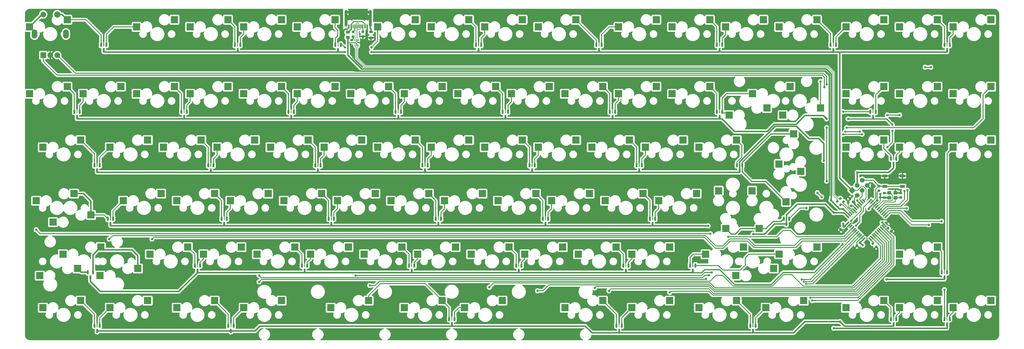
<source format=gbr>
%TF.GenerationSoftware,KiCad,Pcbnew,(6.0.4-0)*%
%TF.CreationDate,2022-05-31T11:41:51+03:00*%
%TF.ProjectId,Supernova_Hotswap,53757065-726e-46f7-9661-5f486f747377,rev?*%
%TF.SameCoordinates,Original*%
%TF.FileFunction,Copper,L2,Bot*%
%TF.FilePolarity,Positive*%
%FSLAX46Y46*%
G04 Gerber Fmt 4.6, Leading zero omitted, Abs format (unit mm)*
G04 Created by KiCad (PCBNEW (6.0.4-0)) date 2022-05-31 11:41:51*
%MOMM*%
%LPD*%
G01*
G04 APERTURE LIST*
G04 Aperture macros list*
%AMRoundRect*
0 Rectangle with rounded corners*
0 $1 Rounding radius*
0 $2 $3 $4 $5 $6 $7 $8 $9 X,Y pos of 4 corners*
0 Add a 4 corners polygon primitive as box body*
4,1,4,$2,$3,$4,$5,$6,$7,$8,$9,$2,$3,0*
0 Add four circle primitives for the rounded corners*
1,1,$1+$1,$2,$3*
1,1,$1+$1,$4,$5*
1,1,$1+$1,$6,$7*
1,1,$1+$1,$8,$9*
0 Add four rect primitives between the rounded corners*
20,1,$1+$1,$2,$3,$4,$5,0*
20,1,$1+$1,$4,$5,$6,$7,0*
20,1,$1+$1,$6,$7,$8,$9,0*
20,1,$1+$1,$8,$9,$2,$3,0*%
%AMHorizOval*
0 Thick line with rounded ends*
0 $1 width*
0 $2 $3 position (X,Y) of the first rounded end (center of the circle)*
0 $4 $5 position (X,Y) of the second rounded end (center of the circle)*
0 Add line between two ends*
20,1,$1,$2,$3,$4,$5,0*
0 Add two circle primitives to create the rounded ends*
1,1,$1,$2,$3*
1,1,$1,$4,$5*%
%AMRotRect*
0 Rectangle, with rotation*
0 The origin of the aperture is its center*
0 $1 length*
0 $2 width*
0 $3 Rotation angle, in degrees counterclockwise*
0 Add horizontal line*
21,1,$1,$2,0,0,$3*%
G04 Aperture macros list end*
%TA.AperFunction,ComponentPad*%
%ADD10R,2.000000X2.000000*%
%TD*%
%TA.AperFunction,ComponentPad*%
%ADD11C,2.000000*%
%TD*%
%TA.AperFunction,ComponentPad*%
%ADD12O,2.000000X3.200000*%
%TD*%
%TA.AperFunction,ComponentPad*%
%ADD13C,2.200000*%
%TD*%
%TA.AperFunction,SMDPad,CuDef*%
%ADD14RoundRect,0.150000X-0.150000X0.587500X-0.150000X-0.587500X0.150000X-0.587500X0.150000X0.587500X0*%
%TD*%
%TA.AperFunction,ComponentPad*%
%ADD15C,1.200000*%
%TD*%
%TA.AperFunction,SMDPad,CuDef*%
%ADD16R,2.550000X2.500000*%
%TD*%
%TA.AperFunction,SMDPad,CuDef*%
%ADD17R,2.500000X2.550000*%
%TD*%
%TA.AperFunction,SMDPad,CuDef*%
%ADD18R,0.375000X0.500000*%
%TD*%
%TA.AperFunction,SMDPad,CuDef*%
%ADD19R,0.300000X0.650000*%
%TD*%
%TA.AperFunction,SMDPad,CuDef*%
%ADD20RoundRect,0.200000X0.275000X-0.200000X0.275000X0.200000X-0.275000X0.200000X-0.275000X-0.200000X0*%
%TD*%
%TA.AperFunction,SMDPad,CuDef*%
%ADD21RoundRect,0.200000X-0.335876X-0.053033X-0.053033X-0.335876X0.335876X0.053033X0.053033X0.335876X0*%
%TD*%
%TA.AperFunction,SMDPad,CuDef*%
%ADD22R,0.600000X1.450000*%
%TD*%
%TA.AperFunction,SMDPad,CuDef*%
%ADD23R,0.300000X1.450000*%
%TD*%
%TA.AperFunction,ComponentPad*%
%ADD24O,1.000000X1.600000*%
%TD*%
%TA.AperFunction,ComponentPad*%
%ADD25O,1.000000X2.100000*%
%TD*%
%TA.AperFunction,SMDPad,CuDef*%
%ADD26RoundRect,0.200000X0.335876X0.053033X0.053033X0.335876X-0.335876X-0.053033X-0.053033X-0.335876X0*%
%TD*%
%TA.AperFunction,SMDPad,CuDef*%
%ADD27RoundRect,0.225000X-0.335876X-0.017678X-0.017678X-0.335876X0.335876X0.017678X0.017678X0.335876X0*%
%TD*%
%TA.AperFunction,ComponentPad*%
%ADD28RotRect,1.700000X1.700000X315.000000*%
%TD*%
%TA.AperFunction,ComponentPad*%
%ADD29HorizOval,1.700000X0.000000X0.000000X0.000000X0.000000X0*%
%TD*%
%TA.AperFunction,SMDPad,CuDef*%
%ADD30RoundRect,0.218750X-0.381250X0.218750X-0.381250X-0.218750X0.381250X-0.218750X0.381250X0.218750X0*%
%TD*%
%TA.AperFunction,SMDPad,CuDef*%
%ADD31RoundRect,0.200000X-0.275000X0.200000X-0.275000X-0.200000X0.275000X-0.200000X0.275000X0.200000X0*%
%TD*%
%TA.AperFunction,SMDPad,CuDef*%
%ADD32RoundRect,0.225000X0.335876X0.017678X0.017678X0.335876X-0.335876X-0.017678X-0.017678X-0.335876X0*%
%TD*%
%TA.AperFunction,SMDPad,CuDef*%
%ADD33RoundRect,0.225000X-0.017678X0.335876X-0.335876X0.017678X0.017678X-0.335876X0.335876X-0.017678X0*%
%TD*%
%TA.AperFunction,SMDPad,CuDef*%
%ADD34RotRect,1.500000X0.550000X315.000000*%
%TD*%
%TA.AperFunction,SMDPad,CuDef*%
%ADD35RotRect,1.500000X0.550000X225.000000*%
%TD*%
%TA.AperFunction,SMDPad,CuDef*%
%ADD36RoundRect,0.225000X0.017678X-0.335876X0.335876X-0.017678X-0.017678X0.335876X-0.335876X0.017678X0*%
%TD*%
%TA.AperFunction,SMDPad,CuDef*%
%ADD37RoundRect,0.225000X-0.250000X0.225000X-0.250000X-0.225000X0.250000X-0.225000X0.250000X0.225000X0*%
%TD*%
%TA.AperFunction,SMDPad,CuDef*%
%ADD38RoundRect,0.225000X0.250000X-0.225000X0.250000X0.225000X-0.250000X0.225000X-0.250000X-0.225000X0*%
%TD*%
%TA.AperFunction,SMDPad,CuDef*%
%ADD39RoundRect,0.243750X0.456250X-0.243750X0.456250X0.243750X-0.456250X0.243750X-0.456250X-0.243750X0*%
%TD*%
%TA.AperFunction,SMDPad,CuDef*%
%ADD40R,1.400000X1.200000*%
%TD*%
%TA.AperFunction,SMDPad,CuDef*%
%ADD41R,1.700000X1.000000*%
%TD*%
%TA.AperFunction,ViaPad*%
%ADD42C,0.800000*%
%TD*%
%TA.AperFunction,ViaPad*%
%ADD43C,0.600000*%
%TD*%
%TA.AperFunction,Conductor*%
%ADD44C,0.500000*%
%TD*%
%TA.AperFunction,Conductor*%
%ADD45C,0.350000*%
%TD*%
%TA.AperFunction,Conductor*%
%ADD46C,0.300000*%
%TD*%
%TA.AperFunction,Conductor*%
%ADD47C,0.400000*%
%TD*%
%TA.AperFunction,Conductor*%
%ADD48C,0.250000*%
%TD*%
%TA.AperFunction,Conductor*%
%ADD49C,0.200000*%
%TD*%
%TA.AperFunction,Conductor*%
%ADD50C,1.000000*%
%TD*%
G04 APERTURE END LIST*
D10*
%TO.P,RE1,A,A*%
%TO.N,/RE_A*%
X37981250Y-45604000D03*
D11*
%TO.P,RE1,B,B*%
%TO.N,/RE_B*%
X42981250Y-45604000D03*
%TO.P,RE1,C,C*%
%TO.N,Earth*%
X40481250Y-45604000D03*
D12*
%TO.P,RE1,MP*%
%TO.N,N/C*%
X34881250Y-38104000D03*
X46081250Y-38104000D03*
D13*
%TO.P,RE1,S1,S1*%
%TO.N,/RE_SW1*%
X42981250Y-31104000D03*
D11*
%TO.P,RE1,S2,S2*%
%TO.N,/RE_SW2*%
X37981250Y-31104000D03*
%TD*%
D14*
%TO.P,KD18,1,A*%
%TO.N,Net-(K36-Pad2)*%
X96681250Y-84787500D03*
%TO.P,KD18,2,A*%
%TO.N,Net-(K37-Pad1)*%
X98581250Y-84787500D03*
%TO.P,KD18,3,K*%
%TO.N,/SCL*%
X97631250Y-86662500D03*
%TD*%
D15*
%TO.P,K10,1,1*%
%TO.N,Net-(K10-Pad1)*%
X242671250Y-35560000D03*
D16*
X242671250Y-35560000D03*
D15*
%TO.P,K10,2,2*%
%TO.N,/col9*%
X256121250Y-33020000D03*
D16*
X256121250Y-33020000D03*
%TD*%
D15*
%TO.P,K63,1,1*%
%TO.N,Net-(K63-Pad1)*%
X280828750Y-107372500D03*
D17*
X280828750Y-107372500D03*
%TO.P,K63,2,2*%
%TO.N,/col12*%
X278288750Y-93922500D03*
D15*
X278288750Y-93922500D03*
%TD*%
%TO.P,K49,1,1*%
%TO.N,Net-(K49-Pad1)*%
X342683750Y-78422500D03*
D16*
X342683750Y-78422500D03*
%TO.P,K49,2,2*%
%TO.N,/col15*%
X356133750Y-75882500D03*
D15*
X356133750Y-75882500D03*
%TD*%
D18*
%TO.P,U2,1,I/O1*%
%TO.N,/USBD-*%
X148960150Y-40323400D03*
D19*
%TO.P,U2,2,GND*%
%TO.N,Earth*%
X149497650Y-40248400D03*
D18*
%TO.P,U2,3,I/O2*%
%TO.N,/USBD+*%
X150035150Y-40323400D03*
%TO.P,U2,4,I/O2*%
%TO.N,/MCUD+*%
X150035150Y-42023400D03*
D19*
%TO.P,U2,5,VBUS*%
%TO.N,+5V*%
X149497650Y-42098400D03*
D18*
%TO.P,U2,6,I/O1*%
%TO.N,/MCUD-*%
X148960150Y-42023400D03*
%TD*%
D16*
%TO.P,K61,1,1*%
%TO.N,/col10*%
X237908750Y-97472500D03*
D15*
X237908750Y-97472500D03*
%TO.P,K61,2,2*%
%TO.N,Net-(K61-Pad2)*%
X251358750Y-94932500D03*
D16*
X251358750Y-94932500D03*
%TD*%
D14*
%TO.P,KD15,1,A*%
%TO.N,Net-(K29-Pad2)*%
X277656250Y-65737500D03*
%TO.P,KD15,2,A*%
%TO.N,Net-(K30-Pad2)*%
X279556250Y-65737500D03*
%TO.P,KD15,3,K*%
%TO.N,/MOSI*%
X278606250Y-67612500D03*
%TD*%
D15*
%TO.P,K24,1,1*%
%TO.N,Net-(K24-Pad1)*%
X166471250Y-59372500D03*
D16*
X166471250Y-59372500D03*
D15*
%TO.P,K24,2,2*%
%TO.N,/col7*%
X179921250Y-56832500D03*
D16*
X179921250Y-56832500D03*
%TD*%
D17*
%TO.P,K63a1,1,1*%
%TO.N,Net-(K63-Pad1)*%
X292735000Y-107372500D03*
D15*
X292735000Y-107372500D03*
%TO.P,K63a1,2,2*%
%TO.N,/col12*%
X290195000Y-93922500D03*
D17*
X290195000Y-93922500D03*
%TD*%
D14*
%TO.P,KD29,1,A*%
%TO.N,Net-(K59-Pad2)*%
X215743750Y-103837500D03*
%TO.P,KD29,2,A*%
%TO.N,Net-(K60-Pad1)*%
X217643750Y-103837500D03*
%TO.P,KD29,3,K*%
%TO.N,/row3*%
X216693750Y-105712500D03*
%TD*%
D15*
%TO.P,K80,1,1*%
%TO.N,/RE_SW2*%
X37883750Y-135572500D03*
D16*
X37883750Y-135572500D03*
D15*
%TO.P,K80,2,2*%
%TO.N,Net-(K80-Pad2)*%
X51333750Y-133032500D03*
D16*
X51333750Y-133032500D03*
%TD*%
D17*
%TO.P,K47,1,1*%
%TO.N,Net-(K47-Pad1)*%
X304958750Y-73602500D03*
D15*
X304958750Y-73602500D03*
%TO.P,K47,2,2*%
%TO.N,/col13*%
X307498750Y-87052500D03*
D17*
X307498750Y-87052500D03*
%TD*%
D14*
%TO.P,KD45,1,A*%
%TO.N,Net-(K88-Pad2)*%
X289562500Y-141937500D03*
%TO.P,KD45,2,A*%
%TO.N,Net-(K89-Pad1)*%
X291462500Y-141937500D03*
%TO.P,KD45,3,K*%
%TO.N,/row5*%
X290512500Y-143812500D03*
%TD*%
D20*
%TO.P,R1,1*%
%TO.N,Earth*%
X148227650Y-38975800D03*
%TO.P,R1,2*%
%TO.N,Net-(J1-PadA5)*%
X148227650Y-37325800D03*
%TD*%
D15*
%TO.P,K57,1,1*%
%TO.N,/col6*%
X161708750Y-97472500D03*
D16*
X161708750Y-97472500D03*
%TO.P,K57,2,2*%
%TO.N,Net-(K57-Pad2)*%
X175158750Y-94932500D03*
D15*
X175158750Y-94932500D03*
%TD*%
%TO.P,K43,1,1*%
%TO.N,Net-(K43-Pad1)*%
X214096250Y-78422500D03*
D16*
X214096250Y-78422500D03*
%TO.P,K43,2,2*%
%TO.N,/col9*%
X227546250Y-75882500D03*
D15*
X227546250Y-75882500D03*
%TD*%
D21*
%TO.P,R4,1*%
%TO.N,/MCUD+*%
X321543087Y-96665637D03*
%TO.P,R4,2*%
%TO.N,Net-(R4-Pad2)*%
X322709813Y-97832363D03*
%TD*%
D16*
%TO.P,K52,1,1*%
%TO.N,Net-(K52-Pad1)*%
X66458750Y-97472500D03*
D15*
X66458750Y-97472500D03*
D16*
%TO.P,K52,2,2*%
%TO.N,/col1*%
X79908750Y-94932500D03*
D15*
X79908750Y-94932500D03*
%TD*%
D16*
%TO.P,K90,1,1*%
%TO.N,/col14*%
X323633750Y-135572500D03*
D15*
X323633750Y-135572500D03*
D16*
%TO.P,K90,2,2*%
%TO.N,Net-(K90-Pad2)*%
X337083750Y-133032500D03*
D15*
X337083750Y-133032500D03*
%TD*%
D16*
%TO.P,K85,1,1*%
%TO.N,Net-(K85-Pad1)*%
X187902500Y-135572500D03*
D15*
X187902500Y-135572500D03*
D16*
%TO.P,K85,2,2*%
%TO.N,/col7*%
X201352500Y-133032500D03*
D15*
X201352500Y-133032500D03*
%TD*%
D16*
%TO.P,K46,1,1*%
%TO.N,/col12*%
X271246250Y-78422500D03*
D15*
X271246250Y-78422500D03*
%TO.P,K46,2,2*%
%TO.N,Net-(K46-Pad2)*%
X284696250Y-75882500D03*
D16*
X284696250Y-75882500D03*
%TD*%
D14*
%TO.P,KD32,1,A*%
%TO.N,Net-(K33-Pad2)*%
X358618750Y-139556250D03*
%TO.P,KD32,2,A*%
%TO.N,Net-(K92-Pad1)*%
X360518750Y-139556250D03*
%TO.P,KD32,3,K*%
%TO.N,/row3*%
X359568750Y-141431250D03*
%TD*%
%TO.P,KD22,1,A*%
%TO.N,Net-(K44-Pad2)*%
X249081250Y-84787500D03*
%TO.P,KD22,2,A*%
%TO.N,Net-(K45-Pad1)*%
X250981250Y-84787500D03*
%TO.P,KD22,3,K*%
%TO.N,/SCL*%
X250031250Y-86662500D03*
%TD*%
%TO.P,KD44,1,A*%
%TO.N,Net-(K86-Pad2)*%
X241937500Y-141937500D03*
%TO.P,KD44,2,A*%
%TO.N,Net-(K87-Pad1)*%
X243837500Y-141937500D03*
%TO.P,KD44,3,K*%
%TO.N,/row5*%
X242887500Y-143812500D03*
%TD*%
D15*
%TO.P,K84a1,1,1*%
%TO.N,/col5*%
X166471250Y-135572500D03*
D16*
X166471250Y-135572500D03*
D15*
%TO.P,K84a1,2,2*%
%TO.N,Net-(K84-Pad2)*%
X179921250Y-133032500D03*
D16*
X179921250Y-133032500D03*
%TD*%
D15*
%TO.P,K54,1,1*%
%TO.N,Net-(K54-Pad1)*%
X104558750Y-97472500D03*
D16*
X104558750Y-97472500D03*
D15*
%TO.P,K54,2,2*%
%TO.N,/col3*%
X118008750Y-94932500D03*
D16*
X118008750Y-94932500D03*
%TD*%
D22*
%TO.P,J1,A1,GND*%
%TO.N,Earth*%
X146768750Y-35362000D03*
%TO.P,J1,A4,VBUS*%
%TO.N,Net-(F1-Pad2)*%
X147568750Y-35362000D03*
D23*
%TO.P,J1,A5,CC1*%
%TO.N,Net-(J1-PadA5)*%
X148768750Y-35362000D03*
%TO.P,J1,A6,D+*%
%TO.N,/USBD+*%
X149768750Y-35362000D03*
%TO.P,J1,A7,D-*%
%TO.N,/USBD-*%
X150268750Y-35362000D03*
%TO.P,J1,A8,SBU1*%
%TO.N,unconnected-(J1-PadA8)*%
X151268750Y-35362000D03*
D22*
%TO.P,J1,A9,VBUS*%
%TO.N,Net-(F1-Pad2)*%
X152468750Y-35362000D03*
%TO.P,J1,A12,GND*%
%TO.N,Earth*%
X153268750Y-35362000D03*
%TO.P,J1,B1,GND*%
X153268750Y-35362000D03*
%TO.P,J1,B4,VBUS*%
%TO.N,Net-(F1-Pad2)*%
X152468750Y-35362000D03*
D23*
%TO.P,J1,B5,CC2*%
%TO.N,Net-(J1-PadB5)*%
X151768750Y-35362000D03*
%TO.P,J1,B6,D+*%
%TO.N,/USBD+*%
X150768750Y-35362000D03*
%TO.P,J1,B7,D-*%
%TO.N,/USBD-*%
X149268750Y-35362000D03*
%TO.P,J1,B8,SBU2*%
%TO.N,unconnected-(J1-PadB8)*%
X148268750Y-35362000D03*
D22*
%TO.P,J1,B9,VBUS*%
%TO.N,Net-(F1-Pad2)*%
X147568750Y-35362000D03*
%TO.P,J1,B12,GND*%
%TO.N,Earth*%
X146768750Y-35362000D03*
D24*
%TO.P,J1,S1,SHIELD*%
%TO.N,Net-(FB1-Pad1)*%
X145698750Y-30267000D03*
D25*
X154338750Y-34447000D03*
X145698750Y-34447000D03*
D24*
X154338750Y-30267000D03*
%TD*%
D16*
%TO.P,K30a1,1,1*%
%TO.N,Net-(K30-Pad2)*%
X290296250Y-59372500D03*
D15*
X290296250Y-59372500D03*
D16*
%TO.P,K30a1,2,2*%
%TO.N,/col13*%
X303746250Y-56832500D03*
D15*
X303746250Y-56832500D03*
%TD*%
D26*
%TO.P,R5,1*%
%TO.N,Net-(R5-Pad1)*%
X321659813Y-98882363D03*
%TO.P,R5,2*%
%TO.N,/MCUD-*%
X320493087Y-97715637D03*
%TD*%
D14*
%TO.P,KD5,1,A*%
%TO.N,Net-(K9-Pad2)*%
X234793750Y-41925000D03*
%TO.P,KD5,2,A*%
%TO.N,Net-(K10-Pad1)*%
X236693750Y-41925000D03*
%TO.P,KD5,3,K*%
%TO.N,/MISO*%
X235743750Y-43800000D03*
%TD*%
D15*
%TO.P,K20,1,1*%
%TO.N,Net-(K20-Pad1)*%
X90271250Y-59372500D03*
D16*
X90271250Y-59372500D03*
D15*
%TO.P,K20,2,2*%
%TO.N,/col3*%
X103721250Y-56832500D03*
D16*
X103721250Y-56832500D03*
%TD*%
%TO.P,K15,1,1*%
%TO.N,/col14*%
X342683750Y-35560000D03*
D15*
X342683750Y-35560000D03*
D16*
%TO.P,K15,2,2*%
%TO.N,Net-(K15-Pad2)*%
X356133750Y-33020000D03*
D15*
X356133750Y-33020000D03*
%TD*%
D14*
%TO.P,KD7,1,A*%
%TO.N,Net-(K13-Pad2)*%
X318137500Y-41925000D03*
%TO.P,KD7,2,A*%
%TO.N,Net-(K14-Pad1)*%
X320037500Y-41925000D03*
%TO.P,KD7,3,K*%
%TO.N,/MISO*%
X319087500Y-43800000D03*
%TD*%
%TO.P,KD26,1,A*%
%TO.N,Net-(K53-Pad2)*%
X101443750Y-103837500D03*
%TO.P,KD26,2,A*%
%TO.N,Net-(K54-Pad1)*%
X103343750Y-103837500D03*
%TO.P,KD26,3,K*%
%TO.N,/row3*%
X102393750Y-105712500D03*
%TD*%
D15*
%TO.P,K40,1,1*%
%TO.N,/col6*%
X156946250Y-78422500D03*
D16*
X156946250Y-78422500D03*
%TO.P,K40,2,2*%
%TO.N,Net-(K40-Pad2)*%
X170396250Y-75882500D03*
D15*
X170396250Y-75882500D03*
%TD*%
D27*
%TO.P,C3,1*%
%TO.N,+5V*%
X338611842Y-107249592D03*
%TO.P,C3,2*%
%TO.N,Earth*%
X339707858Y-108345608D03*
%TD*%
D15*
%TO.P,K11,1,1*%
%TO.N,/col10*%
X261721250Y-35560000D03*
D16*
X261721250Y-35560000D03*
D15*
%TO.P,K11,2,2*%
%TO.N,Net-(K11-Pad2)*%
X275171250Y-33020000D03*
D16*
X275171250Y-33020000D03*
%TD*%
%TO.P,K69,1,1*%
%TO.N,/col4*%
X114083750Y-116522500D03*
D15*
X114083750Y-116522500D03*
D16*
%TO.P,K69,2,2*%
%TO.N,Net-(K69-Pad2)*%
X127533750Y-113982500D03*
D15*
X127533750Y-113982500D03*
%TD*%
%TO.P,K81,1,1*%
%TO.N,Net-(K81-Pad1)*%
X61696250Y-135572500D03*
D16*
X61696250Y-135572500D03*
%TO.P,K81,2,2*%
%TO.N,/col1*%
X75146250Y-133032500D03*
D15*
X75146250Y-133032500D03*
%TD*%
%TO.P,K1,1,1*%
%TO.N,/RE_SW2*%
X33121250Y-35560000D03*
D16*
X33121250Y-35560000D03*
D15*
%TO.P,K1,2,2*%
%TO.N,/RE_SW1*%
X46571250Y-33020000D03*
D16*
X46571250Y-33020000D03*
%TD*%
%TO.P,K83,1,1*%
%TO.N,Net-(K83-Pad1)*%
X109321250Y-135572500D03*
D15*
X109321250Y-135572500D03*
D16*
%TO.P,K83,2,2*%
%TO.N,/col3*%
X122771250Y-133032500D03*
D15*
X122771250Y-133032500D03*
%TD*%
D14*
%TO.P,KD13,1,A*%
%TO.N,Net-(K25-Pad2)*%
X201456250Y-65737500D03*
%TO.P,KD13,2,A*%
%TO.N,Net-(K26-Pad1)*%
X203356250Y-65737500D03*
%TO.P,KD13,3,K*%
%TO.N,/MOSI*%
X202406250Y-67612500D03*
%TD*%
D28*
%TO.P,ISP1,1,Pin_1*%
%TO.N,/MISO*%
X325781399Y-93784149D03*
D29*
%TO.P,ISP1,2,Pin_2*%
%TO.N,+5V*%
X327577450Y-95580200D03*
%TO.P,ISP1,3,Pin_3*%
%TO.N,/SCL*%
X327577450Y-91988098D03*
%TO.P,ISP1,4,Pin_4*%
%TO.N,/MOSI*%
X329373501Y-93784149D03*
%TO.P,ISP1,5,Pin_5*%
%TO.N,/RES*%
X329373501Y-90192047D03*
%TO.P,ISP1,6,Pin_6*%
%TO.N,Earth*%
X331169553Y-91988098D03*
%TD*%
D16*
%TO.P,K86,1,1*%
%TO.N,/col10*%
X223621250Y-135572500D03*
D15*
X223621250Y-135572500D03*
%TO.P,K86,2,2*%
%TO.N,Net-(K86-Pad2)*%
X237071250Y-133032500D03*
D16*
X237071250Y-133032500D03*
%TD*%
D15*
%TO.P,K48,1,1*%
%TO.N,/col14*%
X323633750Y-78422500D03*
D16*
X323633750Y-78422500D03*
%TO.P,K48,2,2*%
%TO.N,Net-(K48-Pad2)*%
X337083750Y-75882500D03*
D15*
X337083750Y-75882500D03*
%TD*%
D14*
%TO.P,KD46,1,A*%
%TO.N,Net-(K90-Pad2)*%
X339568750Y-139556250D03*
%TO.P,KD46,2,A*%
%TO.N,Net-(K91-Pad1)*%
X341468750Y-139556250D03*
%TO.P,KD46,3,K*%
%TO.N,/row5*%
X340518750Y-141431250D03*
%TD*%
D30*
%TO.P,FB1,1*%
%TO.N,Net-(FB1-Pad1)*%
X154628450Y-37342300D03*
%TO.P,FB1,2*%
%TO.N,Earth*%
X154628450Y-39467300D03*
%TD*%
D14*
%TO.P,KD28,1,A*%
%TO.N,Net-(K57-Pad2)*%
X177643750Y-103837500D03*
%TO.P,KD28,2,A*%
%TO.N,Net-(K58-Pad1)*%
X179543750Y-103837500D03*
%TO.P,KD28,3,K*%
%TO.N,/row3*%
X178593750Y-105712500D03*
%TD*%
%TO.P,KD23,1,A*%
%TO.N,Net-(K46-Pad2)*%
X284800000Y-84787500D03*
%TO.P,KD23,2,A*%
%TO.N,Net-(K47-Pad1)*%
X286700000Y-84787500D03*
%TO.P,KD23,3,K*%
%TO.N,/SCL*%
X285750000Y-86662500D03*
%TD*%
D16*
%TO.P,K30,1,1*%
%TO.N,/col13*%
X295491250Y-64452500D03*
D15*
X295491250Y-64452500D03*
D16*
%TO.P,K30,2,2*%
%TO.N,Net-(K30-Pad2)*%
X282041250Y-66992500D03*
D15*
X282041250Y-66992500D03*
%TD*%
D14*
%TO.P,KD31,1,A*%
%TO.N,Net-(K63-Pad1)*%
X301468750Y-103837500D03*
%TO.P,KD31,2,A*%
%TO.N,Net-(K64-Pad2)*%
X303368750Y-103837500D03*
%TO.P,KD31,3,K*%
%TO.N,/row3*%
X302418750Y-105712500D03*
%TD*%
D16*
%TO.P,K3,1,1*%
%TO.N,/col2*%
X90271250Y-35560000D03*
D15*
X90271250Y-35560000D03*
D16*
%TO.P,K3,2,2*%
%TO.N,Net-(K3-Pad2)*%
X103721250Y-33020000D03*
D15*
X103721250Y-33020000D03*
%TD*%
D20*
%TO.P,R3,1*%
%TO.N,+5V*%
X335299050Y-93916000D03*
%TO.P,R3,2*%
%TO.N,/RES*%
X335299050Y-92266000D03*
%TD*%
D15*
%TO.P,K44,1,1*%
%TO.N,/col10*%
X233146250Y-78422500D03*
D16*
X233146250Y-78422500D03*
%TO.P,K44,2,2*%
%TO.N,Net-(K44-Pad2)*%
X246596250Y-75882500D03*
D15*
X246596250Y-75882500D03*
%TD*%
D14*
%TO.P,KD43,1,A*%
%TO.N,Net-(K84-Pad2)*%
X182406250Y-139556250D03*
%TO.P,KD43,2,A*%
%TO.N,Net-(K85-Pad1)*%
X184306250Y-139556250D03*
%TO.P,KD43,3,K*%
%TO.N,/row5*%
X183356250Y-141431250D03*
%TD*%
D16*
%TO.P,K91,1,1*%
%TO.N,Net-(K91-Pad1)*%
X342683750Y-135572500D03*
D15*
X342683750Y-135572500D03*
%TO.P,K91,2,2*%
%TO.N,/col15*%
X356133750Y-133032500D03*
D16*
X356133750Y-133032500D03*
%TD*%
D15*
%TO.P,K88,1,1*%
%TO.N,/col12*%
X271246250Y-135572500D03*
D16*
X271246250Y-135572500D03*
%TO.P,K88,2,2*%
%TO.N,Net-(K88-Pad2)*%
X284696250Y-133032500D03*
D15*
X284696250Y-133032500D03*
%TD*%
D16*
%TO.P,K41,1,1*%
%TO.N,Net-(K41-Pad1)*%
X175996250Y-78422500D03*
D15*
X175996250Y-78422500D03*
%TO.P,K41,2,2*%
%TO.N,/col7*%
X189446250Y-75882500D03*
D16*
X189446250Y-75882500D03*
%TD*%
%TO.P,K77a1,1,1*%
%TO.N,/col12*%
X297872500Y-121602500D03*
D15*
X297872500Y-121602500D03*
%TO.P,K77a1,2,2*%
%TO.N,Net-(K77-Pad1)*%
X284422500Y-124142500D03*
D16*
X284422500Y-124142500D03*
%TD*%
%TO.P,K64,1,1*%
%TO.N,/col13*%
X361733750Y-59372500D03*
D15*
X361733750Y-59372500D03*
D16*
%TO.P,K64,2,2*%
%TO.N,Net-(K64-Pad2)*%
X375183750Y-56832500D03*
D15*
X375183750Y-56832500D03*
%TD*%
%TO.P,K89,1,1*%
%TO.N,Net-(K89-Pad1)*%
X295058750Y-135572500D03*
D16*
X295058750Y-135572500D03*
%TO.P,K89,2,2*%
%TO.N,/col13*%
X308508750Y-133032500D03*
D15*
X308508750Y-133032500D03*
%TD*%
%TO.P,K36,1,1*%
%TO.N,/col2*%
X80746250Y-78422500D03*
D16*
X80746250Y-78422500D03*
%TO.P,K36,2,2*%
%TO.N,Net-(K36-Pad2)*%
X94196250Y-75882500D03*
D15*
X94196250Y-75882500D03*
%TD*%
D14*
%TO.P,KD11,1,A*%
%TO.N,Net-(K21-Pad2)*%
X125256250Y-65737500D03*
%TO.P,KD11,2,A*%
%TO.N,Net-(K22-Pad1)*%
X127156250Y-65737500D03*
%TO.P,KD11,3,K*%
%TO.N,/MOSI*%
X126206250Y-67612500D03*
%TD*%
D15*
%TO.P,K18,1,1*%
%TO.N,Net-(K18-Pad1)*%
X52171250Y-59372500D03*
D16*
X52171250Y-59372500D03*
%TO.P,K18,2,2*%
%TO.N,/col1*%
X65621250Y-56832500D03*
D15*
X65621250Y-56832500D03*
%TD*%
D16*
%TO.P,K74,1,1*%
%TO.N,Net-(K74-Pad1)*%
X209333750Y-116522500D03*
D15*
X209333750Y-116522500D03*
%TO.P,K74,2,2*%
%TO.N,/col9*%
X222783750Y-113982500D03*
D16*
X222783750Y-113982500D03*
%TD*%
D15*
%TO.P,K82,1,1*%
%TO.N,/col2*%
X85508750Y-135572500D03*
D16*
X85508750Y-135572500D03*
D15*
%TO.P,K82,2,2*%
%TO.N,Net-(K82-Pad2)*%
X98958750Y-133032500D03*
D16*
X98958750Y-133032500D03*
%TD*%
D15*
%TO.P,K67,1,1*%
%TO.N,/col2*%
X75983750Y-116522500D03*
D16*
X75983750Y-116522500D03*
%TO.P,K67,2,2*%
%TO.N,Net-(K67-Pad2)*%
X89433750Y-113982500D03*
D15*
X89433750Y-113982500D03*
%TD*%
D16*
%TO.P,K19,1,1*%
%TO.N,/col2*%
X71221250Y-59372500D03*
D15*
X71221250Y-59372500D03*
D16*
%TO.P,K19,2,2*%
%TO.N,Net-(K19-Pad2)*%
X84671250Y-56832500D03*
D15*
X84671250Y-56832500D03*
%TD*%
D14*
%TO.P,KD35,1,A*%
%TO.N,Net-(K69-Pad2)*%
X130018750Y-120506250D03*
%TO.P,KD35,2,A*%
%TO.N,Net-(K70-Pad1)*%
X131918750Y-120506250D03*
%TO.P,KD35,3,K*%
%TO.N,/row4*%
X130968750Y-122381250D03*
%TD*%
D15*
%TO.P,K33,1,1*%
%TO.N,/col15*%
X342683750Y-59372500D03*
D16*
X342683750Y-59372500D03*
%TO.P,K33,2,2*%
%TO.N,Net-(K33-Pad2)*%
X356133750Y-56832500D03*
D15*
X356133750Y-56832500D03*
%TD*%
D16*
%TO.P,K8,1,1*%
%TO.N,Net-(K8-Pad1)*%
X195046250Y-35560000D03*
D15*
X195046250Y-35560000D03*
%TO.P,K8,2,2*%
%TO.N,/col7*%
X208496250Y-33020000D03*
D16*
X208496250Y-33020000D03*
%TD*%
D15*
%TO.P,K37,1,1*%
%TO.N,Net-(K37-Pad1)*%
X99796250Y-78422500D03*
D16*
X99796250Y-78422500D03*
%TO.P,K37,2,2*%
%TO.N,/col3*%
X113246250Y-75882500D03*
D15*
X113246250Y-75882500D03*
%TD*%
%TO.P,K79,1,1*%
%TO.N,/col14*%
X342683750Y-116522500D03*
D16*
X342683750Y-116522500D03*
D15*
%TO.P,K79,2,2*%
%TO.N,Net-(K79-Pad2)*%
X356133750Y-113982500D03*
D16*
X356133750Y-113982500D03*
%TD*%
D31*
%TO.P,R2,1*%
%TO.N,Net-(J1-PadB5)*%
X151707450Y-37300400D03*
%TO.P,R2,2*%
%TO.N,Earth*%
X151707450Y-38950400D03*
%TD*%
D14*
%TO.P,KD40,1,A*%
%TO.N,Net-(K79-Pad2)*%
X357666250Y-122887500D03*
%TO.P,KD40,2,A*%
%TO.N,Net-(K50-Pad1)*%
X359566250Y-122887500D03*
%TO.P,KD40,3,K*%
%TO.N,/row4*%
X358616250Y-124762500D03*
%TD*%
%TO.P,KD38,1,A*%
%TO.N,Net-(K75-Pad2)*%
X244318750Y-120506250D03*
%TO.P,KD38,2,A*%
%TO.N,Net-(K76-Pad1)*%
X246218750Y-120506250D03*
%TO.P,KD38,3,K*%
%TO.N,/row4*%
X245268750Y-122381250D03*
%TD*%
D32*
%TO.P,C5,1*%
%TO.N,+5V*%
X326169658Y-97830008D03*
%TO.P,C5,2*%
%TO.N,Earth*%
X325073642Y-96733992D03*
%TD*%
D15*
%TO.P,K31,1,1*%
%TO.N,Net-(K31-Pad1)*%
X314541250Y-64452500D03*
D16*
X314541250Y-64452500D03*
D15*
%TO.P,K31,2,2*%
%TO.N,/col14*%
X301091250Y-66992500D03*
D16*
X301091250Y-66992500D03*
%TD*%
D15*
%TO.P,K17,1,1*%
%TO.N,/RE_SW2*%
X33121250Y-59372500D03*
D16*
X33121250Y-59372500D03*
%TO.P,K17,2,2*%
%TO.N,Net-(K17-Pad2)*%
X46571250Y-56832500D03*
D15*
X46571250Y-56832500D03*
%TD*%
%TO.P,K4,1,1*%
%TO.N,Net-(K4-Pad1)*%
X109321250Y-35560000D03*
D16*
X109321250Y-35560000D03*
D15*
%TO.P,K4,2,2*%
%TO.N,/col3*%
X122771250Y-33020000D03*
D16*
X122771250Y-33020000D03*
%TD*%
D33*
%TO.P,C2,1*%
%TO.N,+5V*%
X328633458Y-112380392D03*
%TO.P,C2,2*%
%TO.N,Earth*%
X327537442Y-113476408D03*
%TD*%
D14*
%TO.P,KD37,1,A*%
%TO.N,Net-(K73-Pad2)*%
X206218750Y-120506250D03*
%TO.P,KD37,2,A*%
%TO.N,Net-(K74-Pad1)*%
X208118750Y-120506250D03*
%TO.P,KD37,3,K*%
%TO.N,/row4*%
X207168750Y-122381250D03*
%TD*%
D16*
%TO.P,K92,1,1*%
%TO.N,Net-(K92-Pad1)*%
X361733750Y-135572500D03*
D15*
X361733750Y-135572500D03*
D16*
%TO.P,K92,2,2*%
%TO.N,/col14*%
X375183750Y-133032500D03*
D15*
X375183750Y-133032500D03*
%TD*%
D14*
%TO.P,KD4,1,A*%
%TO.N,Net-(K7-Pad2)*%
X191931250Y-41925000D03*
%TO.P,KD4,2,A*%
%TO.N,Net-(K8-Pad1)*%
X193831250Y-41925000D03*
%TO.P,KD4,3,K*%
%TO.N,/MISO*%
X192881250Y-43800000D03*
%TD*%
D16*
%TO.P,K38,1,1*%
%TO.N,/col4*%
X118846250Y-78422500D03*
D15*
X118846250Y-78422500D03*
%TO.P,K38,2,2*%
%TO.N,Net-(K38-Pad2)*%
X132296250Y-75882500D03*
D16*
X132296250Y-75882500D03*
%TD*%
D14*
%TO.P,KD10,1,A*%
%TO.N,Net-(K19-Pad2)*%
X87156250Y-65737500D03*
%TO.P,KD10,2,A*%
%TO.N,Net-(K20-Pad1)*%
X89056250Y-65737500D03*
%TO.P,KD10,3,K*%
%TO.N,/MOSI*%
X88106250Y-67612500D03*
%TD*%
D16*
%TO.P,K73,1,1*%
%TO.N,/col8*%
X190283750Y-116522500D03*
D15*
X190283750Y-116522500D03*
%TO.P,K73,2,2*%
%TO.N,Net-(K73-Pad2)*%
X203733750Y-113982500D03*
D16*
X203733750Y-113982500D03*
%TD*%
D15*
%TO.P,K68,1,1*%
%TO.N,Net-(K68-Pad1)*%
X95033750Y-116522500D03*
D16*
X95033750Y-116522500D03*
D15*
%TO.P,K68,2,2*%
%TO.N,/col3*%
X108483750Y-113982500D03*
D16*
X108483750Y-113982500D03*
%TD*%
%TO.P,K23,1,1*%
%TO.N,/col6*%
X147421250Y-59372500D03*
D15*
X147421250Y-59372500D03*
D16*
%TO.P,K23,2,2*%
%TO.N,Net-(K23-Pad2)*%
X160871250Y-56832500D03*
D15*
X160871250Y-56832500D03*
%TD*%
D14*
%TO.P,KD41,1,A*%
%TO.N,Net-(K80-Pad2)*%
X56200000Y-141937500D03*
%TO.P,KD41,2,A*%
%TO.N,Net-(K81-Pad1)*%
X58100000Y-141937500D03*
%TO.P,KD41,3,K*%
%TO.N,/row5*%
X57150000Y-143812500D03*
%TD*%
D16*
%TO.P,K53,1,1*%
%TO.N,/col2*%
X85508750Y-97472500D03*
D15*
X85508750Y-97472500D03*
%TO.P,K53,2,2*%
%TO.N,Net-(K53-Pad2)*%
X98958750Y-94932500D03*
D16*
X98958750Y-94932500D03*
%TD*%
%TO.P,K26,1,1*%
%TO.N,Net-(K26-Pad1)*%
X204571250Y-59372500D03*
D15*
X204571250Y-59372500D03*
%TO.P,K26,2,2*%
%TO.N,/col9*%
X218021250Y-56832500D03*
D16*
X218021250Y-56832500D03*
%TD*%
D15*
%TO.P,K50,1,1*%
%TO.N,Net-(K50-Pad1)*%
X361733750Y-78422500D03*
D16*
X361733750Y-78422500D03*
%TO.P,K50,2,2*%
%TO.N,/col15*%
X375183750Y-75882500D03*
D15*
X375183750Y-75882500D03*
%TD*%
D16*
%TO.P,K59,1,1*%
%TO.N,/col8*%
X199808750Y-97472500D03*
D15*
X199808750Y-97472500D03*
%TO.P,K59,2,2*%
%TO.N,Net-(K59-Pad2)*%
X213258750Y-94932500D03*
D16*
X213258750Y-94932500D03*
%TD*%
D14*
%TO.P,KD2,1,A*%
%TO.N,Net-(K3-Pad2)*%
X106206250Y-41925000D03*
%TO.P,KD2,2,A*%
%TO.N,Net-(K4-Pad1)*%
X108106250Y-41925000D03*
%TO.P,KD2,3,K*%
%TO.N,/MISO*%
X107156250Y-43800000D03*
%TD*%
D16*
%TO.P,K55,1,1*%
%TO.N,/col4*%
X123608750Y-97472500D03*
D15*
X123608750Y-97472500D03*
D16*
%TO.P,K55,2,2*%
%TO.N,Net-(K55-Pad2)*%
X137058750Y-94932500D03*
D15*
X137058750Y-94932500D03*
%TD*%
D14*
%TO.P,KD25,1,A*%
%TO.N,Net-(K51-Pad1)*%
X60962500Y-103837500D03*
%TO.P,KD25,2,A*%
%TO.N,Net-(K52-Pad1)*%
X62862500Y-103837500D03*
%TO.P,KD25,3,K*%
%TO.N,/row3*%
X61912500Y-105712500D03*
%TD*%
%TO.P,KD39,1,A*%
%TO.N,Net-(K77-Pad1)*%
X268131250Y-120506250D03*
%TO.P,KD39,2,A*%
%TO.N,Net-(K78-Pad1)*%
X270031250Y-120506250D03*
%TO.P,KD39,3,K*%
%TO.N,/row4*%
X269081250Y-122381250D03*
%TD*%
D15*
%TO.P,K66,1,1*%
%TO.N,Net-(K66-Pad1)*%
X71653750Y-121602500D03*
D16*
X71653750Y-121602500D03*
D15*
%TO.P,K66,2,2*%
%TO.N,/col1*%
X58203750Y-124142500D03*
D16*
X58203750Y-124142500D03*
%TD*%
D14*
%TO.P,KD19,1,A*%
%TO.N,Net-(K38-Pad2)*%
X134781250Y-84787500D03*
%TO.P,KD19,2,A*%
%TO.N,Net-(K39-Pad1)*%
X136681250Y-84787500D03*
%TO.P,KD19,3,K*%
%TO.N,/SCL*%
X135731250Y-86662500D03*
%TD*%
D16*
%TO.P,K72,1,1*%
%TO.N,Net-(K72-Pad1)*%
X171233750Y-116522500D03*
D15*
X171233750Y-116522500D03*
%TO.P,K72,2,2*%
%TO.N,/col7*%
X184683750Y-113982500D03*
D16*
X184683750Y-113982500D03*
%TD*%
D15*
%TO.P,K25,1,1*%
%TO.N,/col8*%
X185521250Y-59372500D03*
D16*
X185521250Y-59372500D03*
%TO.P,K25,2,2*%
%TO.N,Net-(K25-Pad2)*%
X198971250Y-56832500D03*
D15*
X198971250Y-56832500D03*
%TD*%
D14*
%TO.P,KD8,1,A*%
%TO.N,Net-(K15-Pad2)*%
X358618750Y-41925000D03*
%TO.P,KD8,2,A*%
%TO.N,Net-(K16-Pad1)*%
X360518750Y-41925000D03*
%TO.P,KD8,3,K*%
%TO.N,/MISO*%
X359568750Y-43800000D03*
%TD*%
D16*
%TO.P,K45,1,1*%
%TO.N,Net-(K45-Pad1)*%
X252196250Y-78422500D03*
D15*
X252196250Y-78422500D03*
D16*
%TO.P,K45,2,2*%
%TO.N,/col11*%
X265646250Y-75882500D03*
D15*
X265646250Y-75882500D03*
%TD*%
D33*
%TO.P,C1,1*%
%TO.N,+5V*%
X322918458Y-106665392D03*
%TO.P,C1,2*%
%TO.N,Earth*%
X321822442Y-107761408D03*
%TD*%
D16*
%TO.P,K13,1,1*%
%TO.N,/col12*%
X299821250Y-35560000D03*
D15*
X299821250Y-35560000D03*
D16*
%TO.P,K13,2,2*%
%TO.N,Net-(K13-Pad2)*%
X313271250Y-33020000D03*
D15*
X313271250Y-33020000D03*
%TD*%
D14*
%TO.P,KD42,1,A*%
%TO.N,Net-(K82-Pad2)*%
X103825000Y-141937500D03*
%TO.P,KD42,2,A*%
%TO.N,Net-(K83-Pad1)*%
X105725000Y-141937500D03*
%TO.P,KD42,3,K*%
%TO.N,/row5*%
X104775000Y-143812500D03*
%TD*%
D34*
%TO.P,U1,1,PE6*%
%TO.N,/row3*%
X324198314Y-103064918D03*
%TO.P,U1,2,UVCC*%
%TO.N,+5V*%
X324764000Y-102499233D03*
%TO.P,U1,3,D-*%
%TO.N,Net-(R5-Pad1)*%
X325329685Y-101933548D03*
%TO.P,U1,4,D+*%
%TO.N,Net-(R4-Pad2)*%
X325895370Y-101367862D03*
%TO.P,U1,5,UGND*%
%TO.N,Earth*%
X326461056Y-100802177D03*
%TO.P,U1,6,UCAP*%
%TO.N,Net-(C6-Pad1)*%
X327026741Y-100236491D03*
%TO.P,U1,7,VBUS*%
%TO.N,+5V*%
X327592427Y-99670806D03*
%TO.P,U1,8,PB0*%
%TO.N,/row5*%
X328158112Y-99105120D03*
%TO.P,U1,9,PB1*%
%TO.N,/SCL*%
X328723798Y-98539435D03*
%TO.P,U1,10,PB2*%
%TO.N,/MOSI*%
X329289483Y-97973750D03*
%TO.P,U1,11,PB3*%
%TO.N,/MISO*%
X329855168Y-97408064D03*
D35*
%TO.P,U1,12,PB7*%
%TO.N,/row4*%
X332259332Y-97408064D03*
%TO.P,U1,13,~{RESET}*%
%TO.N,/RES*%
X332825017Y-97973750D03*
%TO.P,U1,14,VCC*%
%TO.N,+5V*%
X333390702Y-98539435D03*
%TO.P,U1,15,GND*%
%TO.N,Earth*%
X333956388Y-99105120D03*
%TO.P,U1,16,XTAL2*%
%TO.N,Net-(U1-Pad16)*%
X334522073Y-99670806D03*
%TO.P,U1,17,XTAL1*%
%TO.N,Net-(U1-Pad17)*%
X335087759Y-100236491D03*
%TO.P,U1,18,PD0*%
%TO.N,/RE_A*%
X335653444Y-100802177D03*
%TO.P,U1,19,PD1*%
%TO.N,/RE_B*%
X336219130Y-101367862D03*
%TO.P,U1,20,PD2*%
%TO.N,/RGB_SIG*%
X336784815Y-101933548D03*
%TO.P,U1,21,PD3*%
%TO.N,/col15*%
X337350500Y-102499233D03*
%TO.P,U1,22,PD5*%
%TO.N,/col14*%
X337916186Y-103064918D03*
D34*
%TO.P,U1,23,GND*%
%TO.N,Earth*%
X337916186Y-105469082D03*
%TO.P,U1,24,AVCC*%
%TO.N,+5V*%
X337350500Y-106034767D03*
%TO.P,U1,25,PD4*%
%TO.N,/col13*%
X336784815Y-106600452D03*
%TO.P,U1,26,PD6*%
%TO.N,/col12*%
X336219130Y-107166138D03*
%TO.P,U1,27,PD7*%
%TO.N,/col11*%
X335653444Y-107731823D03*
%TO.P,U1,28,PB4*%
%TO.N,/col10*%
X335087759Y-108297509D03*
%TO.P,U1,29,PB5*%
%TO.N,/col9*%
X334522073Y-108863194D03*
%TO.P,U1,30,PB6*%
%TO.N,/col8*%
X333956388Y-109428880D03*
%TO.P,U1,31,PC6*%
%TO.N,/col7*%
X333390702Y-109994565D03*
%TO.P,U1,32,PC7*%
%TO.N,/col6*%
X332825017Y-110560250D03*
%TO.P,U1,33,~{HWB}/PE2*%
%TO.N,Net-(R6-Pad1)*%
X332259332Y-111125936D03*
D35*
%TO.P,U1,34,VCC*%
%TO.N,+5V*%
X329855168Y-111125936D03*
%TO.P,U1,35,GND*%
%TO.N,Earth*%
X329289483Y-110560250D03*
%TO.P,U1,36,PF7*%
%TO.N,/col3*%
X328723798Y-109994565D03*
%TO.P,U1,37,PF6*%
%TO.N,/col4*%
X328158112Y-109428880D03*
%TO.P,U1,38,PF5*%
%TO.N,/col5*%
X327592427Y-108863194D03*
%TO.P,U1,39,PF4*%
%TO.N,/col2*%
X327026741Y-108297509D03*
%TO.P,U1,40,PF1*%
%TO.N,/col1*%
X326461056Y-107731823D03*
%TO.P,U1,41,PF0*%
%TO.N,/RE_SW2*%
X325895370Y-107166138D03*
%TO.P,U1,42,AREF*%
%TO.N,unconnected-(U1-Pad42)*%
X325329685Y-106600452D03*
%TO.P,U1,43,GND*%
%TO.N,Earth*%
X324764000Y-106034767D03*
%TO.P,U1,44,AVCC*%
%TO.N,+5V*%
X324198314Y-105469082D03*
%TD*%
D16*
%TO.P,K22,1,1*%
%TO.N,Net-(K22-Pad1)*%
X128371250Y-59372500D03*
D15*
X128371250Y-59372500D03*
D16*
%TO.P,K22,2,2*%
%TO.N,/col5*%
X141821250Y-56832500D03*
D15*
X141821250Y-56832500D03*
%TD*%
D16*
%TO.P,K78,1,1*%
%TO.N,Net-(K78-Pad1)*%
X299821250Y-116522500D03*
D15*
X299821250Y-116522500D03*
%TO.P,K78,2,2*%
%TO.N,/col13*%
X313271250Y-113982500D03*
D16*
X313271250Y-113982500D03*
%TD*%
%TO.P,K7,1,1*%
%TO.N,/col6*%
X175996250Y-35560000D03*
D15*
X175996250Y-35560000D03*
%TO.P,K7,2,2*%
%TO.N,Net-(K7-Pad2)*%
X189446250Y-33020000D03*
D16*
X189446250Y-33020000D03*
%TD*%
D15*
%TO.P,K32,1,1*%
%TO.N,/col15*%
X323633750Y-59372500D03*
D16*
X323633750Y-59372500D03*
D15*
%TO.P,K32,2,2*%
%TO.N,Net-(K32-Pad2)*%
X337083750Y-56832500D03*
D16*
X337083750Y-56832500D03*
%TD*%
D15*
%TO.P,K27,1,1*%
%TO.N,/col10*%
X223621250Y-59372500D03*
D16*
X223621250Y-59372500D03*
%TO.P,K27,2,2*%
%TO.N,Net-(K27-Pad2)*%
X237071250Y-56832500D03*
D15*
X237071250Y-56832500D03*
%TD*%
D16*
%TO.P,K12,1,1*%
%TO.N,Net-(K12-Pad1)*%
X280771250Y-35560000D03*
D15*
X280771250Y-35560000D03*
%TO.P,K12,2,2*%
%TO.N,/col11*%
X294221250Y-33020000D03*
D16*
X294221250Y-33020000D03*
%TD*%
D15*
%TO.P,K47a1,1,1*%
%TO.N,Net-(K47-Pad1)*%
X302260000Y-97853750D03*
D17*
X302260000Y-97853750D03*
%TO.P,K47a1,2,2*%
%TO.N,/col13*%
X299720000Y-84403750D03*
D15*
X299720000Y-84403750D03*
%TD*%
D14*
%TO.P,KD14,1,A*%
%TO.N,Net-(K27-Pad2)*%
X239556250Y-65737500D03*
%TO.P,KD14,2,A*%
%TO.N,Net-(K28-Pad1)*%
X241456250Y-65737500D03*
%TO.P,KD14,3,K*%
%TO.N,/MOSI*%
X240506250Y-67612500D03*
%TD*%
D15*
%TO.P,K66a1,1,1*%
%TO.N,/col1*%
X45027500Y-116522500D03*
D16*
X45027500Y-116522500D03*
D15*
%TO.P,K66a1,2,2*%
%TO.N,Net-(K66-Pad1)*%
X58477500Y-113982500D03*
D16*
X58477500Y-113982500D03*
%TD*%
D14*
%TO.P,KD9,1,A*%
%TO.N,Net-(K17-Pad2)*%
X49056250Y-65737500D03*
%TO.P,KD9,2,A*%
%TO.N,Net-(K18-Pad1)*%
X50956250Y-65737500D03*
%TO.P,KD9,3,K*%
%TO.N,/MOSI*%
X50006250Y-67612500D03*
%TD*%
D16*
%TO.P,K58,1,1*%
%TO.N,Net-(K58-Pad1)*%
X180758750Y-97472500D03*
D15*
X180758750Y-97472500D03*
%TO.P,K58,2,2*%
%TO.N,/col7*%
X194208750Y-94932500D03*
D16*
X194208750Y-94932500D03*
%TD*%
D15*
%TO.P,K29,1,1*%
%TO.N,/col12*%
X261721250Y-59372500D03*
D16*
X261721250Y-59372500D03*
%TO.P,K29,2,2*%
%TO.N,Net-(K29-Pad2)*%
X275171250Y-56832500D03*
D15*
X275171250Y-56832500D03*
%TD*%
D36*
%TO.P,C4,1*%
%TO.N,+5V*%
X334700242Y-97372808D03*
%TO.P,C4,2*%
%TO.N,Earth*%
X335796258Y-96276792D03*
%TD*%
D14*
%TO.P,KD12,1,A*%
%TO.N,Net-(K23-Pad2)*%
X163356250Y-65737500D03*
%TO.P,KD12,2,A*%
%TO.N,Net-(K24-Pad1)*%
X165256250Y-65737500D03*
%TO.P,KD12,3,K*%
%TO.N,/MOSI*%
X164306250Y-67612500D03*
%TD*%
D37*
%TO.P,C8,1*%
%TO.N,Net-(U1-Pad16)*%
X337229450Y-94754400D03*
%TO.P,C8,2*%
%TO.N,Earth*%
X337229450Y-96304400D03*
%TD*%
D14*
%TO.P,KD30,1,A*%
%TO.N,Net-(K61-Pad2)*%
X253843750Y-103837500D03*
%TO.P,KD30,2,A*%
%TO.N,Net-(K62-Pad1)*%
X255743750Y-103837500D03*
%TO.P,KD30,3,K*%
%TO.N,/row3*%
X254793750Y-105712500D03*
%TD*%
D15*
%TO.P,K87,1,1*%
%TO.N,Net-(K87-Pad1)*%
X247433750Y-135572500D03*
D16*
X247433750Y-135572500D03*
D15*
%TO.P,K87,2,2*%
%TO.N,/col11*%
X260883750Y-133032500D03*
D16*
X260883750Y-133032500D03*
%TD*%
%TO.P,K35,1,1*%
%TO.N,Net-(K35-Pad1)*%
X61696250Y-78422500D03*
D15*
X61696250Y-78422500D03*
%TO.P,K35,2,2*%
%TO.N,/col1*%
X75146250Y-75882500D03*
D16*
X75146250Y-75882500D03*
%TD*%
D21*
%TO.P,R6,1*%
%TO.N,Net-(R6-Pad1)*%
X333191687Y-112649837D03*
%TO.P,R6,2*%
%TO.N,Earth*%
X334358413Y-113816563D03*
%TD*%
D14*
%TO.P,KD27,1,A*%
%TO.N,Net-(K55-Pad2)*%
X139543750Y-103837500D03*
%TO.P,KD27,2,A*%
%TO.N,Net-(K56-Pad1)*%
X141443750Y-103837500D03*
%TO.P,KD27,3,K*%
%TO.N,/row3*%
X140493750Y-105712500D03*
%TD*%
D15*
%TO.P,K71,1,1*%
%TO.N,/col6*%
X152183750Y-116522500D03*
D16*
X152183750Y-116522500D03*
%TO.P,K71,2,2*%
%TO.N,Net-(K71-Pad2)*%
X165633750Y-113982500D03*
D15*
X165633750Y-113982500D03*
%TD*%
D16*
%TO.P,K70,1,1*%
%TO.N,Net-(K70-Pad1)*%
X133133750Y-116522500D03*
D15*
X133133750Y-116522500D03*
%TO.P,K70,2,2*%
%TO.N,/col5*%
X146583750Y-113982500D03*
D16*
X146583750Y-113982500D03*
%TD*%
D15*
%TO.P,K77,1,1*%
%TO.N,Net-(K77-Pad1)*%
X273627500Y-116522500D03*
D16*
X273627500Y-116522500D03*
D15*
%TO.P,K77,2,2*%
%TO.N,/col12*%
X287077500Y-113982500D03*
D16*
X287077500Y-113982500D03*
%TD*%
%TO.P,K65,1,1*%
%TO.N,Net-(K65-Pad1)*%
X50222500Y-121602500D03*
D15*
X50222500Y-121602500D03*
D16*
%TO.P,K65,2,2*%
%TO.N,/RE_SW2*%
X36772500Y-124142500D03*
D15*
X36772500Y-124142500D03*
%TD*%
D14*
%TO.P,KD34,1,A*%
%TO.N,Net-(K67-Pad2)*%
X91918750Y-120506250D03*
%TO.P,KD34,2,A*%
%TO.N,Net-(K68-Pad1)*%
X93818750Y-120506250D03*
%TO.P,KD34,3,K*%
%TO.N,/row4*%
X92868750Y-122381250D03*
%TD*%
%TO.P,KD36,1,A*%
%TO.N,Net-(K71-Pad2)*%
X168118750Y-120506250D03*
%TO.P,KD36,2,A*%
%TO.N,Net-(K72-Pad1)*%
X170018750Y-120506250D03*
%TO.P,KD36,3,K*%
%TO.N,/row4*%
X169068750Y-122381250D03*
%TD*%
D15*
%TO.P,K39,1,1*%
%TO.N,Net-(K39-Pad1)*%
X137896250Y-78422500D03*
D16*
X137896250Y-78422500D03*
D15*
%TO.P,K39,2,2*%
%TO.N,/col5*%
X151346250Y-75882500D03*
D16*
X151346250Y-75882500D03*
%TD*%
D15*
%TO.P,K6,1,1*%
%TO.N,Net-(K6-Pad1)*%
X156946250Y-35560000D03*
D16*
X156946250Y-35560000D03*
%TO.P,K6,2,2*%
%TO.N,/col5*%
X170396250Y-33020000D03*
D15*
X170396250Y-33020000D03*
%TD*%
D14*
%TO.P,KD20,1,A*%
%TO.N,Net-(K40-Pad2)*%
X172881250Y-84787500D03*
%TO.P,KD20,2,A*%
%TO.N,Net-(K41-Pad1)*%
X174781250Y-84787500D03*
%TO.P,KD20,3,K*%
%TO.N,/SCL*%
X173831250Y-86662500D03*
%TD*%
D15*
%TO.P,K16,1,1*%
%TO.N,Net-(K16-Pad1)*%
X361733750Y-35560000D03*
D16*
X361733750Y-35560000D03*
D15*
%TO.P,K16,2,2*%
%TO.N,/col15*%
X375183750Y-33020000D03*
D16*
X375183750Y-33020000D03*
%TD*%
D38*
%TO.P,C7,1*%
%TO.N,Net-(U1-Pad17)*%
X343089050Y-96304400D03*
%TO.P,C7,2*%
%TO.N,Earth*%
X343089050Y-94754400D03*
%TD*%
D14*
%TO.P,KD16,1,A*%
%TO.N,Net-(K31-Pad1)*%
X332266250Y-65737500D03*
%TO.P,KD16,2,A*%
%TO.N,Net-(K32-Pad2)*%
X334166250Y-65737500D03*
%TO.P,KD16,3,K*%
%TO.N,/MOSI*%
X333216250Y-67612500D03*
%TD*%
%TO.P,KD24,1,A*%
%TO.N,Net-(K48-Pad2)*%
X339568750Y-82406250D03*
%TO.P,KD24,2,A*%
%TO.N,Net-(K49-Pad1)*%
X341468750Y-82406250D03*
%TO.P,KD24,3,K*%
%TO.N,/SCL*%
X340518750Y-84281250D03*
%TD*%
D16*
%TO.P,K62,1,1*%
%TO.N,Net-(K62-Pad1)*%
X256958750Y-97472500D03*
D15*
X256958750Y-97472500D03*
D16*
%TO.P,K62,2,2*%
%TO.N,/col11*%
X270408750Y-94932500D03*
D15*
X270408750Y-94932500D03*
%TD*%
D39*
%TO.P,F1,1*%
%TO.N,+5V*%
X146373450Y-39291500D03*
%TO.P,F1,2*%
%TO.N,Net-(F1-Pad2)*%
X146373450Y-37416500D03*
%TD*%
D40*
%TO.P,Y1,1,1*%
%TO.N,Net-(U1-Pad16)*%
X338991850Y-94679400D03*
%TO.P,Y1,2,2*%
%TO.N,Earth*%
X341191850Y-94679400D03*
%TO.P,Y1,3,3*%
%TO.N,Net-(U1-Pad17)*%
X341191850Y-96379400D03*
%TO.P,Y1,4,4*%
%TO.N,Earth*%
X338991850Y-96379400D03*
%TD*%
D15*
%TO.P,K21,1,1*%
%TO.N,/col4*%
X109321250Y-59372500D03*
D16*
X109321250Y-59372500D03*
D15*
%TO.P,K21,2,2*%
%TO.N,Net-(K21-Pad2)*%
X122771250Y-56832500D03*
D16*
X122771250Y-56832500D03*
%TD*%
D15*
%TO.P,K28,1,1*%
%TO.N,Net-(K28-Pad1)*%
X242671250Y-59372500D03*
D16*
X242671250Y-59372500D03*
%TO.P,K28,2,2*%
%TO.N,/col11*%
X256121250Y-56832500D03*
D15*
X256121250Y-56832500D03*
%TD*%
%TO.P,K60,1,1*%
%TO.N,Net-(K60-Pad1)*%
X218858750Y-97472500D03*
D16*
X218858750Y-97472500D03*
D15*
%TO.P,K60,2,2*%
%TO.N,/col9*%
X232308750Y-94932500D03*
D16*
X232308750Y-94932500D03*
%TD*%
D15*
%TO.P,K84,1,1*%
%TO.N,/col5*%
X140277500Y-135572500D03*
D16*
X140277500Y-135572500D03*
%TO.P,K84,2,2*%
%TO.N,Net-(K84-Pad2)*%
X153727500Y-133032500D03*
D15*
X153727500Y-133032500D03*
%TD*%
D41*
%TO.P,SW1,1,1*%
%TO.N,Earth*%
X337368750Y-88587500D03*
X343668750Y-88587500D03*
%TO.P,SW1,2,2*%
%TO.N,/RES*%
X337368750Y-92387500D03*
X343668750Y-92387500D03*
%TD*%
D16*
%TO.P,K9,1,1*%
%TO.N,/col8*%
X214096250Y-35560000D03*
D15*
X214096250Y-35560000D03*
D16*
%TO.P,K9,2,2*%
%TO.N,Net-(K9-Pad2)*%
X227546250Y-33020000D03*
D15*
X227546250Y-33020000D03*
%TD*%
%TO.P,K51a1,1,1*%
%TO.N,/RE_SW2*%
X35502500Y-97472500D03*
D16*
X35502500Y-97472500D03*
%TO.P,K51a1,2,2*%
%TO.N,Net-(K51-Pad1)*%
X48952500Y-94932500D03*
D15*
X48952500Y-94932500D03*
%TD*%
D16*
%TO.P,K75,1,1*%
%TO.N,/col10*%
X228383750Y-116522500D03*
D15*
X228383750Y-116522500D03*
D16*
%TO.P,K75,2,2*%
%TO.N,Net-(K75-Pad2)*%
X241833750Y-113982500D03*
D15*
X241833750Y-113982500D03*
%TD*%
%TO.P,K42,1,1*%
%TO.N,/col8*%
X195046250Y-78422500D03*
D16*
X195046250Y-78422500D03*
%TO.P,K42,2,2*%
%TO.N,Net-(K42-Pad2)*%
X208496250Y-75882500D03*
D15*
X208496250Y-75882500D03*
%TD*%
%TO.P,K14,1,1*%
%TO.N,Net-(K14-Pad1)*%
X323633750Y-35560000D03*
D16*
X323633750Y-35560000D03*
D15*
%TO.P,K14,2,2*%
%TO.N,/col13*%
X337083750Y-33020000D03*
D16*
X337083750Y-33020000D03*
%TD*%
D15*
%TO.P,K5,1,1*%
%TO.N,/col4*%
X128371250Y-35560000D03*
D16*
X128371250Y-35560000D03*
D15*
%TO.P,K5,2,2*%
%TO.N,Net-(K5-Pad2)*%
X141821250Y-33020000D03*
D16*
X141821250Y-33020000D03*
%TD*%
%TO.P,K76,1,1*%
%TO.N,Net-(K76-Pad1)*%
X247433750Y-116522500D03*
D15*
X247433750Y-116522500D03*
%TO.P,K76,2,2*%
%TO.N,/col11*%
X260883750Y-113982500D03*
D16*
X260883750Y-113982500D03*
%TD*%
D14*
%TO.P,KD6,1,A*%
%TO.N,Net-(K11-Pad2)*%
X277656250Y-41925000D03*
%TO.P,KD6,2,A*%
%TO.N,Net-(K12-Pad1)*%
X279556250Y-41925000D03*
%TO.P,KD6,3,K*%
%TO.N,/MISO*%
X278606250Y-43800000D03*
%TD*%
%TO.P,KD17,1,A*%
%TO.N,Net-(K34-Pad2)*%
X56200000Y-84787500D03*
%TO.P,KD17,2,A*%
%TO.N,Net-(K35-Pad1)*%
X58100000Y-84787500D03*
%TO.P,KD17,3,K*%
%TO.N,/SCL*%
X57150000Y-86662500D03*
%TD*%
D15*
%TO.P,K51,1,1*%
%TO.N,Net-(K51-Pad1)*%
X54985000Y-102552500D03*
D16*
X54985000Y-102552500D03*
D15*
%TO.P,K51,2,2*%
%TO.N,/RE_SW2*%
X41535000Y-105092500D03*
D16*
X41535000Y-105092500D03*
%TD*%
D14*
%TO.P,KD21,1,A*%
%TO.N,Net-(K42-Pad2)*%
X210981250Y-84787500D03*
%TO.P,KD21,2,A*%
%TO.N,Net-(K43-Pad1)*%
X212881250Y-84787500D03*
%TO.P,KD21,3,K*%
%TO.N,/SCL*%
X211931250Y-86662500D03*
%TD*%
%TO.P,KD1,1,A*%
%TO.N,/RE_SW1*%
X58581250Y-41925000D03*
%TO.P,KD1,2,A*%
%TO.N,Net-(K2-Pad1)*%
X60481250Y-41925000D03*
%TO.P,KD1,3,K*%
%TO.N,/MISO*%
X59531250Y-43800000D03*
%TD*%
%TO.P,KD33,1,A*%
%TO.N,Net-(K65-Pad1)*%
X53818750Y-122887500D03*
%TO.P,KD33,2,A*%
%TO.N,Net-(K66-Pad1)*%
X55718750Y-122887500D03*
%TO.P,KD33,3,K*%
%TO.N,/row4*%
X54768750Y-124762500D03*
%TD*%
D16*
%TO.P,K2,1,1*%
%TO.N,Net-(K2-Pad1)*%
X71221250Y-35560000D03*
D15*
X71221250Y-35560000D03*
D16*
%TO.P,K2,2,2*%
%TO.N,/col1*%
X84671250Y-33020000D03*
D15*
X84671250Y-33020000D03*
%TD*%
D14*
%TO.P,KD3,1,A*%
%TO.N,Net-(K5-Pad2)*%
X141925000Y-41925000D03*
%TO.P,KD3,2,A*%
%TO.N,Net-(K6-Pad1)*%
X143825000Y-41925000D03*
%TO.P,KD3,3,K*%
%TO.N,/MISO*%
X142875000Y-43800000D03*
%TD*%
D15*
%TO.P,K56,1,1*%
%TO.N,Net-(K56-Pad1)*%
X142658750Y-97472500D03*
D16*
X142658750Y-97472500D03*
D15*
%TO.P,K56,2,2*%
%TO.N,/col5*%
X156108750Y-94932500D03*
D16*
X156108750Y-94932500D03*
%TD*%
D32*
%TO.P,C6,1*%
%TO.N,Net-(C6-Pad1)*%
X325483858Y-99277808D03*
%TO.P,C6,2*%
%TO.N,Earth*%
X324387842Y-98181792D03*
%TD*%
D16*
%TO.P,K34,1,1*%
%TO.N,/RE_SW2*%
X37883750Y-78422500D03*
D15*
X37883750Y-78422500D03*
D16*
%TO.P,K34,2,2*%
%TO.N,Net-(K34-Pad2)*%
X51333750Y-75882500D03*
D15*
X51333750Y-75882500D03*
%TD*%
D42*
%TO.N,Earth*%
X84137500Y-146446875D03*
X291255450Y-123926600D03*
X40481250Y-47879000D03*
X39687500Y-29765625D03*
X32146875Y-113506250D03*
X198437500Y-29765625D03*
X115887500Y-29765625D03*
X155924250Y-47625000D03*
X312737500Y-146446875D03*
X274637500Y-146446875D03*
X377428125Y-75406250D03*
X188118750Y-128587500D03*
X202914250Y-53975000D03*
X341090250Y-106553000D03*
X52387500Y-29765625D03*
X354806250Y-88106250D03*
X122237500Y-146446875D03*
X275812250Y-98348800D03*
X173037500Y-29765625D03*
X294760650Y-124536200D03*
X204787500Y-146446875D03*
X345281250Y-42862500D03*
X241014250Y-53975000D03*
X308610000Y-65722500D03*
X204311250Y-107823000D03*
X334613250Y-89154000D03*
X322802250Y-108839000D03*
X179387500Y-29765625D03*
X126714250Y-53975000D03*
X347662500Y-90487500D03*
X230981250Y-73818750D03*
X255587500Y-146446875D03*
X338137500Y-29765625D03*
X322548250Y-75692000D03*
X377428125Y-100806250D03*
X316706250Y-96520000D03*
X141287500Y-146446875D03*
X71437500Y-146446875D03*
X147637500Y-146446875D03*
X331787500Y-146446875D03*
D43*
X326226250Y-105465000D03*
D42*
X32146875Y-69056250D03*
X141287500Y-29765625D03*
X377428125Y-132556250D03*
X32146875Y-81756250D03*
X223837500Y-146446875D03*
X148307134Y-46352116D03*
X32146875Y-43656250D03*
X377428125Y-81756250D03*
X299616250Y-93415000D03*
X32146875Y-126206250D03*
X32146875Y-88106250D03*
X249237500Y-146446875D03*
X377428125Y-138906250D03*
X32146875Y-145256250D03*
X147288250Y-41922900D03*
X33337500Y-146446875D03*
X32146875Y-50006250D03*
X73882250Y-120396000D03*
X273221450Y-119100600D03*
X159543750Y-100012500D03*
X52387500Y-146446875D03*
X242887500Y-146446875D03*
X363537500Y-29765625D03*
X259556250Y-47625000D03*
X320135250Y-63373000D03*
X106902250Y-56769000D03*
X287337500Y-146446875D03*
X88614250Y-53975000D03*
X326485250Y-75692000D03*
X261937500Y-146446875D03*
X204787500Y-29765625D03*
X147719650Y-40309800D03*
X291560250Y-115366800D03*
X342900000Y-69056250D03*
X90487500Y-29765625D03*
X88106250Y-47625000D03*
X153987500Y-146446875D03*
X33337500Y-29765625D03*
X122237500Y-29765625D03*
X293687500Y-29765625D03*
X160337500Y-29765625D03*
X90011250Y-107823000D03*
X376237500Y-29765625D03*
X78581250Y-73818750D03*
X242887500Y-29765625D03*
X240506250Y-47625000D03*
X235743750Y-100012500D03*
X328644250Y-114681000D03*
X320922650Y-106400600D03*
X32146875Y-62706250D03*
X306387500Y-29765625D03*
X32146875Y-38100000D03*
X286734250Y-108762800D03*
X46037500Y-146446875D03*
X65087500Y-146446875D03*
X192087500Y-146446875D03*
X345281250Y-47625000D03*
X300037500Y-29765625D03*
X164814250Y-53975000D03*
X299180250Y-111556800D03*
X350837500Y-29765625D03*
X192087500Y-29765625D03*
X223837500Y-29765625D03*
X377428125Y-37306250D03*
X300037500Y-146446875D03*
X266700000Y-130968750D03*
X306387500Y-146446875D03*
X344487500Y-146446875D03*
X377428125Y-119856250D03*
X44164250Y-51435000D03*
X369887500Y-146446875D03*
X128587500Y-146446875D03*
X109061250Y-107823000D03*
X324580250Y-89408000D03*
X287496250Y-97840800D03*
X329533250Y-105537000D03*
X320135250Y-69875400D03*
X40481250Y-43180000D03*
X293687500Y-146446875D03*
X350837500Y-146446875D03*
X306546250Y-47625000D03*
X144748250Y-57531000D03*
X77787500Y-29765625D03*
X144773250Y-38430200D03*
X323945250Y-84709000D03*
X266700000Y-140493750D03*
X188118750Y-114300000D03*
X84137500Y-29765625D03*
X221456250Y-130968750D03*
X269513050Y-117983000D03*
X357187500Y-146446875D03*
X65087500Y-29765625D03*
X377428125Y-56356250D03*
X287337500Y-29765625D03*
X116681250Y-73818750D03*
X255587500Y-29765625D03*
X39687500Y-146446875D03*
X363537500Y-146446875D03*
X128587500Y-29765625D03*
X211137500Y-29765625D03*
X377428125Y-126206250D03*
X261937500Y-29765625D03*
X150018750Y-121443750D03*
X315563250Y-114300000D03*
X329787250Y-102997000D03*
X164306250Y-128905000D03*
X377428125Y-113506250D03*
X185737500Y-146446875D03*
X341953850Y-93345000D03*
X56864250Y-47879000D03*
X128111250Y-107823000D03*
X338137500Y-146446875D03*
X332327250Y-49911000D03*
X325437500Y-29765625D03*
X32146875Y-30956250D03*
X217487500Y-146446875D03*
X90487500Y-146446875D03*
X327706250Y-64075000D03*
X377428125Y-145256250D03*
X221710250Y-47625000D03*
X216693750Y-135731250D03*
X147161250Y-107823000D03*
X292830250Y-111556800D03*
X236537500Y-146446875D03*
X319087500Y-29765625D03*
X71437500Y-29765625D03*
X96837500Y-146446875D03*
X280987500Y-29765625D03*
X278606250Y-47625000D03*
X154781250Y-73818750D03*
X32146875Y-119856250D03*
X217487500Y-29765625D03*
X280987500Y-146446875D03*
X206978250Y-140335000D03*
X335807050Y-95072200D03*
X96837500Y-29765625D03*
X32146875Y-132556250D03*
X296894250Y-109016800D03*
X166211250Y-107823000D03*
X293076250Y-93245000D03*
X312642250Y-73279000D03*
X107156250Y-47625000D03*
X179387500Y-146446875D03*
X377428125Y-43656250D03*
X277336250Y-105206800D03*
X46037500Y-29765625D03*
X292326250Y-82655000D03*
X153155250Y-38938200D03*
X332200250Y-102743000D03*
X126206250Y-47625000D03*
X103187500Y-29765625D03*
X264382250Y-120396000D03*
X377428125Y-50006250D03*
X315690250Y-48133000D03*
X376237500Y-146446875D03*
X145256250Y-47625000D03*
X332200250Y-105537000D03*
X166687500Y-146446875D03*
X32146875Y-138906250D03*
X173037500Y-146446875D03*
X69056250Y-55753000D03*
X357187500Y-29765625D03*
X320211450Y-45745400D03*
X77787500Y-146446875D03*
X320135250Y-58191400D03*
X249237500Y-29765625D03*
X259556250Y-58039000D03*
X325437500Y-146446875D03*
D43*
X333470250Y-100711000D03*
X327247250Y-101600000D03*
D42*
X32146875Y-94456250D03*
X338804250Y-104267000D03*
X274796250Y-101904800D03*
X331787500Y-29765625D03*
X204946250Y-47625000D03*
X58737500Y-146446875D03*
X377428125Y-88106250D03*
X331031850Y-112242600D03*
D43*
X327576250Y-103805000D03*
D42*
X316960250Y-124079000D03*
X377428125Y-69056250D03*
X274637500Y-29765625D03*
X221456250Y-58039000D03*
X103187500Y-146446875D03*
X32146875Y-100806250D03*
X269081250Y-73818750D03*
X32146875Y-107156250D03*
X32146875Y-56356250D03*
X279114250Y-53975000D03*
X211137500Y-146446875D03*
X328009250Y-123571000D03*
X58737500Y-29765625D03*
X183356250Y-56515000D03*
X369887500Y-29765625D03*
X188118750Y-140493750D03*
X134937500Y-29765625D03*
X377428125Y-30956250D03*
X323056250Y-69977000D03*
X377428125Y-94456250D03*
X312737500Y-29765625D03*
X198437500Y-146446875D03*
X268287500Y-146446875D03*
X301056250Y-72575000D03*
X321024250Y-95377000D03*
X332327250Y-94361000D03*
X230187500Y-29765625D03*
X192881250Y-73818750D03*
X164306250Y-47625000D03*
X121443750Y-102393750D03*
X377428125Y-62706250D03*
X236537500Y-29765625D03*
X166687500Y-29765625D03*
X320135250Y-80695800D03*
X183356250Y-47625000D03*
X334740250Y-117348000D03*
X109537500Y-29765625D03*
X320135250Y-88671400D03*
X323691250Y-95758000D03*
X377428125Y-107156250D03*
X268287500Y-29765625D03*
X197643750Y-100012500D03*
X364966250Y-47625000D03*
X331793850Y-96189800D03*
X319087500Y-146446875D03*
X32146875Y-75406250D03*
X185737500Y-29765625D03*
X50514250Y-53975000D03*
X159480250Y-137922000D03*
X185261250Y-107823000D03*
X223361250Y-107823000D03*
X344487500Y-29765625D03*
X321532250Y-103759000D03*
X109537500Y-146446875D03*
X324326250Y-116205000D03*
%TO.N,+5V*%
X322620167Y-100355400D03*
X322624450Y-105638600D03*
X331666850Y-100355400D03*
X326663050Y-98348800D03*
X318281050Y-97307400D03*
X329558650Y-113284000D03*
X336467450Y-105156000D03*
%TO.N,/MOSI*%
X340074250Y-70358000D03*
X316706250Y-68326000D03*
X340074250Y-72517000D03*
X324351650Y-68325000D03*
X338296250Y-78359000D03*
%TO.N,/SCL*%
X327577450Y-87375000D03*
X315690250Y-83185000D03*
X327552050Y-97358200D03*
%TO.N,/MISO*%
X145256250Y-44512500D03*
X154781250Y-44512500D03*
%TO.N,/RE_SW2*%
X275355050Y-109220000D03*
X35502500Y-107797250D03*
X281654250Y-110286800D03*
%TO.N,/col1*%
X61436250Y-111125000D03*
%TO.N,/col2*%
X76676250Y-111125000D03*
%TO.N,/col3*%
X114776250Y-126365000D03*
X309340250Y-127050800D03*
X273780250Y-125272800D03*
%TO.N,/col4*%
X308578250Y-126288800D03*
X114776250Y-124079000D03*
X274796250Y-124002800D03*
%TO.N,/col5*%
X307816250Y-125526800D03*
X275812250Y-122986800D03*
X149066250Y-124066500D03*
%TO.N,/col6*%
X154146250Y-127635000D03*
%TO.N,/col7*%
X196691250Y-128270000D03*
%TO.N,/col8*%
X213836250Y-129540000D03*
%TO.N,/col9*%
X234156250Y-128524000D03*
%TO.N,/col10*%
X239236250Y-129540000D03*
%TO.N,/col11*%
X260883750Y-130117500D03*
%TO.N,/col12*%
X310864250Y-131953000D03*
%TO.N,/col13*%
X311562750Y-133032500D03*
X313404250Y-94615000D03*
X314928250Y-96139000D03*
%TO.N,/col14*%
X353028250Y-106045000D03*
%TO.N,/col15*%
X351758250Y-49911000D03*
X357600250Y-104775000D03*
X338296250Y-66929000D03*
X353790250Y-49911000D03*
X342683750Y-66929000D03*
%TO.N,Net-(K64-Pad2)*%
X323850000Y-71437500D03*
X316706250Y-90487500D03*
X309562500Y-100036500D03*
X316706250Y-71437500D03*
%TO.N,/RGB_SIG*%
X345154250Y-100101400D03*
%TO.N,/RE_A*%
X344392250Y-94005400D03*
X322548250Y-73787000D03*
X315931750Y-57023000D03*
X329279250Y-73787000D03*
%TO.N,/RE_B*%
X345408250Y-93700600D03*
X328517250Y-72898000D03*
X323310250Y-72898000D03*
X316706250Y-56007000D03*
%TO.N,/row3*%
X274542250Y-106425000D03*
X319246250Y-142875000D03*
X319246250Y-101727000D03*
X290544250Y-109347000D03*
%TO.N,/row4*%
X337991450Y-125476000D03*
X322421250Y-112903000D03*
X327120250Y-106299000D03*
%TO.N,/row5*%
X321468750Y-140493750D03*
X325342250Y-104648000D03*
%TO.N,Net-(K6-Pad1)*%
X154781250Y-42799000D03*
X145256250Y-42799000D03*
%TO.N,Net-(K31-Pad1)*%
X322548250Y-65737500D03*
X314541250Y-54991000D03*
%TO.N,Net-(K33-Pad2)*%
X358616250Y-129159000D03*
%TD*%
D44*
%TO.N,Earth*%
X324387842Y-98181792D02*
X324387842Y-97724592D01*
X148889290Y-51258040D02*
X145256250Y-47625000D01*
X150272170Y-43396080D02*
X150272170Y-46338582D01*
D45*
X327537442Y-112206408D02*
X327537442Y-113476408D01*
D46*
X149497650Y-40769800D02*
X149875850Y-41148000D01*
X151707450Y-40106600D02*
X151707450Y-38950400D01*
D44*
X324387842Y-97724592D02*
X323691250Y-97028000D01*
X321024250Y-95377000D02*
X320662018Y-95739231D01*
D46*
X331057250Y-104267000D02*
X338804250Y-104267000D01*
X149497650Y-40248400D02*
X149497650Y-40769800D01*
D47*
X335796258Y-95082992D02*
X335796258Y-96276792D01*
X335807050Y-95072200D02*
X335796258Y-95082992D01*
D45*
X326226250Y-105465000D02*
X326183761Y-105422511D01*
D44*
X324387842Y-97664908D02*
X325073642Y-96979108D01*
X144773250Y-36855400D02*
X144773250Y-38430200D01*
D48*
X341266850Y-94754400D02*
X341191850Y-94679400D01*
D46*
X335796258Y-97521392D02*
X335796258Y-96403792D01*
D45*
X329289483Y-110560250D02*
X329183600Y-110560250D01*
D47*
X326461056Y-100813806D02*
X327247250Y-101600000D01*
D45*
X324750487Y-106034767D02*
X323023846Y-107761408D01*
D44*
X316706250Y-96520000D02*
X317645210Y-95581040D01*
D45*
X323023846Y-107761408D02*
X321822442Y-107761408D01*
D44*
X147288250Y-41922900D02*
X148723130Y-43357780D01*
D47*
X335796258Y-96276792D02*
X337201842Y-96276792D01*
D44*
X150272170Y-46338582D02*
X152943068Y-49009480D01*
X146768750Y-35362000D02*
X146768750Y-35723500D01*
D45*
X329289483Y-110560250D02*
X331031850Y-108817883D01*
D47*
X147719650Y-40309800D02*
X148227650Y-39801800D01*
D46*
X333956388Y-99105120D02*
X332708250Y-100353258D01*
D44*
X324387842Y-98181792D02*
X324387842Y-97664908D01*
D47*
X337304450Y-96379400D02*
X337229450Y-96304400D01*
D44*
X317645210Y-95581040D02*
X317645210Y-52601230D01*
D46*
X329787250Y-102997000D02*
X331031850Y-104241600D01*
D44*
X153155250Y-40513000D02*
X153155250Y-38938200D01*
D46*
X334661908Y-98399600D02*
X334918050Y-98399600D01*
D45*
X338905850Y-106197400D02*
X339707858Y-106999408D01*
D44*
X325073642Y-96979108D02*
X325073642Y-96733992D01*
X148723130Y-43357780D02*
X148723130Y-46980218D01*
X323691250Y-95758000D02*
X324097650Y-95758000D01*
D46*
X149875850Y-41148000D02*
X150666050Y-41148000D01*
D44*
X153268750Y-38824700D02*
X153155250Y-38938200D01*
D45*
X324764000Y-106034767D02*
X324750487Y-106034767D01*
X337916186Y-105469082D02*
X337916186Y-105512536D01*
D44*
X145281250Y-36347400D02*
X144773250Y-36855400D01*
D46*
X333956388Y-99105120D02*
X334661908Y-98399600D01*
D45*
X329183600Y-110560250D02*
X327537442Y-112206408D01*
D44*
X319893770Y-51495182D02*
X317408068Y-49009480D01*
X317645210Y-52601230D02*
X316302020Y-51258040D01*
D46*
X332708250Y-100353258D02*
X332708250Y-101066600D01*
X150666050Y-41148000D02*
X151707450Y-40106600D01*
X331031850Y-104241600D02*
X331031850Y-112242600D01*
D44*
X323691250Y-97028000D02*
X323691250Y-95758000D01*
D45*
X326183761Y-105422511D02*
X325376256Y-105422511D01*
D44*
X153268750Y-35362000D02*
X153268750Y-38824700D01*
X40481250Y-47879000D02*
X40481250Y-45604000D01*
D47*
X148227650Y-39801800D02*
X148227650Y-38975800D01*
D45*
X337916186Y-105512536D02*
X338601050Y-106197400D01*
D44*
X316302020Y-51258040D02*
X148889290Y-51258040D01*
D45*
X339707858Y-106999408D02*
X339707858Y-108345608D01*
D44*
X150272170Y-43396080D02*
X153155250Y-40513000D01*
D45*
X325376256Y-105422511D02*
X324764000Y-106034767D01*
D44*
X40481250Y-43180000D02*
X40481250Y-45604000D01*
D48*
X326461056Y-100802177D02*
X326461056Y-100813806D01*
X326461056Y-100802177D02*
X325952437Y-100293558D01*
D44*
X320662018Y-95739231D02*
X319893770Y-94970983D01*
X324097650Y-95758000D02*
X325073642Y-96733992D01*
X146768750Y-35723500D02*
X146144850Y-36347400D01*
D45*
X338601050Y-106197400D02*
X338905850Y-106197400D01*
D46*
X329787250Y-102997000D02*
X331057250Y-104267000D01*
X334918050Y-98399600D02*
X335796258Y-97521392D01*
D48*
X325952437Y-100293558D02*
X325255008Y-100293558D01*
D44*
X148723130Y-46980218D02*
X151601912Y-49859000D01*
D47*
X337201842Y-96276792D02*
X337229450Y-96304400D01*
D44*
X319893770Y-94970983D02*
X319893770Y-51495182D01*
X317408068Y-49009480D02*
X152943068Y-49009480D01*
D48*
X324387842Y-99426392D02*
X324387842Y-98181792D01*
D44*
X146144850Y-36347400D02*
X145281250Y-36347400D01*
D48*
X325255008Y-100293558D02*
X324387842Y-99426392D01*
D47*
X338991850Y-96379400D02*
X337304450Y-96379400D01*
D46*
%TO.N,+5V*%
X146449650Y-41173400D02*
X146373450Y-41249600D01*
D45*
X328633458Y-112380392D02*
X328633458Y-112347646D01*
X328633458Y-112347646D02*
X329855168Y-111125936D01*
D46*
X334705970Y-97224167D02*
X334705970Y-94509080D01*
D44*
X329537066Y-113284000D02*
X328633458Y-112380392D01*
D45*
X326663050Y-98348800D02*
X326663050Y-96494600D01*
X337397017Y-106034767D02*
X338611842Y-107249592D01*
D46*
X149497650Y-42098400D02*
X149497650Y-41579800D01*
D44*
X318281050Y-97307400D02*
X321329050Y-100355400D01*
D45*
X337350500Y-106034767D02*
X337397017Y-106034767D01*
D44*
X146373450Y-39291500D02*
X146373450Y-45619808D01*
X326663050Y-98741429D02*
X326663050Y-98348800D01*
D46*
X333390702Y-98539435D02*
X334705970Y-97224167D01*
D44*
X331666850Y-100355400D02*
X331666850Y-100263287D01*
D46*
X149497650Y-41579800D02*
X149091250Y-41173400D01*
D44*
X329558650Y-113284000D02*
X329537066Y-113284000D01*
X151310432Y-50558520D02*
X316591770Y-50558520D01*
X316591770Y-50558520D02*
X318344730Y-52311480D01*
X324198314Y-105469082D02*
X323002004Y-106665392D01*
X323002004Y-106665392D02*
X322918458Y-106665392D01*
D46*
X334705970Y-94509080D02*
X335299050Y-93916000D01*
D45*
X326663050Y-96494600D02*
X327577450Y-95580200D01*
D44*
X326169658Y-97855408D02*
X326663050Y-98348800D01*
X146373450Y-45619808D02*
X151310432Y-50556790D01*
X326169658Y-97830008D02*
X326169658Y-97855408D01*
X336467450Y-105156000D02*
X336471733Y-105156000D01*
X331666850Y-100263287D02*
X333390702Y-98539435D01*
X318344730Y-97243720D02*
X318281050Y-97307400D01*
X336471733Y-105156000D02*
X337350500Y-106034767D01*
X151310432Y-50556790D02*
X151310432Y-50558520D01*
X322624450Y-106371384D02*
X322918458Y-106665392D01*
X322620167Y-100355400D02*
X324764000Y-102499233D01*
X318344730Y-52311480D02*
X318344730Y-97243720D01*
X322624450Y-105638600D02*
X322624450Y-106371384D01*
X327592427Y-99670806D02*
X326663050Y-98741429D01*
D46*
X149091250Y-41173400D02*
X146449650Y-41173400D01*
D44*
X321329050Y-100355400D02*
X322620167Y-100355400D01*
D46*
%TO.N,Net-(C6-Pad1)*%
X326068058Y-99277808D02*
X327026741Y-100236491D01*
X325483858Y-99277808D02*
X326068058Y-99277808D01*
D44*
%TO.N,Net-(F1-Pad2)*%
X146574750Y-37416500D02*
X146373450Y-37416500D01*
D45*
X151504250Y-33655000D02*
X152468750Y-34619500D01*
X148505962Y-33655000D02*
X151504250Y-33655000D01*
D44*
X147568750Y-35362000D02*
X147568750Y-36422500D01*
X147568750Y-36422500D02*
X146574750Y-37416500D01*
D45*
X152468750Y-34619500D02*
X152468750Y-35362000D01*
X147568750Y-35362000D02*
X147568750Y-34592212D01*
X147568750Y-34592212D02*
X148505962Y-33655000D01*
%TO.N,/RES*%
X329373501Y-90192047D02*
X333225097Y-90192047D01*
X337368750Y-92387500D02*
X343668750Y-92387500D01*
X334181450Y-96617317D02*
X334181450Y-93383600D01*
X333225097Y-90192047D02*
X335299050Y-92266000D01*
X332825017Y-97973750D02*
X334181450Y-96617317D01*
X335299050Y-92266000D02*
X337247250Y-92266000D01*
X337247250Y-92266000D02*
X337368750Y-92387500D01*
X334181450Y-93383600D02*
X335299050Y-92266000D01*
D47*
%TO.N,/MOSI*%
X340074250Y-70358000D02*
X338041250Y-68325000D01*
D44*
X50006250Y-68325000D02*
X157893750Y-68325000D01*
D47*
X338041250Y-68325000D02*
X324351650Y-68325000D01*
D45*
X340074250Y-76581000D02*
X338296250Y-78359000D01*
D44*
X305914264Y-70231000D02*
X308994014Y-67151250D01*
D45*
X329289483Y-97973750D02*
X328491850Y-97176117D01*
D44*
X283940250Y-72771000D02*
X295591500Y-72771000D01*
X50006250Y-68325000D02*
X50006250Y-67612500D01*
D45*
X329373501Y-95861577D02*
X329373501Y-93784149D01*
D44*
X298131500Y-70231000D02*
X305914264Y-70231000D01*
X157893750Y-68325000D02*
X279494250Y-68325000D01*
X315531500Y-67151250D02*
X316706250Y-68326000D01*
D45*
X340074250Y-72517000D02*
X340074250Y-76581000D01*
X328491850Y-96743228D02*
X329373501Y-95861577D01*
D44*
X308994014Y-67151250D02*
X315531500Y-67151250D01*
X279494250Y-68325000D02*
X283940250Y-72771000D01*
D45*
X328491850Y-97176117D02*
X328491850Y-96743228D01*
D44*
X316706250Y-68326000D02*
X316705250Y-68325000D01*
X295591500Y-72771000D02*
X298131500Y-70231000D01*
%TO.N,/SCL*%
X298421250Y-70930520D02*
X285750000Y-83601770D01*
X310411393Y-75311000D02*
X306030913Y-70930520D01*
X285750000Y-87375000D02*
X57150000Y-87375000D01*
X306030913Y-70930520D02*
X298421250Y-70930520D01*
D45*
X328723798Y-98539435D02*
X328723798Y-98529948D01*
D44*
X313912250Y-75311000D02*
X310411393Y-75311000D01*
X315690250Y-77089000D02*
X313912250Y-75311000D01*
X315690250Y-83185000D02*
X315690250Y-77089000D01*
X340518750Y-85725000D02*
X340518750Y-84281250D01*
X327577450Y-87375000D02*
X338868750Y-87375000D01*
D45*
X328723798Y-98529948D02*
X327552050Y-97358200D01*
D44*
X338868750Y-87375000D02*
X340518750Y-85725000D01*
X285750000Y-86662500D02*
X285750000Y-87375000D01*
X327577450Y-87375000D02*
X327577450Y-91988098D01*
X285750000Y-83601770D02*
X285750000Y-86662500D01*
%TO.N,/MISO*%
X359568750Y-44512500D02*
X359568750Y-43800000D01*
X321430650Y-89433400D02*
X321430650Y-44512500D01*
X145256250Y-44512500D02*
X59531250Y-44512500D01*
X321430650Y-44512500D02*
X359568750Y-44512500D01*
X59531250Y-44512500D02*
X59531250Y-43800000D01*
D48*
X330701650Y-96561582D02*
X330701650Y-93319600D01*
D44*
X325781399Y-93784149D02*
X321430650Y-89433400D01*
D48*
X329855168Y-97408064D02*
X330701650Y-96561582D01*
X327570101Y-93784149D02*
X325781399Y-93784149D01*
X330701650Y-93319600D02*
X329838050Y-92456000D01*
X329838050Y-92456000D02*
X328898250Y-92456000D01*
X328898250Y-92456000D02*
X327570101Y-93784149D01*
D44*
X321430650Y-44512500D02*
X154781250Y-44512500D01*
D46*
%TO.N,Net-(J1-PadA5)*%
X148768750Y-36784700D02*
X148227650Y-37325800D01*
X148768750Y-35362000D02*
X148768750Y-36784700D01*
D49*
%TO.N,/USBD-*%
X149268750Y-34357880D02*
X149412830Y-34213800D01*
X149293750Y-39382700D02*
X148960150Y-39716300D01*
X150124670Y-34213800D02*
X150268261Y-34357391D01*
X150268261Y-34357391D02*
X150268261Y-35361511D01*
X150268261Y-35361511D02*
X150268750Y-35362000D01*
X149412830Y-34213800D02*
X150124670Y-34213800D01*
X149268750Y-36449501D02*
X149293750Y-36474501D01*
X149293750Y-36474501D02*
X149293750Y-39382700D01*
X148960150Y-39716300D02*
X148960150Y-40323400D01*
X149268750Y-35362000D02*
X149268750Y-34357880D01*
X149268750Y-35362000D02*
X149268750Y-36449501D01*
%TO.N,/USBD+*%
X149851630Y-36449000D02*
X149768750Y-36366120D01*
X150768750Y-35362000D02*
X150768750Y-36366120D01*
X150768750Y-36366120D02*
X150685870Y-36449000D01*
X149743270Y-36391600D02*
X149743270Y-39387020D01*
X150685870Y-36449000D02*
X149851630Y-36449000D01*
X150035150Y-39678900D02*
X150035150Y-40323400D01*
X149743270Y-39387020D02*
X150035150Y-39678900D01*
X149768750Y-36366120D02*
X149768750Y-35362000D01*
X149768750Y-36366120D02*
X149743270Y-36391600D01*
D46*
%TO.N,Net-(J1-PadB5)*%
X151707450Y-37300400D02*
X151768750Y-37239100D01*
X151768750Y-37239100D02*
X151768750Y-35362000D01*
D45*
%TO.N,/RE_SW2*%
X275355050Y-109220000D02*
X36925250Y-109220000D01*
D44*
X37577250Y-31104000D02*
X37981250Y-31104000D01*
D45*
X303752250Y-108000800D02*
X306038250Y-110286800D01*
X281654250Y-110286800D02*
X298926250Y-110286800D01*
X298926250Y-110286800D02*
X301212250Y-108000800D01*
X322774708Y-110286800D02*
X325895370Y-107166138D01*
D44*
X33121250Y-35560000D02*
X37577250Y-31104000D01*
D45*
X301212250Y-108000800D02*
X303752250Y-108000800D01*
X36925250Y-109220000D02*
X35502500Y-107797250D01*
X306038250Y-110286800D02*
X322774708Y-110286800D01*
%TO.N,/RE_SW1*%
X58581250Y-41925000D02*
X58581250Y-38420000D01*
D44*
X44655250Y-31104000D02*
X46571250Y-33020000D01*
D45*
X53181250Y-33020000D02*
X46571250Y-33020000D01*
D44*
X42981250Y-31104000D02*
X44655250Y-31104000D01*
D45*
X58581250Y-38420000D02*
X53181250Y-33020000D01*
D44*
X43021250Y-31144000D02*
X42981250Y-31104000D01*
D45*
%TO.N,/col1*%
X326461056Y-107731823D02*
X323144079Y-111048800D01*
X273602450Y-109855000D02*
X62706250Y-109855000D01*
X305276250Y-113334800D02*
X291052250Y-113334800D01*
X307562250Y-111048800D02*
X305276250Y-113334800D01*
X279622250Y-113588800D02*
X277336250Y-113588800D01*
X282162250Y-111048800D02*
X279622250Y-113588800D01*
X277336250Y-113588800D02*
X273602450Y-109855000D01*
X62706250Y-109855000D02*
X61436250Y-111125000D01*
X323144079Y-111048800D02*
X307562250Y-111048800D01*
X291052250Y-113334800D02*
X288766250Y-111048800D01*
X288766250Y-111048800D02*
X282162250Y-111048800D01*
%TO.N,/col2*%
X273221450Y-110490000D02*
X77311250Y-110490000D01*
X290798250Y-114096800D02*
X288512250Y-111810800D01*
X327026741Y-108297509D02*
X323481210Y-111843040D01*
X308038010Y-111843040D02*
X305784250Y-114096800D01*
X282431388Y-111810800D02*
X279891388Y-114350800D01*
X77311250Y-110490000D02*
X76676250Y-111125000D01*
X279891388Y-114350800D02*
X277082250Y-114350800D01*
X277082250Y-114350800D02*
X273221450Y-110490000D01*
X323481210Y-111843040D02*
X308038010Y-111843040D01*
X305784250Y-114096800D02*
X290798250Y-114096800D01*
X288512250Y-111810800D02*
X282431388Y-111810800D01*
%TO.N,Net-(K3-Pad2)*%
X106206250Y-35505000D02*
X103721250Y-33020000D01*
X106206250Y-41925000D02*
X106206250Y-35505000D01*
%TO.N,/col3*%
X115665250Y-125476000D02*
X114776250Y-126365000D01*
X311667563Y-127050800D02*
X328723798Y-109994565D01*
X273780250Y-125272800D02*
X273577050Y-125476000D01*
X309340250Y-127050800D02*
X311667563Y-127050800D01*
X273577050Y-125476000D02*
X115665250Y-125476000D01*
%TO.N,/col4*%
X272580100Y-124841000D02*
X115538250Y-124841000D01*
X311310703Y-126276289D02*
X328158112Y-109428880D01*
X115538250Y-124841000D02*
X114776250Y-124079000D01*
X308590761Y-126276289D02*
X311310703Y-126276289D01*
X308578250Y-126288800D02*
X308590761Y-126276289D01*
X273418300Y-124002800D02*
X272580100Y-124841000D01*
X274796250Y-124002800D02*
X273418300Y-124002800D01*
%TO.N,Net-(K5-Pad2)*%
X141925000Y-39526250D02*
X142716250Y-38735000D01*
X141925000Y-41925000D02*
X141925000Y-39526250D01*
X142716250Y-38735000D02*
X142716250Y-36703000D01*
X142716250Y-36703000D02*
X141821250Y-35808000D01*
X141821250Y-35808000D02*
X141821250Y-33020000D01*
%TO.N,/col5*%
X273272250Y-122986800D02*
X272192550Y-124066500D01*
X275812250Y-122986800D02*
X273272250Y-122986800D01*
X272192550Y-124066500D02*
X149066250Y-124066500D01*
X307816250Y-125526800D02*
X307828761Y-125514289D01*
X310941332Y-125514289D02*
X327592427Y-108863194D01*
X307828761Y-125514289D02*
X310941332Y-125514289D01*
%TO.N,/col6*%
X301466250Y-123748800D02*
X304311050Y-123748800D01*
X326002650Y-127889000D02*
X335857850Y-118033800D01*
X335857850Y-113593083D02*
X332825017Y-110560250D01*
X275228050Y-126111000D02*
X277336250Y-124002800D01*
X283597350Y-127889000D02*
X297326050Y-127889000D01*
X304311050Y-123748800D02*
X308451250Y-127889000D01*
X308451250Y-127889000D02*
X326002650Y-127889000D01*
X277336250Y-124002800D02*
X279711150Y-124002800D01*
X157575250Y-126111000D02*
X275228050Y-126111000D01*
X279711150Y-124002800D02*
X283597350Y-127889000D01*
X156051250Y-127635000D02*
X157575250Y-126111000D01*
X154146250Y-127635000D02*
X156051250Y-127635000D01*
X335857850Y-118033800D02*
X335857850Y-113593083D01*
X297326050Y-127889000D02*
X301466250Y-123748800D01*
%TO.N,Net-(K7-Pad2)*%
X191931250Y-35505000D02*
X189446250Y-33020000D01*
X191931250Y-41925000D02*
X191931250Y-35505000D01*
%TO.N,/col7*%
X198215250Y-126746000D02*
X275268588Y-126746000D01*
X275268588Y-126746000D02*
X277046588Y-128524000D01*
X336518250Y-118414800D02*
X336518250Y-113122113D01*
X326409050Y-128524000D02*
X336518250Y-118414800D01*
X196691250Y-128270000D02*
X198215250Y-126746000D01*
X336518250Y-113122113D02*
X333390702Y-109994565D01*
X277046588Y-128524000D02*
X326409050Y-128524000D01*
%TO.N,/col8*%
X217900250Y-127381000D02*
X275126450Y-127381000D01*
X215741250Y-129540000D02*
X217900250Y-127381000D01*
X326764650Y-129159000D02*
X337204050Y-118719600D01*
X276904450Y-129159000D02*
X326764650Y-129159000D01*
X337204050Y-118719600D02*
X337204050Y-112676542D01*
X213836250Y-129540000D02*
X215741250Y-129540000D01*
X275126450Y-127381000D02*
X276904450Y-129159000D01*
X337204050Y-112676542D02*
X333956388Y-109428880D01*
%TO.N,Net-(K9-Pad2)*%
X234793750Y-40267500D02*
X227546250Y-33020000D01*
X234793750Y-41925000D02*
X234793750Y-40267500D01*
%TO.N,/col9*%
X234664250Y-128016000D02*
X274923250Y-128016000D01*
X234156250Y-128524000D02*
X234664250Y-128016000D01*
X327171050Y-129794000D02*
X337966050Y-118999000D01*
X337966050Y-112307171D02*
X334522073Y-108863194D01*
X274923250Y-128016000D02*
X276701250Y-129794000D01*
X276701250Y-129794000D02*
X327171050Y-129794000D01*
X337966050Y-118999000D02*
X337966050Y-112307171D01*
%TO.N,/col10*%
X335087759Y-108297509D02*
X338677250Y-111887000D01*
X338677250Y-111887000D02*
X338677250Y-119278400D01*
X239947450Y-128828800D02*
X239236250Y-129540000D01*
X276447250Y-130429000D02*
X274847050Y-128828800D01*
X274847050Y-128828800D02*
X239947450Y-128828800D01*
X327526650Y-130429000D02*
X276447250Y-130429000D01*
X338677250Y-119278400D02*
X327526650Y-130429000D01*
%TO.N,Net-(K11-Pad2)*%
X277656250Y-41925000D02*
X277656250Y-35505000D01*
X277656250Y-35505000D02*
X275171250Y-33020000D01*
%TO.N,/col11*%
X261308850Y-129692400D02*
X260883750Y-130117500D01*
X339312250Y-119583200D02*
X327831450Y-131064000D01*
X276193250Y-131064000D02*
X274821650Y-129692400D01*
X339312250Y-111390629D02*
X339312250Y-119583200D01*
X335653444Y-107731823D02*
X339312250Y-111390629D01*
X274821650Y-129692400D02*
X261308850Y-129692400D01*
X327831450Y-131064000D02*
X276193250Y-131064000D01*
%TO.N,/col12*%
X313785250Y-131953000D02*
X310864250Y-131953000D01*
X339921850Y-110868858D02*
X339921850Y-119888000D01*
X339921850Y-119888000D02*
X327856850Y-131953000D01*
X336219130Y-107166138D02*
X339921850Y-110868858D01*
X327856850Y-131953000D02*
X313785250Y-131953000D01*
%TO.N,/col13*%
X340582250Y-110421404D02*
X340582250Y-120167400D01*
X327717150Y-133032500D02*
X311562750Y-133032500D01*
X336784815Y-106600452D02*
X336784815Y-106623969D01*
X336784815Y-106623969D02*
X340582250Y-110421404D01*
X313404250Y-94615000D02*
X314928250Y-96139000D01*
X340582250Y-120167400D02*
X327717150Y-133032500D01*
%TO.N,Net-(K17-Pad2)*%
X49056250Y-65737500D02*
X49056250Y-59317500D01*
X49056250Y-59317500D02*
X46571250Y-56832500D01*
D46*
%TO.N,/col14*%
X353028250Y-106045000D02*
X346932250Y-106045000D01*
X346932250Y-106045000D02*
X342614250Y-101727000D01*
X339254104Y-101727000D02*
X337916186Y-103064918D01*
X342614250Y-101727000D02*
X339254104Y-101727000D01*
D45*
%TO.N,Net-(K13-Pad2)*%
X318137500Y-41925000D02*
X318137500Y-37886250D01*
X318137500Y-37886250D02*
X313271250Y-33020000D01*
D46*
%TO.N,/col15*%
X357600250Y-104775000D02*
X346932250Y-104775000D01*
D45*
X342683750Y-66929000D02*
X338296250Y-66929000D01*
X351758250Y-49911000D02*
X353790250Y-49911000D01*
D46*
X343122250Y-100965000D02*
X338884733Y-100965000D01*
X338884733Y-100965000D02*
X337350500Y-102499233D01*
X346932250Y-104775000D02*
X343122250Y-100965000D01*
D45*
%TO.N,Net-(K19-Pad2)*%
X87156250Y-59317500D02*
X84671250Y-56832500D01*
X87156250Y-65737500D02*
X87156250Y-59317500D01*
%TO.N,Net-(K25-Pad2)*%
X201456250Y-59317500D02*
X198971250Y-56832500D01*
X201456250Y-65737500D02*
X201456250Y-59317500D01*
%TO.N,Net-(K27-Pad2)*%
X239556250Y-59317500D02*
X237071250Y-56832500D01*
X239556250Y-65737500D02*
X239556250Y-59317500D01*
%TO.N,Net-(K29-Pad2)*%
X277656250Y-59317500D02*
X275171250Y-56832500D01*
X277656250Y-65737500D02*
X277656250Y-59317500D01*
%TO.N,Net-(K30-Pad2)*%
X279556250Y-65737500D02*
X279556250Y-66167000D01*
X279556250Y-66167000D02*
X281215750Y-66167000D01*
X279556250Y-65737500D02*
X279556250Y-60899000D01*
X281082750Y-59372500D02*
X290296250Y-59372500D01*
X281215750Y-66167000D02*
X282041250Y-66992500D01*
X279556250Y-60899000D02*
X281082750Y-59372500D01*
%TO.N,Net-(K32-Pad2)*%
X334166250Y-65737500D02*
X334166250Y-59750000D01*
X334166250Y-59750000D02*
X337083750Y-56832500D01*
%TO.N,Net-(K34-Pad2)*%
X56200000Y-80748750D02*
X51333750Y-75882500D01*
X56200000Y-84787500D02*
X56200000Y-80748750D01*
%TO.N,Net-(K36-Pad2)*%
X96681250Y-78367500D02*
X94196250Y-75882500D01*
X96681250Y-84787500D02*
X96681250Y-78367500D01*
%TO.N,Net-(K37-Pad1)*%
X98581250Y-82489000D02*
X99796250Y-81274000D01*
X98581250Y-84787500D02*
X98581250Y-82489000D01*
X99796250Y-81274000D02*
X99796250Y-78422500D01*
%TO.N,Net-(K38-Pad2)*%
X134781250Y-84787500D02*
X134781250Y-78367500D01*
X134781250Y-78367500D02*
X132296250Y-75882500D01*
%TO.N,Net-(K39-Pad1)*%
X137896250Y-81274000D02*
X137896250Y-78422500D01*
X136681250Y-82489000D02*
X137896250Y-81274000D01*
X136681250Y-84787500D02*
X136681250Y-82489000D01*
%TO.N,Net-(K40-Pad2)*%
X172881250Y-78367500D02*
X170396250Y-75882500D01*
X172881250Y-84787500D02*
X172881250Y-78367500D01*
%TO.N,Net-(K42-Pad2)*%
X210981250Y-78367500D02*
X208496250Y-75882500D01*
X210981250Y-84787500D02*
X210981250Y-78367500D01*
%TO.N,Net-(K44-Pad2)*%
X249081250Y-78367500D02*
X246596250Y-75882500D01*
X249081250Y-84787500D02*
X249081250Y-78367500D01*
%TO.N,Net-(K46-Pad2)*%
X284800000Y-84787500D02*
X284800000Y-83595250D01*
X286480250Y-81915000D02*
X286480250Y-77666500D01*
X286480250Y-77666500D02*
X284696250Y-75882500D01*
X284800000Y-83595250D02*
X286480250Y-81915000D01*
D47*
%TO.N,Net-(K47-Pad1)*%
X304958750Y-73602500D02*
X296824750Y-73602500D01*
X290036250Y-90551000D02*
X286700000Y-87214750D01*
X286700000Y-83727250D02*
X286700000Y-84787500D01*
X286700000Y-87214750D02*
X286700000Y-84787500D01*
X301911000Y-97853750D02*
X302260000Y-97853750D01*
X294957250Y-90551000D02*
X290036250Y-90551000D01*
X302260000Y-97853750D02*
X294957250Y-90551000D01*
X296824750Y-73602500D02*
X286700000Y-83727250D01*
D45*
%TO.N,Net-(K64-Pad2)*%
X369093750Y-71437500D02*
X372332250Y-68199000D01*
X316706250Y-90487500D02*
X316706250Y-71437500D01*
X323850000Y-71437500D02*
X369093750Y-71437500D01*
X303368750Y-103837500D02*
X307169750Y-100036500D01*
X307169750Y-100036500D02*
X309562500Y-100036500D01*
X372332250Y-59684000D02*
X375183750Y-56832500D01*
X372332250Y-68199000D02*
X372332250Y-59684000D01*
%TO.N,Net-(K79-Pad2)*%
X357666250Y-115515000D02*
X356133750Y-113982500D01*
X357666250Y-122887500D02*
X357666250Y-115515000D01*
%TO.N,Net-(K53-Pad2)*%
X101443750Y-97417500D02*
X98958750Y-94932500D01*
X101443750Y-103837500D02*
X101443750Y-97417500D01*
%TO.N,Net-(K54-Pad1)*%
X104558750Y-100324000D02*
X104558750Y-97472500D01*
X103343750Y-101539000D02*
X104558750Y-100324000D01*
X103343750Y-103837500D02*
X103343750Y-101539000D01*
%TO.N,Net-(K55-Pad2)*%
X139543750Y-97417500D02*
X137058750Y-94932500D01*
X139543750Y-103837500D02*
X139543750Y-97417500D01*
%TO.N,Net-(K56-Pad1)*%
X142658750Y-100324000D02*
X142658750Y-97472500D01*
X141443750Y-101539000D02*
X142658750Y-100324000D01*
X141443750Y-103837500D02*
X141443750Y-101539000D01*
%TO.N,Net-(K57-Pad2)*%
X177643750Y-97417500D02*
X175158750Y-94932500D01*
X177643750Y-103837500D02*
X177643750Y-97417500D01*
%TO.N,Net-(K59-Pad2)*%
X215743750Y-97417500D02*
X213258750Y-94932500D01*
X215743750Y-103837500D02*
X215743750Y-97417500D01*
%TO.N,Net-(K61-Pad2)*%
X253843750Y-103837500D02*
X253843750Y-97417500D01*
X253843750Y-97417500D02*
X251358750Y-94932500D01*
%TO.N,Net-(K80-Pad2)*%
X56200000Y-141937500D02*
X56200000Y-137898750D01*
X56200000Y-137898750D02*
X51333750Y-133032500D01*
D47*
%TO.N,Net-(K63-Pad1)*%
X280828750Y-107372500D02*
X282727050Y-109270800D01*
X282727050Y-109270800D02*
X284194250Y-109270800D01*
X295058750Y-107372500D02*
X297656250Y-104775000D01*
X300531250Y-104775000D02*
X301468750Y-103837500D01*
X297656250Y-104775000D02*
X300531250Y-104775000D01*
X286092550Y-107372500D02*
X292735000Y-107372500D01*
X284194250Y-109270800D02*
X286092550Y-107372500D01*
X292735000Y-107372500D02*
X295058750Y-107372500D01*
D45*
%TO.N,Net-(K90-Pad2)*%
X339568750Y-139556250D02*
X339568750Y-135517500D01*
X339568750Y-135517500D02*
X337083750Y-133032500D01*
D44*
%TO.N,Net-(K65-Pad1)*%
X51507500Y-122887500D02*
X50222500Y-121602500D01*
X53818750Y-122887500D02*
X51507500Y-122887500D01*
%TO.N,Net-(K66-Pad1)*%
X69564250Y-114935000D02*
X59430000Y-114935000D01*
X71653750Y-117024500D02*
X69564250Y-114935000D01*
X59430000Y-114935000D02*
X58477500Y-113982500D01*
X55718750Y-122887500D02*
X55718750Y-116741250D01*
X55718750Y-116741250D02*
X58477500Y-113982500D01*
X71653750Y-121602500D02*
X71653750Y-117024500D01*
D45*
%TO.N,Net-(K68-Pad1)*%
X93818750Y-120506250D02*
X93818750Y-119350750D01*
X93818750Y-119350750D02*
X95033750Y-118135750D01*
X95033750Y-118135750D02*
X95033750Y-116522500D01*
%TO.N,Net-(K71-Pad2)*%
X168118750Y-116467500D02*
X165633750Y-113982500D01*
X168118750Y-120506250D02*
X168118750Y-116467500D01*
%TO.N,Net-(K73-Pad2)*%
X206218750Y-120506250D02*
X206218750Y-116467500D01*
X206218750Y-116467500D02*
X203733750Y-113982500D01*
%TO.N,Net-(K75-Pad2)*%
X244318750Y-116467500D02*
X241833750Y-113982500D01*
X244318750Y-120506250D02*
X244318750Y-116467500D01*
%TO.N,Net-(K48-Pad2)*%
X339568750Y-81409500D02*
X337083750Y-78924500D01*
X337083750Y-78924500D02*
X337083750Y-75882500D01*
X339568750Y-82406250D02*
X339568750Y-81409500D01*
%TO.N,Net-(K49-Pad1)*%
X341468750Y-82406250D02*
X341468750Y-81282500D01*
X342683750Y-80067500D02*
X342683750Y-78422500D01*
X341468750Y-81282500D02*
X342683750Y-80067500D01*
%TO.N,Net-(K77-Pad1)*%
X268131250Y-120506250D02*
X268131250Y-117663000D01*
X269271750Y-116522500D02*
X273627500Y-116522500D01*
X268131250Y-117663000D02*
X269271750Y-116522500D01*
%TO.N,Net-(K89-Pad1)*%
X291462500Y-141937500D02*
X291462500Y-139168750D01*
X291462500Y-139168750D02*
X295058750Y-135572500D01*
%TO.N,Net-(K82-Pad2)*%
X103825000Y-137898750D02*
X98958750Y-133032500D01*
X103825000Y-141937500D02*
X103825000Y-137898750D01*
%TO.N,Net-(K67-Pad2)*%
X91918750Y-116467500D02*
X89433750Y-113982500D01*
X91918750Y-120506250D02*
X91918750Y-116467500D01*
%TO.N,Net-(K84-Pad2)*%
X182406250Y-135517500D02*
X179921250Y-133032500D01*
X182406250Y-139556250D02*
X182406250Y-135517500D01*
X173888750Y-127000000D02*
X179921250Y-133032500D01*
X153727500Y-131228750D02*
X157956250Y-127000000D01*
X153727500Y-133032500D02*
X153727500Y-131228750D01*
X157956250Y-127000000D02*
X173888750Y-127000000D01*
%TO.N,Net-(K86-Pad2)*%
X241937500Y-141937500D02*
X241937500Y-137898750D01*
X241937500Y-137898750D02*
X237071250Y-133032500D01*
%TO.N,Net-(K88-Pad2)*%
X289562500Y-137898750D02*
X284696250Y-133032500D01*
X289562500Y-141937500D02*
X289562500Y-137898750D01*
%TO.N,Net-(K78-Pad1)*%
X279825450Y-122174000D02*
X285972250Y-122174000D01*
X287750250Y-120396000D02*
X287750250Y-117856000D01*
X270031250Y-120506250D02*
X278157700Y-120506250D01*
X285972250Y-122174000D02*
X287750250Y-120396000D01*
X287750250Y-117856000D02*
X289083750Y-116522500D01*
X289083750Y-116522500D02*
X299821250Y-116522500D01*
X278157700Y-120506250D02*
X279825450Y-122174000D01*
%TO.N,/RGB_SIG*%
X338616963Y-100101400D02*
X336784815Y-101933548D01*
X345154250Y-100101400D02*
X338616963Y-100101400D01*
D48*
%TO.N,Net-(R4-Pad2)*%
X322709813Y-98384434D02*
X325693241Y-101367862D01*
X325693241Y-101367862D02*
X325895370Y-101367862D01*
X322709813Y-97832363D02*
X322709813Y-98384434D01*
%TO.N,Net-(R5-Pad1)*%
X325329685Y-101739835D02*
X325329685Y-101933548D01*
X322472213Y-98882363D02*
X325329685Y-101739835D01*
X321659813Y-98882363D02*
X322472213Y-98882363D01*
D46*
%TO.N,Net-(R6-Pad1)*%
X333191687Y-112058291D02*
X332259332Y-111125936D01*
X333191687Y-112649837D02*
X333191687Y-112058291D01*
%TO.N,/RE_A*%
X344392250Y-94005400D02*
X344392250Y-96951800D01*
X329279250Y-73787000D02*
X322548250Y-73787000D01*
D45*
X315182250Y-52705000D02*
X42894250Y-52705000D01*
X315931750Y-53454500D02*
X315182250Y-52705000D01*
X37981250Y-47792000D02*
X37981250Y-45604000D01*
D46*
X337675021Y-98780600D02*
X335653444Y-100802177D01*
X344392250Y-96951800D02*
X342563450Y-98780600D01*
D45*
X315931750Y-57023000D02*
X315931750Y-53454500D01*
X42894250Y-52705000D02*
X37981250Y-47792000D01*
D46*
X342563450Y-98780600D02*
X337675021Y-98780600D01*
%TO.N,/RE_B*%
X345408250Y-97155000D02*
X343122250Y-99441000D01*
D45*
X49447250Y-52070000D02*
X42981250Y-45604000D01*
D46*
X343122250Y-99441000D02*
X338145992Y-99441000D01*
X338145992Y-99441000D02*
X336219130Y-101367862D01*
D45*
X316706250Y-53213000D02*
X315563250Y-52070000D01*
X315563250Y-52070000D02*
X49447250Y-52070000D01*
D46*
X345408250Y-93700600D02*
X345408250Y-97155000D01*
X328517250Y-72898000D02*
X323310250Y-72898000D01*
D45*
X316706250Y-56007000D02*
X316706250Y-53213000D01*
D44*
%TO.N,/row3*%
X274542250Y-106425000D02*
X61912500Y-106425000D01*
X319246250Y-101727000D02*
X322860396Y-101727000D01*
X290544250Y-109347000D02*
X294608250Y-109347000D01*
X359568750Y-142875000D02*
X359568750Y-141431250D01*
X306292250Y-98679000D02*
X302418750Y-102552500D01*
X319246250Y-142875000D02*
X359568750Y-142875000D01*
X294608250Y-109347000D02*
X298242750Y-105712500D01*
X322860396Y-101727000D02*
X324198314Y-103064918D01*
X298242750Y-105712500D02*
X302418750Y-105712500D01*
X319246250Y-101727000D02*
X316198250Y-98679000D01*
X316198250Y-98679000D02*
X306292250Y-98679000D01*
X302418750Y-102552500D02*
X302418750Y-105712500D01*
%TO.N,/row4*%
X337992450Y-125475000D02*
X358616250Y-125475000D01*
D45*
X328517250Y-104902000D02*
X328517250Y-102489000D01*
D44*
X58368521Y-129806021D02*
X54768750Y-126206250D01*
D45*
X329787250Y-99880146D02*
X332259332Y-97408064D01*
X327120250Y-106299000D02*
X328517250Y-104902000D01*
D47*
X312337450Y-122986800D02*
X301212250Y-122986800D01*
D45*
X329787250Y-101219000D02*
X329787250Y-99880146D01*
D47*
X272180050Y-123063000D02*
X269081250Y-123063000D01*
D44*
X337991450Y-125476000D02*
X337992450Y-125475000D01*
X92868750Y-123063000D02*
X92868750Y-122381250D01*
D47*
X284009947Y-127304800D02*
X278675947Y-121970800D01*
D45*
X328517250Y-102489000D02*
X329787250Y-101219000D01*
D47*
X273272250Y-121970800D02*
X272180050Y-123063000D01*
X278675947Y-121970800D02*
X273272250Y-121970800D01*
D44*
X269081250Y-123063000D02*
X92868750Y-123063000D01*
X92868750Y-123063000D02*
X86125729Y-129806021D01*
D47*
X296894250Y-127304800D02*
X284009947Y-127304800D01*
X301212250Y-122986800D02*
X296894250Y-127304800D01*
D44*
X54768750Y-126206250D02*
X54768750Y-124762500D01*
X269081250Y-122381250D02*
X269081250Y-123063000D01*
X358616250Y-125475000D02*
X358616250Y-124762500D01*
D47*
X322421250Y-112903000D02*
X312337450Y-122986800D01*
D44*
X86125729Y-129806021D02*
X58368521Y-129806021D01*
%TO.N,/row5*%
X304959750Y-144525000D02*
X233262513Y-144525000D01*
D45*
X329025250Y-100965000D02*
X329025250Y-99972258D01*
D44*
X321468750Y-140493750D02*
X308991000Y-140493750D01*
D45*
X329025250Y-99972258D02*
X328158112Y-99105120D01*
D44*
X323088000Y-142113000D02*
X340518750Y-142113000D01*
X308991000Y-140493750D02*
X304959750Y-144525000D01*
X113362500Y-143812500D02*
X57150000Y-143812500D01*
D45*
X325342250Y-104648000D02*
X329025250Y-100965000D01*
D44*
X230850513Y-142113000D02*
X115062000Y-142113000D01*
X233262513Y-144525000D02*
X230850513Y-142113000D01*
X340518750Y-142113000D02*
X340518750Y-141431250D01*
X321468750Y-140493750D02*
X323088000Y-142113000D01*
X115062000Y-142113000D02*
X113362500Y-143812500D01*
D48*
%TO.N,Net-(U1-Pad16)*%
X334522073Y-99670806D02*
X336776199Y-97416680D01*
X338916850Y-94754400D02*
X338991850Y-94679400D01*
X340091850Y-95496200D02*
X339275050Y-94679400D01*
X337229450Y-94754400D02*
X338916850Y-94754400D01*
X340091850Y-97104200D02*
X340091850Y-95496200D01*
X336776199Y-97416680D02*
X339779370Y-97416680D01*
X339275050Y-94679400D02*
X339091850Y-94679400D01*
X339779370Y-97416680D02*
X340091850Y-97104200D01*
%TO.N,Net-(U1-Pad17)*%
X340752250Y-97917000D02*
X341191850Y-97477400D01*
X341266850Y-96304400D02*
X341191850Y-96379400D01*
X337407250Y-97917000D02*
X340752250Y-97917000D01*
X343089050Y-96304400D02*
X341266850Y-96304400D01*
X341191850Y-97477400D02*
X341191850Y-96379400D01*
X335087759Y-100236491D02*
X337407250Y-97917000D01*
D45*
%TO.N,Net-(K51-Pad1)*%
X60962500Y-103837500D02*
X59677500Y-102552500D01*
D44*
X48952500Y-94932500D02*
X52355750Y-94932500D01*
X54985000Y-97561750D02*
X54985000Y-102552500D01*
D45*
X59677500Y-102552500D02*
X54985000Y-102552500D01*
D44*
X52355750Y-94932500D02*
X54985000Y-97561750D01*
D49*
%TO.N,/MCUD+*%
X152715450Y-49559000D02*
X317180450Y-49559000D01*
X149722650Y-46566200D02*
X149722650Y-42887520D01*
X152715450Y-49559000D02*
X149722650Y-46566200D01*
X320811286Y-96665637D02*
X321543087Y-96665637D01*
X319344250Y-51722800D02*
X319344250Y-95198601D01*
X150035150Y-42023400D02*
X150035150Y-42575020D01*
X317180450Y-49559000D02*
X319344250Y-51722800D01*
X319344250Y-95198601D02*
X320811286Y-96665637D01*
X150035150Y-42575020D02*
X149722650Y-42887520D01*
%TO.N,/MCUD-*%
X316994050Y-50009000D02*
X318894250Y-51909200D01*
X149272650Y-46752600D02*
X149272650Y-42837700D01*
X320493087Y-96983836D02*
X320493087Y-97715637D01*
X148960150Y-42023400D02*
X148960150Y-42525200D01*
X152529050Y-50009000D02*
X316994050Y-50009000D01*
X318894250Y-51909200D02*
X318894250Y-95384999D01*
X148960150Y-42525200D02*
X149272650Y-42837700D01*
X318894250Y-95384999D02*
X320493087Y-96983836D01*
X152529050Y-50009000D02*
X149272650Y-46752600D01*
D50*
%TO.N,Net-(FB1-Pad1)*%
X154338750Y-34447000D02*
X154338750Y-30267000D01*
D44*
X154628450Y-36347400D02*
X154628450Y-37342300D01*
D50*
X145698750Y-30267000D02*
X154338750Y-30267000D01*
D44*
X154338750Y-36057700D02*
X154628450Y-36347400D01*
X154338750Y-34447000D02*
X154338750Y-36057700D01*
D50*
X145698750Y-34447000D02*
X145698750Y-30267000D01*
D45*
%TO.N,Net-(K15-Pad2)*%
X358618750Y-35505000D02*
X356133750Y-33020000D01*
X358618750Y-41925000D02*
X358618750Y-35505000D01*
%TO.N,Net-(K70-Pad1)*%
X133133750Y-118135750D02*
X133133750Y-116522500D01*
X131918750Y-119350750D02*
X133133750Y-118135750D01*
X131918750Y-120506250D02*
X131918750Y-119350750D01*
%TO.N,Net-(K69-Pad2)*%
X130018750Y-120506250D02*
X130018750Y-116467500D01*
X130018750Y-116467500D02*
X127533750Y-113982500D01*
%TO.N,Net-(K4-Pad1)*%
X108106250Y-41925000D02*
X108106250Y-39309000D01*
X109321250Y-38094000D02*
X109321250Y-35560000D01*
X108106250Y-39309000D02*
X109321250Y-38094000D01*
%TO.N,Net-(K6-Pad1)*%
X144382250Y-41925000D02*
X143825000Y-41925000D01*
X154781250Y-42799000D02*
X156946250Y-40634000D01*
X145256250Y-42799000D02*
X144382250Y-41925000D01*
X156946250Y-40634000D02*
X156946250Y-35560000D01*
%TO.N,Net-(K8-Pad1)*%
X193831250Y-39436000D02*
X195046250Y-38221000D01*
X195046250Y-38221000D02*
X195046250Y-35560000D01*
X193831250Y-41925000D02*
X193831250Y-39436000D01*
%TO.N,Net-(K10-Pad1)*%
X236693750Y-38229500D02*
X239363250Y-35560000D01*
X239363250Y-35560000D02*
X242671250Y-35560000D01*
X236693750Y-41925000D02*
X236693750Y-38229500D01*
%TO.N,Net-(K12-Pad1)*%
X279556250Y-41925000D02*
X279556250Y-39563000D01*
X280771250Y-38348000D02*
X280771250Y-35560000D01*
X279556250Y-39563000D02*
X280771250Y-38348000D01*
%TO.N,Net-(K14-Pad1)*%
X320037500Y-39156250D02*
X323633750Y-35560000D01*
X320037500Y-41925000D02*
X320037500Y-39156250D01*
%TO.N,Net-(K16-Pad1)*%
X360518750Y-39372500D02*
X361733750Y-38157500D01*
X361733750Y-38157500D02*
X361733750Y-35560000D01*
X360518750Y-41925000D02*
X360518750Y-39372500D01*
%TO.N,Net-(K20-Pad1)*%
X89056250Y-65737500D02*
X89056250Y-63439000D01*
X89056250Y-63439000D02*
X90271250Y-62224000D01*
X90271250Y-62224000D02*
X90271250Y-59372500D01*
%TO.N,Net-(K22-Pad1)*%
X127156250Y-63439000D02*
X128371250Y-62224000D01*
X128371250Y-62224000D02*
X128371250Y-59372500D01*
X127156250Y-65737500D02*
X127156250Y-63439000D01*
%TO.N,Net-(K26-Pad1)*%
X203356250Y-63439000D02*
X204571250Y-62224000D01*
X204571250Y-62224000D02*
X204571250Y-59372500D01*
X203356250Y-65737500D02*
X203356250Y-63439000D01*
%TO.N,Net-(K28-Pad1)*%
X241456250Y-65737500D02*
X241456250Y-62931000D01*
X242671250Y-61716000D02*
X242671250Y-59372500D01*
X241456250Y-62931000D02*
X242671250Y-61716000D01*
%TO.N,Net-(K23-Pad2)*%
X163356250Y-59317500D02*
X160871250Y-56832500D01*
X163356250Y-65737500D02*
X163356250Y-59317500D01*
%TO.N,Net-(K24-Pad1)*%
X165256250Y-63439000D02*
X166471250Y-62224000D01*
X165256250Y-65737500D02*
X165256250Y-63439000D01*
X166471250Y-62224000D02*
X166471250Y-59372500D01*
%TO.N,Net-(K21-Pad2)*%
X125256250Y-65737500D02*
X125256250Y-59317500D01*
X125256250Y-59317500D02*
X122771250Y-56832500D01*
%TO.N,Net-(K31-Pad1)*%
X314541250Y-64452500D02*
X314541250Y-54991000D01*
X332266250Y-65737500D02*
X322548250Y-65737500D01*
%TO.N,Net-(K81-Pad1)*%
X58100000Y-141937500D02*
X58100000Y-139168750D01*
X58100000Y-139168750D02*
X61696250Y-135572500D01*
%TO.N,Net-(K52-Pad1)*%
X62862500Y-103837500D02*
X62862500Y-101068750D01*
X62862500Y-101068750D02*
X66458750Y-97472500D01*
%TO.N,Net-(K35-Pad1)*%
X58100000Y-82018750D02*
X61696250Y-78422500D01*
X58100000Y-84787500D02*
X58100000Y-82018750D01*
%TO.N,Net-(K18-Pad1)*%
X50956250Y-63439000D02*
X52171250Y-62224000D01*
X50956250Y-65737500D02*
X50956250Y-63439000D01*
X52171250Y-62224000D02*
X52171250Y-59372500D01*
%TO.N,Net-(K2-Pad1)*%
X63087250Y-35560000D02*
X71221250Y-35560000D01*
X60481250Y-38166000D02*
X63087250Y-35560000D01*
X60481250Y-41925000D02*
X60481250Y-38166000D01*
%TO.N,Net-(K41-Pad1)*%
X174781250Y-84787500D02*
X174781250Y-82489000D01*
X175996250Y-81274000D02*
X175996250Y-78422500D01*
X174781250Y-82489000D02*
X175996250Y-81274000D01*
%TO.N,Net-(K43-Pad1)*%
X212881250Y-82489000D02*
X214096250Y-81274000D01*
X212881250Y-84787500D02*
X212881250Y-82489000D01*
X214096250Y-81274000D02*
X214096250Y-78422500D01*
%TO.N,Net-(K45-Pad1)*%
X252196250Y-81274000D02*
X252196250Y-78422500D01*
X250981250Y-84787500D02*
X250981250Y-82489000D01*
X250981250Y-82489000D02*
X252196250Y-81274000D01*
%TO.N,Net-(K58-Pad1)*%
X180758750Y-100324000D02*
X180758750Y-97472500D01*
X179543750Y-101539000D02*
X180758750Y-100324000D01*
X179543750Y-103837500D02*
X179543750Y-101539000D01*
%TO.N,Net-(K60-Pad1)*%
X217643750Y-101539000D02*
X218858750Y-100324000D01*
X217643750Y-103837500D02*
X217643750Y-101539000D01*
X218858750Y-100324000D02*
X218858750Y-97472500D01*
%TO.N,Net-(K62-Pad1)*%
X255743750Y-103837500D02*
X255743750Y-101539000D01*
X256958750Y-100324000D02*
X256958750Y-97472500D01*
X255743750Y-101539000D02*
X256958750Y-100324000D01*
%TO.N,Net-(K72-Pad1)*%
X170018750Y-119350750D02*
X171233750Y-118135750D01*
X171233750Y-118135750D02*
X171233750Y-116522500D01*
X170018750Y-120506250D02*
X170018750Y-119350750D01*
%TO.N,Net-(K74-Pad1)*%
X208118750Y-120506250D02*
X208118750Y-119350750D01*
X208118750Y-119350750D02*
X209333750Y-118135750D01*
X209333750Y-118135750D02*
X209333750Y-116522500D01*
%TO.N,Net-(K76-Pad1)*%
X247433750Y-118135750D02*
X247433750Y-116522500D01*
X246218750Y-119350750D02*
X247433750Y-118135750D01*
X246218750Y-120506250D02*
X246218750Y-119350750D01*
%TO.N,Net-(K83-Pad1)*%
X105725000Y-139168750D02*
X109321250Y-135572500D01*
X105725000Y-141937500D02*
X105725000Y-139168750D01*
%TO.N,Net-(K85-Pad1)*%
X184306250Y-137162500D02*
X185896250Y-135572500D01*
X184306250Y-139556250D02*
X184306250Y-137162500D01*
X185896250Y-135572500D02*
X187902500Y-135572500D01*
%TO.N,Net-(K87-Pad1)*%
X243837500Y-141937500D02*
X243837500Y-139168750D01*
X243837500Y-139168750D02*
X247433750Y-135572500D01*
%TO.N,Net-(K50-Pad1)*%
X359566250Y-122887500D02*
X359566250Y-80590000D01*
X359566250Y-80590000D02*
X361733750Y-78422500D01*
%TO.N,Net-(K91-Pad1)*%
X342683750Y-137185750D02*
X342683750Y-135572500D01*
X341468750Y-138400750D02*
X342683750Y-137185750D01*
X341468750Y-139556250D02*
X341468750Y-138400750D01*
%TO.N,Net-(K92-Pad1)*%
X360518750Y-139556250D02*
X360518750Y-138400750D01*
X361733750Y-137185750D02*
X361733750Y-135572500D01*
X360518750Y-138400750D02*
X361733750Y-137185750D01*
%TO.N,Net-(K33-Pad2)*%
X358618750Y-135517500D02*
X358618750Y-129161500D01*
X358618750Y-139556250D02*
X358618750Y-135517500D01*
X358618750Y-129161500D02*
X358616250Y-129159000D01*
%TD*%
%TA.AperFunction,Conductor*%
%TO.N,Net-(FB1-Pad1)*%
G36*
X153562101Y-29103502D02*
G01*
X153608594Y-29157158D01*
X153618698Y-29227432D01*
X153590502Y-29290491D01*
X153506972Y-29390039D01*
X153500042Y-29400159D01*
X153410748Y-29562585D01*
X153405916Y-29573858D01*
X153349870Y-29750538D01*
X153347320Y-29762532D01*
X153331143Y-29906761D01*
X153330750Y-29913785D01*
X153330750Y-29994885D01*
X153335225Y-30010124D01*
X153336615Y-30011329D01*
X153344298Y-30013000D01*
X154466750Y-30013000D01*
X154534871Y-30033002D01*
X154581364Y-30086658D01*
X154592750Y-30139000D01*
X154592750Y-31524924D01*
X154597225Y-31540163D01*
X154610763Y-31551894D01*
X154649147Y-31611621D01*
X154654251Y-31647119D01*
X154654252Y-32818134D01*
X154634250Y-32886255D01*
X154597334Y-32922635D01*
X154592750Y-32932298D01*
X154592750Y-34575000D01*
X154572748Y-34643121D01*
X154519092Y-34689614D01*
X154466750Y-34701000D01*
X154210750Y-34701000D01*
X154142629Y-34680998D01*
X154096136Y-34627342D01*
X154084750Y-34575000D01*
X154084750Y-32939076D01*
X154080777Y-32925545D01*
X154072982Y-32924425D01*
X153965229Y-32956138D01*
X153953861Y-32960731D01*
X153789596Y-33046607D01*
X153779335Y-33053321D01*
X153634877Y-33169468D01*
X153626118Y-33178046D01*
X153581750Y-33230921D01*
X153522640Y-33270248D01*
X153451652Y-33271374D01*
X153408702Y-33250028D01*
X153343072Y-33199850D01*
X153223737Y-33144203D01*
X153185119Y-33126195D01*
X153185116Y-33126194D01*
X153178942Y-33123315D01*
X153172294Y-33121829D01*
X153172291Y-33121828D01*
X153007244Y-33084936D01*
X153007245Y-33084936D01*
X153002207Y-33083810D01*
X152996662Y-33083500D01*
X152863506Y-33083500D01*
X152728713Y-33098143D01*
X152610560Y-33137906D01*
X152563546Y-33153728D01*
X152563544Y-33153729D01*
X152557075Y-33155906D01*
X152401845Y-33249177D01*
X152317764Y-33328689D01*
X152254530Y-33360959D01*
X152183883Y-33353920D01*
X152142099Y-33326234D01*
X152007406Y-33191541D01*
X152001552Y-33185276D01*
X151969954Y-33149055D01*
X151964960Y-33143330D01*
X151914595Y-33107934D01*
X151909327Y-33104020D01*
X151900892Y-33097406D01*
X151860922Y-33066065D01*
X151853998Y-33062939D01*
X151849689Y-33060329D01*
X151840274Y-33054958D01*
X151835826Y-33052573D01*
X151829611Y-33048205D01*
X151772289Y-33025856D01*
X151766221Y-33023306D01*
X151710145Y-32997986D01*
X151702668Y-32996600D01*
X151697848Y-32995090D01*
X151687415Y-32992118D01*
X151682554Y-32990870D01*
X151675478Y-32988111D01*
X151614488Y-32980082D01*
X151607972Y-32979050D01*
X151554950Y-32969223D01*
X151547483Y-32967839D01*
X151539903Y-32968276D01*
X151539902Y-32968276D01*
X151487608Y-32971291D01*
X151480356Y-32971500D01*
X148534018Y-32971500D01*
X148525448Y-32971208D01*
X148524405Y-32971137D01*
X148469928Y-32967423D01*
X148462451Y-32968728D01*
X148462448Y-32968728D01*
X148409304Y-32978003D01*
X148402781Y-32978966D01*
X148349270Y-32985442D01*
X148349269Y-32985442D01*
X148341727Y-32986355D01*
X148334617Y-32989041D01*
X148329714Y-32990246D01*
X148319228Y-32993114D01*
X148314436Y-32994561D01*
X148306958Y-32995866D01*
X148300006Y-32998918D01*
X148300005Y-32998918D01*
X148250621Y-33020595D01*
X148244516Y-33023086D01*
X148194080Y-33042145D01*
X148194077Y-33042147D01*
X148186973Y-33044831D01*
X148180716Y-33049131D01*
X148176248Y-33051467D01*
X148166802Y-33056725D01*
X148162436Y-33059307D01*
X148155477Y-33062362D01*
X148106658Y-33099823D01*
X148101339Y-33103686D01*
X148068589Y-33126195D01*
X148050636Y-33138534D01*
X148045585Y-33144203D01*
X148010730Y-33183323D01*
X148005749Y-33188598D01*
X147884314Y-33310033D01*
X147822002Y-33344059D01*
X147751187Y-33338994D01*
X147709577Y-33312966D01*
X147706937Y-33309843D01*
X147679083Y-33288547D01*
X147568493Y-33203994D01*
X147568489Y-33203991D01*
X147563072Y-33199850D01*
X147443737Y-33144203D01*
X147405119Y-33126195D01*
X147405116Y-33126194D01*
X147398942Y-33123315D01*
X147392294Y-33121829D01*
X147392291Y-33121828D01*
X147227244Y-33084936D01*
X147227245Y-33084936D01*
X147222207Y-33083810D01*
X147216662Y-33083500D01*
X147083506Y-33083500D01*
X146948713Y-33098143D01*
X146830560Y-33137906D01*
X146783546Y-33153728D01*
X146783544Y-33153729D01*
X146777075Y-33155906D01*
X146625099Y-33247222D01*
X146625096Y-33247223D01*
X146621845Y-33249177D01*
X146621495Y-33248594D01*
X146559833Y-33272065D01*
X146490359Y-33257439D01*
X146452359Y-33226085D01*
X146421353Y-33188067D01*
X146412709Y-33179363D01*
X146269894Y-33061216D01*
X146259723Y-33054356D01*
X146096674Y-32966196D01*
X146085369Y-32961444D01*
X145970058Y-32925750D01*
X145955955Y-32925544D01*
X145952750Y-32932299D01*
X145952750Y-34575000D01*
X145932748Y-34643121D01*
X145879092Y-34689614D01*
X145826750Y-34701000D01*
X145570750Y-34701000D01*
X145502629Y-34680998D01*
X145456136Y-34627342D01*
X145444750Y-34575000D01*
X145444750Y-32939076D01*
X145440275Y-32923837D01*
X145426451Y-32911858D01*
X145388066Y-32852133D01*
X145382962Y-32816626D01*
X145383025Y-31645996D01*
X145403031Y-31577877D01*
X145440239Y-31541209D01*
X145444750Y-31531701D01*
X145444750Y-31524924D01*
X145952750Y-31524924D01*
X145956723Y-31538455D01*
X145964518Y-31539575D01*
X146072271Y-31507862D01*
X146083639Y-31503269D01*
X146247904Y-31417393D01*
X146258165Y-31410679D01*
X146402623Y-31294532D01*
X146411382Y-31285954D01*
X146530528Y-31143961D01*
X146537458Y-31133841D01*
X146626752Y-30971415D01*
X146631584Y-30960142D01*
X146687630Y-30783462D01*
X146690180Y-30771468D01*
X146706357Y-30627239D01*
X146706750Y-30620215D01*
X146706750Y-30613657D01*
X153330750Y-30613657D01*
X153331051Y-30619805D01*
X153344562Y-30757603D01*
X153346945Y-30769638D01*
X153400517Y-30947076D01*
X153405191Y-30958416D01*
X153492210Y-31122077D01*
X153498999Y-31132294D01*
X153616147Y-31275933D01*
X153624791Y-31284637D01*
X153767606Y-31402784D01*
X153777777Y-31409644D01*
X153940826Y-31497804D01*
X153952131Y-31502556D01*
X154067442Y-31538250D01*
X154081545Y-31538456D01*
X154084750Y-31531701D01*
X154084750Y-30539115D01*
X154080275Y-30523876D01*
X154078885Y-30522671D01*
X154071202Y-30521000D01*
X153348865Y-30521000D01*
X153333626Y-30525475D01*
X153332421Y-30526865D01*
X153330750Y-30534548D01*
X153330750Y-30613657D01*
X146706750Y-30613657D01*
X146706750Y-30539115D01*
X146702275Y-30523876D01*
X146700885Y-30522671D01*
X146693202Y-30521000D01*
X145970865Y-30521000D01*
X145955626Y-30525475D01*
X145954421Y-30526865D01*
X145952750Y-30534548D01*
X145952750Y-31524924D01*
X145444750Y-31524924D01*
X145444750Y-30139000D01*
X145464752Y-30070879D01*
X145518408Y-30024386D01*
X145570750Y-30013000D01*
X146688635Y-30013000D01*
X146703874Y-30008525D01*
X146705079Y-30007135D01*
X146706750Y-29999452D01*
X146706750Y-29920343D01*
X146706449Y-29914195D01*
X146692938Y-29776397D01*
X146690555Y-29764362D01*
X146636983Y-29586924D01*
X146632309Y-29575584D01*
X146545290Y-29411923D01*
X146538501Y-29401706D01*
X146446692Y-29289136D01*
X146419138Y-29223704D01*
X146431333Y-29153763D01*
X146479406Y-29101517D01*
X146544335Y-29083500D01*
X153493980Y-29083500D01*
X153562101Y-29103502D01*
G37*
%TD.AperFunction*%
%TD*%
%TA.AperFunction,Conductor*%
%TO.N,Earth*%
G36*
X230552263Y-142891502D02*
G01*
X230573237Y-142908405D01*
X230583891Y-142919059D01*
X230617917Y-142981371D01*
X230612852Y-143052186D01*
X230570305Y-143109022D01*
X230520994Y-143131401D01*
X230419373Y-143153001D01*
X230415244Y-143154504D01*
X230415240Y-143154505D01*
X230156276Y-143248760D01*
X230156272Y-143248762D01*
X230152131Y-143250269D01*
X230148241Y-143252337D01*
X230148235Y-143252340D01*
X229904920Y-143381713D01*
X229904914Y-143381717D01*
X229901028Y-143383783D01*
X229897468Y-143386370D01*
X229897464Y-143386372D01*
X229674512Y-143548355D01*
X229670949Y-143550944D01*
X229667785Y-143554000D01*
X229667782Y-143554002D01*
X229469540Y-143745443D01*
X229469536Y-143745447D01*
X229466375Y-143748500D01*
X229463668Y-143751965D01*
X229463666Y-143751967D01*
X229454561Y-143763621D01*
X229291285Y-143972604D01*
X229289082Y-143976420D01*
X229155134Y-144208425D01*
X229149089Y-144218895D01*
X229147439Y-144222979D01*
X229147436Y-144222985D01*
X229078728Y-144393044D01*
X229042554Y-144482579D01*
X229041490Y-144486848D01*
X229041489Y-144486850D01*
X229015521Y-144591002D01*
X228973753Y-144758524D01*
X228973294Y-144762892D01*
X228973293Y-144762897D01*
X228960047Y-144888924D01*
X228944026Y-145041359D01*
X228944179Y-145045747D01*
X228944179Y-145045753D01*
X228953575Y-145314803D01*
X228953951Y-145325578D01*
X228954713Y-145329901D01*
X228954714Y-145329908D01*
X228978024Y-145462102D01*
X229003335Y-145605650D01*
X229004690Y-145609821D01*
X229004692Y-145609828D01*
X229049835Y-145748762D01*
X229091217Y-145876123D01*
X229093145Y-145880076D01*
X229093147Y-145880081D01*
X229138427Y-145972917D01*
X229215887Y-146131733D01*
X229218342Y-146135372D01*
X229218345Y-146135378D01*
X229286779Y-146236835D01*
X229374917Y-146367505D01*
X229377861Y-146370774D01*
X229377862Y-146370776D01*
X229406437Y-146402512D01*
X229565213Y-146578850D01*
X229783070Y-146761654D01*
X229975200Y-146881710D01*
X229998302Y-146896146D01*
X230045472Y-146949207D01*
X230056467Y-147019347D01*
X230027796Y-147084297D01*
X229968562Y-147123436D01*
X229931532Y-147129000D01*
X208214497Y-147129000D01*
X208146376Y-147108998D01*
X208099883Y-147055342D01*
X208089779Y-146985068D01*
X208119273Y-146920488D01*
X208155340Y-146891751D01*
X208280191Y-146825367D01*
X208283751Y-146822781D01*
X208283755Y-146822778D01*
X208506593Y-146660876D01*
X208506596Y-146660874D01*
X208510156Y-146658287D01*
X208585087Y-146585927D01*
X208711468Y-146463883D01*
X208711471Y-146463879D01*
X208714630Y-146460829D01*
X208889633Y-146236835D01*
X208965404Y-146105597D01*
X209029555Y-145994485D01*
X209029558Y-145994480D01*
X209031760Y-145990665D01*
X209033410Y-145986581D01*
X209033413Y-145986575D01*
X209136593Y-145731193D01*
X209136594Y-145731190D01*
X209138242Y-145727111D01*
X209207009Y-145451302D01*
X209220224Y-145325578D01*
X209236263Y-145172975D01*
X209236263Y-145172972D01*
X209236722Y-145168606D01*
X209235290Y-145127595D01*
X209226956Y-144888924D01*
X209226955Y-144888917D01*
X209226802Y-144884527D01*
X209177442Y-144604593D01*
X209176087Y-144600422D01*
X209176085Y-144600415D01*
X209090964Y-144338442D01*
X209089603Y-144334253D01*
X208964995Y-144078769D01*
X208962540Y-144075130D01*
X208962537Y-144075124D01*
X208808503Y-143846759D01*
X208808498Y-143846752D01*
X208806043Y-143843113D01*
X208737061Y-143766500D01*
X208618789Y-143635146D01*
X208618788Y-143635145D01*
X208615841Y-143631872D01*
X208398091Y-143449158D01*
X208157031Y-143298527D01*
X207943601Y-143203502D01*
X207901367Y-143184698D01*
X207901365Y-143184697D01*
X207897353Y-143182911D01*
X207673141Y-143118619D01*
X207613172Y-143080615D01*
X207583270Y-143016223D01*
X207592928Y-142945886D01*
X207639079Y-142891936D01*
X207707871Y-142871500D01*
X230484142Y-142871500D01*
X230552263Y-142891502D01*
G37*
%TD.AperFunction*%
%TA.AperFunction,Conductor*%
G36*
X182890531Y-142891502D02*
G01*
X182937024Y-142945158D01*
X182947128Y-143015432D01*
X182917634Y-143080012D01*
X182857908Y-143118396D01*
X182848606Y-143120747D01*
X182762899Y-143138965D01*
X182758768Y-143140469D01*
X182758763Y-143140470D01*
X182645488Y-143181699D01*
X182495789Y-143236185D01*
X182419396Y-143276804D01*
X182248701Y-143367563D01*
X182248695Y-143367567D01*
X182244809Y-143369633D01*
X182241249Y-143372219D01*
X182241245Y-143372222D01*
X182018407Y-143534124D01*
X182014844Y-143536713D01*
X182011680Y-143539769D01*
X182011677Y-143539771D01*
X181813532Y-143731117D01*
X181813529Y-143731121D01*
X181810370Y-143734171D01*
X181635367Y-143958165D01*
X181493240Y-144204335D01*
X181491590Y-144208419D01*
X181491587Y-144208425D01*
X181388407Y-144463807D01*
X181386758Y-144467889D01*
X181385694Y-144472158D01*
X181385693Y-144472160D01*
X181360946Y-144571415D01*
X181317991Y-144743698D01*
X181317532Y-144748068D01*
X181317531Y-144748072D01*
X181298568Y-144928491D01*
X181288278Y-145026394D01*
X181288431Y-145030782D01*
X181288431Y-145030788D01*
X181297382Y-145287099D01*
X181298198Y-145310473D01*
X181298960Y-145314796D01*
X181298961Y-145314803D01*
X181325706Y-145466476D01*
X181347558Y-145590407D01*
X181348913Y-145594578D01*
X181348915Y-145594585D01*
X181399011Y-145748762D01*
X181435397Y-145860747D01*
X181437325Y-145864700D01*
X181437327Y-145864705D01*
X181486284Y-145965081D01*
X181560005Y-146116231D01*
X181562460Y-146119870D01*
X181562463Y-146119876D01*
X181716497Y-146348241D01*
X181716502Y-146348248D01*
X181718957Y-146351887D01*
X181721901Y-146355156D01*
X181721902Y-146355158D01*
X181828037Y-146473033D01*
X181909159Y-146563128D01*
X182126909Y-146745842D01*
X182360408Y-146891748D01*
X182367446Y-146896146D01*
X182414616Y-146949207D01*
X182425611Y-147019347D01*
X182396940Y-147084297D01*
X182337706Y-147123436D01*
X182300676Y-147129000D01*
X160589497Y-147129000D01*
X160521376Y-147108998D01*
X160474883Y-147055342D01*
X160464779Y-146985068D01*
X160494273Y-146920488D01*
X160530340Y-146891751D01*
X160655191Y-146825367D01*
X160658751Y-146822781D01*
X160658755Y-146822778D01*
X160881593Y-146660876D01*
X160881596Y-146660874D01*
X160885156Y-146658287D01*
X160960087Y-146585927D01*
X161086468Y-146463883D01*
X161086471Y-146463879D01*
X161089630Y-146460829D01*
X161264633Y-146236835D01*
X161340404Y-146105597D01*
X161404555Y-145994485D01*
X161404558Y-145994480D01*
X161406760Y-145990665D01*
X161408410Y-145986581D01*
X161408413Y-145986575D01*
X161511593Y-145731193D01*
X161511594Y-145731190D01*
X161513242Y-145727111D01*
X161582009Y-145451302D01*
X161595224Y-145325578D01*
X161611263Y-145172975D01*
X161611263Y-145172972D01*
X161611722Y-145168606D01*
X161610290Y-145127595D01*
X161601956Y-144888924D01*
X161601955Y-144888917D01*
X161601802Y-144884527D01*
X161552442Y-144604593D01*
X161551087Y-144600422D01*
X161551085Y-144600415D01*
X161465964Y-144338442D01*
X161464603Y-144334253D01*
X161339995Y-144078769D01*
X161337540Y-144075130D01*
X161337537Y-144075124D01*
X161183503Y-143846759D01*
X161183498Y-143846752D01*
X161181043Y-143843113D01*
X161112061Y-143766500D01*
X160993789Y-143635146D01*
X160993788Y-143635145D01*
X160990841Y-143631872D01*
X160773091Y-143449158D01*
X160532031Y-143298527D01*
X160318601Y-143203502D01*
X160276367Y-143184698D01*
X160276365Y-143184697D01*
X160272353Y-143182911D01*
X160048141Y-143118619D01*
X159988172Y-143080615D01*
X159958270Y-143016223D01*
X159967928Y-142945886D01*
X160014079Y-142891936D01*
X160082871Y-142871500D01*
X182822410Y-142871500D01*
X182890531Y-142891502D01*
G37*
%TD.AperFunction*%
%TA.AperFunction,Conductor*%
G36*
X159141531Y-142891502D02*
G01*
X159188024Y-142945158D01*
X159198128Y-143015432D01*
X159168634Y-143080012D01*
X159108908Y-143118396D01*
X159099606Y-143120747D01*
X159013899Y-143138965D01*
X159009768Y-143140469D01*
X159009763Y-143140470D01*
X158896488Y-143181699D01*
X158746789Y-143236185D01*
X158670396Y-143276804D01*
X158499701Y-143367563D01*
X158499695Y-143367567D01*
X158495809Y-143369633D01*
X158492249Y-143372219D01*
X158492245Y-143372222D01*
X158269407Y-143534124D01*
X158265844Y-143536713D01*
X158262680Y-143539769D01*
X158262677Y-143539771D01*
X158064532Y-143731117D01*
X158064529Y-143731121D01*
X158061370Y-143734171D01*
X157886367Y-143958165D01*
X157744240Y-144204335D01*
X157742590Y-144208419D01*
X157742587Y-144208425D01*
X157639407Y-144463807D01*
X157637758Y-144467889D01*
X157636694Y-144472158D01*
X157636693Y-144472160D01*
X157611946Y-144571415D01*
X157568991Y-144743698D01*
X157568532Y-144748068D01*
X157568531Y-144748072D01*
X157549568Y-144928491D01*
X157539278Y-145026394D01*
X157539431Y-145030782D01*
X157539431Y-145030788D01*
X157548382Y-145287099D01*
X157549198Y-145310473D01*
X157549960Y-145314796D01*
X157549961Y-145314803D01*
X157576706Y-145466476D01*
X157598558Y-145590407D01*
X157599913Y-145594578D01*
X157599915Y-145594585D01*
X157650011Y-145748762D01*
X157686397Y-145860747D01*
X157688325Y-145864700D01*
X157688327Y-145864705D01*
X157737284Y-145965081D01*
X157811005Y-146116231D01*
X157813460Y-146119870D01*
X157813463Y-146119876D01*
X157967497Y-146348241D01*
X157967502Y-146348248D01*
X157969957Y-146351887D01*
X157972901Y-146355156D01*
X157972902Y-146355158D01*
X158079037Y-146473033D01*
X158160159Y-146563128D01*
X158377909Y-146745842D01*
X158611408Y-146891748D01*
X158618446Y-146896146D01*
X158665616Y-146949207D01*
X158676611Y-147019347D01*
X158647940Y-147084297D01*
X158588706Y-147123436D01*
X158551676Y-147129000D01*
X136713497Y-147129000D01*
X136645376Y-147108998D01*
X136598883Y-147055342D01*
X136588779Y-146985068D01*
X136618273Y-146920488D01*
X136654340Y-146891751D01*
X136779191Y-146825367D01*
X136782751Y-146822781D01*
X136782755Y-146822778D01*
X137005593Y-146660876D01*
X137005596Y-146660874D01*
X137009156Y-146658287D01*
X137084087Y-146585927D01*
X137210468Y-146463883D01*
X137210471Y-146463879D01*
X137213630Y-146460829D01*
X137388633Y-146236835D01*
X137464404Y-146105597D01*
X137528555Y-145994485D01*
X137528558Y-145994480D01*
X137530760Y-145990665D01*
X137532410Y-145986581D01*
X137532413Y-145986575D01*
X137635593Y-145731193D01*
X137635594Y-145731190D01*
X137637242Y-145727111D01*
X137706009Y-145451302D01*
X137719224Y-145325578D01*
X137735263Y-145172975D01*
X137735263Y-145172972D01*
X137735722Y-145168606D01*
X137734290Y-145127595D01*
X137725956Y-144888924D01*
X137725955Y-144888917D01*
X137725802Y-144884527D01*
X137676442Y-144604593D01*
X137675087Y-144600422D01*
X137675085Y-144600415D01*
X137589964Y-144338442D01*
X137588603Y-144334253D01*
X137463995Y-144078769D01*
X137461540Y-144075130D01*
X137461537Y-144075124D01*
X137307503Y-143846759D01*
X137307498Y-143846752D01*
X137305043Y-143843113D01*
X137236061Y-143766500D01*
X137117789Y-143635146D01*
X137117788Y-143635145D01*
X137114841Y-143631872D01*
X136897091Y-143449158D01*
X136656031Y-143298527D01*
X136442601Y-143203502D01*
X136400367Y-143184698D01*
X136400365Y-143184697D01*
X136396353Y-143182911D01*
X136172141Y-143118619D01*
X136112172Y-143080615D01*
X136082270Y-143016223D01*
X136091928Y-142945886D01*
X136138079Y-142891936D01*
X136206871Y-142871500D01*
X159073410Y-142871500D01*
X159141531Y-142891502D01*
G37*
%TD.AperFunction*%
%TA.AperFunction,Conductor*%
G36*
X135265531Y-142891502D02*
G01*
X135312024Y-142945158D01*
X135322128Y-143015432D01*
X135292634Y-143080012D01*
X135232908Y-143118396D01*
X135223606Y-143120747D01*
X135137899Y-143138965D01*
X135133768Y-143140469D01*
X135133763Y-143140470D01*
X135020488Y-143181699D01*
X134870789Y-143236185D01*
X134794396Y-143276804D01*
X134623701Y-143367563D01*
X134623695Y-143367567D01*
X134619809Y-143369633D01*
X134616249Y-143372219D01*
X134616245Y-143372222D01*
X134393407Y-143534124D01*
X134389844Y-143536713D01*
X134386680Y-143539769D01*
X134386677Y-143539771D01*
X134188532Y-143731117D01*
X134188529Y-143731121D01*
X134185370Y-143734171D01*
X134010367Y-143958165D01*
X133868240Y-144204335D01*
X133866590Y-144208419D01*
X133866587Y-144208425D01*
X133763407Y-144463807D01*
X133761758Y-144467889D01*
X133760694Y-144472158D01*
X133760693Y-144472160D01*
X133735946Y-144571415D01*
X133692991Y-144743698D01*
X133692532Y-144748068D01*
X133692531Y-144748072D01*
X133673568Y-144928491D01*
X133663278Y-145026394D01*
X133663431Y-145030782D01*
X133663431Y-145030788D01*
X133672382Y-145287099D01*
X133673198Y-145310473D01*
X133673960Y-145314796D01*
X133673961Y-145314803D01*
X133700706Y-145466476D01*
X133722558Y-145590407D01*
X133723913Y-145594578D01*
X133723915Y-145594585D01*
X133774011Y-145748762D01*
X133810397Y-145860747D01*
X133812325Y-145864700D01*
X133812327Y-145864705D01*
X133861284Y-145965081D01*
X133935005Y-146116231D01*
X133937460Y-146119870D01*
X133937463Y-146119876D01*
X134091497Y-146348241D01*
X134091502Y-146348248D01*
X134093957Y-146351887D01*
X134096901Y-146355156D01*
X134096902Y-146355158D01*
X134203037Y-146473033D01*
X134284159Y-146563128D01*
X134501909Y-146745842D01*
X134735408Y-146891748D01*
X134742446Y-146896146D01*
X134789616Y-146949207D01*
X134800611Y-147019347D01*
X134771940Y-147084297D01*
X134712706Y-147123436D01*
X134675676Y-147129000D01*
X117725588Y-147129000D01*
X117657467Y-147108998D01*
X117610974Y-147055342D01*
X117600870Y-146985068D01*
X117630364Y-146920488D01*
X117666435Y-146891749D01*
X117757580Y-146843287D01*
X117757586Y-146843283D01*
X117761472Y-146841217D01*
X117765032Y-146838630D01*
X117765036Y-146838628D01*
X117987988Y-146676645D01*
X117987991Y-146676642D01*
X117991551Y-146674056D01*
X117994718Y-146670998D01*
X118192960Y-146479557D01*
X118192964Y-146479553D01*
X118196125Y-146476500D01*
X118371215Y-146252396D01*
X118440880Y-146131733D01*
X118511206Y-146009925D01*
X118511209Y-146009920D01*
X118513411Y-146006105D01*
X118515061Y-146002021D01*
X118515064Y-146002015D01*
X118618297Y-145746502D01*
X118619946Y-145742421D01*
X118622746Y-145731193D01*
X118687682Y-145470747D01*
X118688747Y-145466476D01*
X118703882Y-145322482D01*
X118718015Y-145188010D01*
X118718015Y-145188007D01*
X118718474Y-145183641D01*
X118717949Y-145168606D01*
X118708703Y-144903819D01*
X118708702Y-144903813D01*
X118708549Y-144899422D01*
X118705160Y-144880197D01*
X118668171Y-144670427D01*
X118659165Y-144619350D01*
X118657810Y-144615179D01*
X118657808Y-144615172D01*
X118572644Y-144353066D01*
X118571283Y-144348877D01*
X118567394Y-144340902D01*
X118498922Y-144200515D01*
X118446613Y-144093267D01*
X118444158Y-144089628D01*
X118444155Y-144089622D01*
X118290042Y-143861141D01*
X118287583Y-143857495D01*
X118274634Y-143843113D01*
X118245356Y-143810597D01*
X118097287Y-143646150D01*
X117879430Y-143463346D01*
X117638252Y-143312641D01*
X117378446Y-143196969D01*
X117105210Y-143118619D01*
X117045242Y-143080615D01*
X117015340Y-143016222D01*
X117024998Y-142945886D01*
X117071149Y-142891936D01*
X117139941Y-142871500D01*
X135197410Y-142871500D01*
X135265531Y-142891502D01*
G37*
%TD.AperFunction*%
%TA.AperFunction,Conductor*%
G36*
X144642746Y-29103502D02*
G01*
X144689239Y-29157158D01*
X144700625Y-29209500D01*
X144700625Y-29810685D01*
X144699840Y-29824730D01*
X144690250Y-29910227D01*
X144690250Y-30207127D01*
X144689560Y-30220297D01*
X144686712Y-30247399D01*
X144685395Y-30259925D01*
X144689731Y-30307570D01*
X144690250Y-30318990D01*
X144690250Y-35046769D01*
X144690550Y-35049824D01*
X144690550Y-35049833D01*
X144700024Y-35146451D01*
X144700625Y-35158747D01*
X144700625Y-36528375D01*
X145205005Y-36528375D01*
X145273126Y-36548377D01*
X145319619Y-36602033D01*
X145329723Y-36672307D01*
X145312265Y-36720490D01*
X145234633Y-36846434D01*
X145234631Y-36846437D01*
X145230789Y-36852671D01*
X145228484Y-36859619D01*
X145228484Y-36859620D01*
X145187921Y-36981914D01*
X145175565Y-37019165D01*
X145164950Y-37122769D01*
X145164951Y-37710230D01*
X145175834Y-37815129D01*
X145178013Y-37821660D01*
X145178014Y-37821665D01*
X145225678Y-37964532D01*
X145231348Y-37981526D01*
X145323653Y-38130689D01*
X145447797Y-38254617D01*
X145450720Y-38256419D01*
X145490858Y-38313029D01*
X145494092Y-38383952D01*
X145458468Y-38445364D01*
X145452072Y-38450916D01*
X145446761Y-38454203D01*
X145322833Y-38578347D01*
X145230789Y-38727671D01*
X145228484Y-38734619D01*
X145228484Y-38734620D01*
X145182625Y-38872881D01*
X145175565Y-38894165D01*
X145164950Y-38997769D01*
X145164951Y-39585230D01*
X145175834Y-39690129D01*
X145178013Y-39696660D01*
X145178014Y-39696665D01*
X145208772Y-39788858D01*
X145231348Y-39856526D01*
X145323653Y-40005689D01*
X145447797Y-40129617D01*
X145454027Y-40133457D01*
X145454028Y-40133458D01*
X145504094Y-40164319D01*
X145543462Y-40188585D01*
X145555066Y-40195738D01*
X145602559Y-40248510D01*
X145614950Y-40302998D01*
X145614950Y-41790850D01*
X145594948Y-41858971D01*
X145541292Y-41905464D01*
X145471018Y-41915568D01*
X145462753Y-41914097D01*
X145358194Y-41891872D01*
X145358189Y-41891872D01*
X145351737Y-41890500D01*
X145351804Y-41890183D01*
X145289469Y-41864538D01*
X145279200Y-41855335D01*
X144885406Y-41461541D01*
X144879552Y-41455276D01*
X144847954Y-41419055D01*
X144842960Y-41413330D01*
X144792595Y-41377934D01*
X144787327Y-41374020D01*
X144744899Y-41340752D01*
X144738922Y-41336065D01*
X144731998Y-41332939D01*
X144727689Y-41330329D01*
X144718274Y-41324958D01*
X144713826Y-41322573D01*
X144707611Y-41318205D01*
X144700532Y-41315445D01*
X144693840Y-41311857D01*
X144695247Y-41309233D01*
X144649914Y-41274256D01*
X144632326Y-41233157D01*
X144630562Y-41233669D01*
X144586357Y-41081512D01*
X144586356Y-41081510D01*
X144584145Y-41073899D01*
X144525168Y-40974174D01*
X144503491Y-40937520D01*
X144503489Y-40937517D01*
X144499453Y-40930693D01*
X144381807Y-40813047D01*
X144374983Y-40809011D01*
X144374980Y-40809009D01*
X144259905Y-40740954D01*
X144238601Y-40728355D01*
X144230990Y-40726144D01*
X144230988Y-40726143D01*
X144178769Y-40710972D01*
X144078831Y-40681938D01*
X144072426Y-40681434D01*
X144072421Y-40681433D01*
X144043958Y-40679193D01*
X144043950Y-40679193D01*
X144041502Y-40679000D01*
X143608498Y-40679000D01*
X143606050Y-40679193D01*
X143606042Y-40679193D01*
X143577579Y-40681433D01*
X143577574Y-40681434D01*
X143571169Y-40681938D01*
X143471231Y-40710972D01*
X143419012Y-40726143D01*
X143419010Y-40726144D01*
X143411399Y-40728355D01*
X143390095Y-40740954D01*
X143275020Y-40809009D01*
X143275017Y-40809011D01*
X143268193Y-40813047D01*
X143150547Y-40930693D01*
X143146511Y-40937517D01*
X143146509Y-40937520D01*
X143124832Y-40974174D01*
X143065855Y-41073899D01*
X143063644Y-41081510D01*
X143063643Y-41081512D01*
X143060535Y-41092210D01*
X143019438Y-41233669D01*
X143018934Y-41240074D01*
X143018933Y-41240079D01*
X143017362Y-41260044D01*
X143016500Y-41270998D01*
X143016500Y-42428000D01*
X142996498Y-42496121D01*
X142942842Y-42542614D01*
X142890500Y-42554000D01*
X142859500Y-42554000D01*
X142791379Y-42533998D01*
X142744886Y-42480342D01*
X142733500Y-42428000D01*
X142733500Y-41270998D01*
X142732638Y-41260044D01*
X142731067Y-41240079D01*
X142731066Y-41240074D01*
X142730562Y-41233669D01*
X142689465Y-41092210D01*
X142686357Y-41081512D01*
X142686356Y-41081510D01*
X142684145Y-41073899D01*
X142651458Y-41018629D01*
X142626047Y-40975661D01*
X142608500Y-40911522D01*
X142608500Y-39861555D01*
X142628502Y-39793434D01*
X142645405Y-39772460D01*
X143179709Y-39238156D01*
X143185974Y-39232302D01*
X143199801Y-39220240D01*
X143227920Y-39195710D01*
X143263296Y-39145374D01*
X143267222Y-39140088D01*
X143300501Y-39097646D01*
X143300502Y-39097645D01*
X143305185Y-39091672D01*
X143308310Y-39084751D01*
X143310923Y-39080436D01*
X143316292Y-39071024D01*
X143318677Y-39066576D01*
X143323045Y-39060361D01*
X143345392Y-39003044D01*
X143347947Y-38996966D01*
X143363030Y-38963561D01*
X143373264Y-38940896D01*
X143374649Y-38933424D01*
X143376169Y-38928573D01*
X143379112Y-38918243D01*
X143380380Y-38913304D01*
X143383139Y-38906228D01*
X143386543Y-38880372D01*
X143391172Y-38845215D01*
X143392203Y-38838703D01*
X143392340Y-38837966D01*
X143403410Y-38778233D01*
X143399959Y-38718375D01*
X143399750Y-38711123D01*
X143399750Y-36731045D01*
X143400042Y-36722476D01*
X143403310Y-36674542D01*
X143403310Y-36674538D01*
X143403826Y-36666966D01*
X143396711Y-36626194D01*
X143393248Y-36606353D01*
X143392285Y-36599829D01*
X143385808Y-36546309D01*
X143384895Y-36538765D01*
X143382208Y-36531655D01*
X143381004Y-36526752D01*
X143378136Y-36516266D01*
X143376689Y-36511474D01*
X143375384Y-36503996D01*
X143369825Y-36491332D01*
X143350655Y-36447659D01*
X143348164Y-36441554D01*
X143329105Y-36391118D01*
X143329103Y-36391115D01*
X143326419Y-36384011D01*
X143322119Y-36377754D01*
X143319783Y-36373286D01*
X143314525Y-36363840D01*
X143311943Y-36359474D01*
X143308888Y-36352515D01*
X143271427Y-36303696D01*
X143267564Y-36298377D01*
X143237019Y-36253935D01*
X143232716Y-36247674D01*
X143187926Y-36207767D01*
X143182652Y-36202787D01*
X142541655Y-35561790D01*
X142507629Y-35499478D01*
X142504750Y-35472695D01*
X142504750Y-34904500D01*
X142524752Y-34836379D01*
X142578408Y-34789886D01*
X142630750Y-34778500D01*
X143144384Y-34778500D01*
X143206566Y-34771745D01*
X143342955Y-34720615D01*
X143459511Y-34633261D01*
X143546865Y-34516705D01*
X143597995Y-34380316D01*
X143604750Y-34318134D01*
X143604750Y-31721866D01*
X143597995Y-31659684D01*
X143546865Y-31523295D01*
X143459511Y-31406739D01*
X143342955Y-31319385D01*
X143206566Y-31268255D01*
X143144384Y-31261500D01*
X140498116Y-31261500D01*
X140435934Y-31268255D01*
X140299545Y-31319385D01*
X140182989Y-31406739D01*
X140095635Y-31523295D01*
X140044505Y-31659684D01*
X140043652Y-31667539D01*
X140043124Y-31672396D01*
X140015880Y-31737958D01*
X139957517Y-31778383D01*
X139886562Y-31780837D01*
X139824225Y-31743096D01*
X139672823Y-31574947D01*
X139672819Y-31574943D01*
X139669879Y-31571678D01*
X139454700Y-31391121D01*
X139216486Y-31242269D01*
X139036626Y-31162190D01*
X138963889Y-31129805D01*
X138963887Y-31129804D01*
X138959875Y-31128018D01*
X138689860Y-31050593D01*
X138685510Y-31049982D01*
X138685507Y-31049981D01*
X138582560Y-31035513D01*
X138411698Y-31011500D01*
X138201104Y-31011500D01*
X138198918Y-31011653D01*
X138198914Y-31011653D01*
X137995423Y-31025882D01*
X137995418Y-31025883D01*
X137991038Y-31026189D01*
X137716280Y-31084591D01*
X137712151Y-31086094D01*
X137712147Y-31086095D01*
X137456469Y-31179154D01*
X137456465Y-31179156D01*
X137452324Y-31180663D01*
X137204308Y-31312536D01*
X137200749Y-31315122D01*
X137200747Y-31315123D01*
X137064766Y-31413919D01*
X136977058Y-31477642D01*
X136774998Y-31672769D01*
X136602062Y-31894118D01*
X136599866Y-31897922D01*
X136599861Y-31897929D01*
X136547165Y-31989202D01*
X136461614Y-32137381D01*
X136356388Y-32397824D01*
X136355323Y-32402097D01*
X136355322Y-32402099D01*
X136301797Y-32616777D01*
X136288433Y-32670376D01*
X136259072Y-32949733D01*
X136259225Y-32954121D01*
X136259225Y-32954127D01*
X136267737Y-33197861D01*
X136268875Y-33230458D01*
X136269637Y-33234781D01*
X136269638Y-33234788D01*
X136291118Y-33356604D01*
X136317652Y-33507087D01*
X136404453Y-33774235D01*
X136406381Y-33778188D01*
X136406383Y-33778193D01*
X136453009Y-33873790D01*
X136527590Y-34026702D01*
X136530045Y-34030341D01*
X136530048Y-34030347D01*
X136547425Y-34056109D01*
X136684665Y-34259576D01*
X136687610Y-34262847D01*
X136687611Y-34262848D01*
X136714234Y-34292416D01*
X136872621Y-34468322D01*
X137087800Y-34648879D01*
X137326014Y-34797731D01*
X137372934Y-34818621D01*
X137564518Y-34903920D01*
X137582625Y-34911982D01*
X137852640Y-34989407D01*
X137856990Y-34990018D01*
X137856993Y-34990019D01*
X137959940Y-35004487D01*
X138130802Y-35028500D01*
X138341396Y-35028500D01*
X138343582Y-35028347D01*
X138343586Y-35028347D01*
X138547077Y-35014118D01*
X138547082Y-35014117D01*
X138551462Y-35013811D01*
X138826220Y-34955409D01*
X138830349Y-34953906D01*
X138830353Y-34953905D01*
X139086031Y-34860846D01*
X139086035Y-34860844D01*
X139090176Y-34859337D01*
X139338192Y-34727464D01*
X139355032Y-34715229D01*
X139561879Y-34564947D01*
X139561882Y-34564944D01*
X139565442Y-34562358D01*
X139570732Y-34557250D01*
X139764337Y-34370287D01*
X139767502Y-34367231D01*
X139770210Y-34363765D01*
X139770218Y-34363756D01*
X139818403Y-34302082D01*
X139876104Y-34260716D01*
X139947009Y-34257113D01*
X140008606Y-34292416D01*
X140041339Y-34355417D01*
X140042955Y-34366048D01*
X140043651Y-34372460D01*
X140043652Y-34372464D01*
X140044505Y-34380316D01*
X140095635Y-34516705D01*
X140182989Y-34633261D01*
X140299545Y-34720615D01*
X140435934Y-34771745D01*
X140498116Y-34778500D01*
X141011750Y-34778500D01*
X141079871Y-34798502D01*
X141126364Y-34852158D01*
X141137750Y-34904500D01*
X141137750Y-35779955D01*
X141137458Y-35788523D01*
X141133674Y-35844034D01*
X141134979Y-35851511D01*
X141134979Y-35851514D01*
X141144252Y-35904647D01*
X141145215Y-35911171D01*
X141147639Y-35931198D01*
X141152605Y-35972235D01*
X141155292Y-35979345D01*
X141156496Y-35984248D01*
X141159364Y-35994734D01*
X141160811Y-35999526D01*
X141162116Y-36007004D01*
X141165168Y-36013956D01*
X141165168Y-36013957D01*
X141186845Y-36063341D01*
X141189336Y-36069446D01*
X141208395Y-36119882D01*
X141211081Y-36126989D01*
X141215381Y-36133246D01*
X141217717Y-36137714D01*
X141222975Y-36147160D01*
X141225557Y-36151526D01*
X141228612Y-36158485D01*
X141266073Y-36207304D01*
X141269936Y-36212623D01*
X141280270Y-36227658D01*
X141304784Y-36263326D01*
X141310453Y-36268377D01*
X141349573Y-36303232D01*
X141354848Y-36308213D01*
X141995845Y-36949210D01*
X142029871Y-37011522D01*
X142032750Y-37038305D01*
X142032750Y-37097377D01*
X142012748Y-37165498D01*
X141959092Y-37211991D01*
X141888818Y-37222095D01*
X141824238Y-37192601D01*
X141811585Y-37179957D01*
X141765279Y-37126595D01*
X141765277Y-37126593D01*
X141761773Y-37122555D01*
X141665683Y-37043766D01*
X141587623Y-36979760D01*
X141587617Y-36979756D01*
X141583495Y-36976376D01*
X141578859Y-36973737D01*
X141578856Y-36973735D01*
X141387779Y-36864968D01*
X141383136Y-36862325D01*
X141166425Y-36783663D01*
X141161176Y-36782714D01*
X141161173Y-36782713D01*
X140943642Y-36743377D01*
X140943635Y-36743376D01*
X140939558Y-36742639D01*
X140921836Y-36741803D01*
X140916894Y-36741570D01*
X140916887Y-36741570D01*
X140915406Y-36741500D01*
X140753360Y-36741500D01*
X140686441Y-36747178D01*
X140586841Y-36755629D01*
X140586837Y-36755630D01*
X140581530Y-36756080D01*
X140576375Y-36757418D01*
X140576369Y-36757419D01*
X140363547Y-36812657D01*
X140363543Y-36812658D01*
X140358378Y-36813999D01*
X140353512Y-36816191D01*
X140353509Y-36816192D01*
X140245230Y-36864968D01*
X140148175Y-36908688D01*
X139956931Y-37037441D01*
X139953074Y-37041120D01*
X139953072Y-37041122D01*
X139917320Y-37075228D01*
X139790115Y-37196576D01*
X139652496Y-37381542D01*
X139650080Y-37386293D01*
X139650078Y-37386297D01*
X139619969Y-37445518D01*
X139548010Y-37587051D01*
X139546428Y-37592145D01*
X139546427Y-37592148D01*
X139503760Y-37729558D01*
X139479643Y-37807227D01*
X139478942Y-37812516D01*
X139450965Y-38023605D01*
X139449352Y-38035774D01*
X139449552Y-38041103D01*
X139449552Y-38041105D01*
X139452486Y-38119262D01*
X139458001Y-38266158D01*
X139459096Y-38271377D01*
X139478403Y-38363396D01*
X139505343Y-38491791D01*
X139507301Y-38496750D01*
X139507302Y-38496752D01*
X139585488Y-38694729D01*
X139590026Y-38706221D01*
X139592793Y-38710780D01*
X139592794Y-38710783D01*
X139669507Y-38837202D01*
X139709627Y-38903317D01*
X139713124Y-38907347D01*
X139850534Y-39065698D01*
X139860727Y-39077445D01*
X139895283Y-39105779D01*
X140034877Y-39220240D01*
X140034883Y-39220244D01*
X140039005Y-39223624D01*
X140043641Y-39226263D01*
X140043644Y-39226265D01*
X140198391Y-39314352D01*
X140239364Y-39337675D01*
X140456075Y-39416337D01*
X140461324Y-39417286D01*
X140461327Y-39417287D01*
X140678858Y-39456623D01*
X140678865Y-39456624D01*
X140682942Y-39457361D01*
X140700664Y-39458197D01*
X140705606Y-39458430D01*
X140705613Y-39458430D01*
X140707094Y-39458500D01*
X140869140Y-39458500D01*
X141040970Y-39443920D01*
X141046138Y-39442579D01*
X141046142Y-39442578D01*
X141083846Y-39432792D01*
X141154807Y-39435039D01*
X141213288Y-39475294D01*
X141240723Y-39540776D01*
X141241500Y-39554751D01*
X141241500Y-40911522D01*
X141223953Y-40975661D01*
X141198542Y-41018629D01*
X141165855Y-41073899D01*
X141163644Y-41081510D01*
X141163643Y-41081512D01*
X141160535Y-41092210D01*
X141119438Y-41233669D01*
X141118934Y-41240074D01*
X141118933Y-41240079D01*
X141117362Y-41260044D01*
X141116500Y-41270998D01*
X141116500Y-42579002D01*
X141116693Y-42581450D01*
X141116693Y-42581458D01*
X141118867Y-42609072D01*
X141119438Y-42616331D01*
X141121233Y-42622508D01*
X141155803Y-42741500D01*
X141165855Y-42776101D01*
X141169892Y-42782927D01*
X141246509Y-42912480D01*
X141246511Y-42912483D01*
X141250547Y-42919307D01*
X141368193Y-43036953D01*
X141375017Y-43040989D01*
X141375020Y-43040991D01*
X141457466Y-43089749D01*
X141511399Y-43121645D01*
X141519010Y-43123856D01*
X141519012Y-43123857D01*
X141571231Y-43139028D01*
X141671169Y-43168062D01*
X141677574Y-43168566D01*
X141677579Y-43168567D01*
X141706042Y-43170807D01*
X141706050Y-43170807D01*
X141708498Y-43171000D01*
X141940500Y-43171000D01*
X142008621Y-43191002D01*
X142055114Y-43244658D01*
X142066500Y-43297000D01*
X142066500Y-43628000D01*
X142046498Y-43696121D01*
X141992842Y-43742614D01*
X141940500Y-43754000D01*
X108090750Y-43754000D01*
X108022629Y-43733998D01*
X107976136Y-43680342D01*
X107964750Y-43628000D01*
X107964750Y-43297000D01*
X107984752Y-43228879D01*
X108038408Y-43182386D01*
X108090750Y-43171000D01*
X108322752Y-43171000D01*
X108325200Y-43170807D01*
X108325208Y-43170807D01*
X108353671Y-43168567D01*
X108353676Y-43168566D01*
X108360081Y-43168062D01*
X108460019Y-43139028D01*
X108512238Y-43123857D01*
X108512240Y-43123856D01*
X108519851Y-43121645D01*
X108573784Y-43089749D01*
X108656230Y-43040991D01*
X108656233Y-43040989D01*
X108663057Y-43036953D01*
X108780703Y-42919307D01*
X108784739Y-42912483D01*
X108784741Y-42912480D01*
X108861358Y-42782927D01*
X108865395Y-42776101D01*
X108875448Y-42741500D01*
X108910017Y-42622508D01*
X108911812Y-42616331D01*
X108912384Y-42609072D01*
X108914557Y-42581458D01*
X108914557Y-42581450D01*
X108914750Y-42579002D01*
X108914750Y-41270998D01*
X108913888Y-41260044D01*
X108912317Y-41240079D01*
X108912316Y-41240074D01*
X108911812Y-41233669D01*
X108870715Y-41092210D01*
X108867607Y-41081512D01*
X108867606Y-41081510D01*
X108865395Y-41073899D01*
X108832708Y-41018629D01*
X108807297Y-40975661D01*
X108789750Y-40911522D01*
X108789750Y-39644305D01*
X108809752Y-39576184D01*
X108826655Y-39555210D01*
X109784709Y-38597156D01*
X109790974Y-38591302D01*
X109799750Y-38583646D01*
X109832920Y-38554710D01*
X109868296Y-38504374D01*
X109872222Y-38499088D01*
X109905501Y-38456646D01*
X109905502Y-38456645D01*
X109910185Y-38450672D01*
X109913310Y-38443751D01*
X109915923Y-38439436D01*
X109921292Y-38430024D01*
X109923677Y-38425576D01*
X109928045Y-38419361D01*
X109950392Y-38362044D01*
X109952947Y-38355966D01*
X109964123Y-38331215D01*
X109978264Y-38299896D01*
X109979649Y-38292424D01*
X109981169Y-38287573D01*
X109984112Y-38277243D01*
X109985380Y-38272303D01*
X109988139Y-38265228D01*
X109989636Y-38253862D01*
X109995480Y-38209470D01*
X110024203Y-38144543D01*
X110083468Y-38105452D01*
X110154460Y-38104607D01*
X110214638Y-38142278D01*
X110244897Y-38206503D01*
X110246313Y-38221189D01*
X110248001Y-38266158D01*
X110249096Y-38271377D01*
X110268403Y-38363396D01*
X110295343Y-38491791D01*
X110297301Y-38496750D01*
X110297302Y-38496752D01*
X110375488Y-38694729D01*
X110380026Y-38706221D01*
X110382793Y-38710780D01*
X110382794Y-38710783D01*
X110459507Y-38837202D01*
X110499627Y-38903317D01*
X110503124Y-38907347D01*
X110640534Y-39065698D01*
X110650727Y-39077445D01*
X110685283Y-39105779D01*
X110824877Y-39220240D01*
X110824883Y-39220244D01*
X110829005Y-39223624D01*
X110833641Y-39226263D01*
X110833644Y-39226265D01*
X110988391Y-39314352D01*
X111029364Y-39337675D01*
X111246075Y-39416337D01*
X111251324Y-39417286D01*
X111251327Y-39417287D01*
X111468858Y-39456623D01*
X111468865Y-39456624D01*
X111472942Y-39457361D01*
X111490664Y-39458197D01*
X111495606Y-39458430D01*
X111495613Y-39458430D01*
X111497094Y-39458500D01*
X111659140Y-39458500D01*
X111726764Y-39452762D01*
X111825659Y-39444371D01*
X111825663Y-39444370D01*
X111830970Y-39443920D01*
X111836125Y-39442582D01*
X111836131Y-39442581D01*
X112048953Y-39387343D01*
X112048957Y-39387342D01*
X112054122Y-39386001D01*
X112058988Y-39383809D01*
X112058991Y-39383808D01*
X112259452Y-39293507D01*
X112264325Y-39291312D01*
X112455569Y-39162559D01*
X112465982Y-39152626D01*
X112583040Y-39040957D01*
X112622385Y-39003424D01*
X112626593Y-38997769D01*
X112756818Y-38822740D01*
X112760004Y-38818458D01*
X112763250Y-38812075D01*
X112823568Y-38693436D01*
X112864490Y-38612949D01*
X112870340Y-38594111D01*
X112931274Y-38397871D01*
X112932857Y-38392773D01*
X112935286Y-38374448D01*
X112962448Y-38169511D01*
X112962448Y-38169506D01*
X112963148Y-38164226D01*
X112962850Y-38156273D01*
X112958359Y-38036659D01*
X112954499Y-37933842D01*
X112949501Y-37910019D01*
X112930962Y-37821665D01*
X112908448Y-37714362D01*
X112914036Y-37643586D01*
X112957000Y-37587066D01*
X113022973Y-37562796D01*
X113068781Y-37559593D01*
X113151462Y-37553811D01*
X113426220Y-37495409D01*
X113430349Y-37493906D01*
X113430353Y-37493905D01*
X113686031Y-37400846D01*
X113686035Y-37400844D01*
X113690176Y-37399337D01*
X113938192Y-37267464D01*
X113945665Y-37262035D01*
X114040828Y-37192895D01*
X114113367Y-37140193D01*
X114180234Y-37116334D01*
X114249385Y-37132415D01*
X114298866Y-37183329D01*
X114312965Y-37252912D01*
X114304579Y-37288512D01*
X114292262Y-37319622D01*
X114290807Y-37323298D01*
X114212310Y-37629025D01*
X114172750Y-37942179D01*
X114172750Y-38257821D01*
X114212310Y-38570975D01*
X114290807Y-38876702D01*
X114292260Y-38880371D01*
X114292260Y-38880372D01*
X114402529Y-39158878D01*
X114407003Y-39170179D01*
X114408909Y-39173647D01*
X114408910Y-39173648D01*
X114553494Y-39436643D01*
X114559066Y-39446779D01*
X114667367Y-39595843D01*
X114735870Y-39690129D01*
X114744596Y-39702140D01*
X114960668Y-39932233D01*
X114963719Y-39934757D01*
X114963720Y-39934758D01*
X115028480Y-39988332D01*
X115203875Y-40133432D01*
X115439425Y-40282917D01*
X115464288Y-40298695D01*
X115470381Y-40302562D01*
X115473960Y-40304246D01*
X115473967Y-40304250D01*
X115752394Y-40435267D01*
X115752398Y-40435269D01*
X115755984Y-40436956D01*
X116056178Y-40534495D01*
X116366230Y-40593641D01*
X116602412Y-40608500D01*
X116760088Y-40608500D01*
X116996270Y-40593641D01*
X117306322Y-40534495D01*
X117606516Y-40436956D01*
X117610102Y-40435269D01*
X117610106Y-40435267D01*
X117888533Y-40304250D01*
X117888540Y-40304246D01*
X117892119Y-40302562D01*
X117898213Y-40298695D01*
X117923075Y-40282917D01*
X118158625Y-40133432D01*
X118334020Y-39988332D01*
X118398780Y-39934758D01*
X118398781Y-39934757D01*
X118401832Y-39932233D01*
X118617904Y-39702140D01*
X118626631Y-39690129D01*
X118695133Y-39595843D01*
X118803434Y-39446779D01*
X118809007Y-39436643D01*
X118953590Y-39173648D01*
X118953591Y-39173647D01*
X118955497Y-39170179D01*
X118959972Y-39158878D01*
X119070240Y-38880372D01*
X119070240Y-38880371D01*
X119071693Y-38876702D01*
X119150190Y-38570975D01*
X119189750Y-38257821D01*
X119189750Y-38035774D01*
X120399352Y-38035774D01*
X120399552Y-38041103D01*
X120399552Y-38041105D01*
X120402486Y-38119262D01*
X120408001Y-38266158D01*
X120409096Y-38271377D01*
X120428403Y-38363396D01*
X120455343Y-38491791D01*
X120457301Y-38496750D01*
X120457302Y-38496752D01*
X120535488Y-38694729D01*
X120540026Y-38706221D01*
X120542793Y-38710780D01*
X120542794Y-38710783D01*
X120619507Y-38837202D01*
X120659627Y-38903317D01*
X120663124Y-38907347D01*
X120800534Y-39065698D01*
X120810727Y-39077445D01*
X120845283Y-39105779D01*
X120984877Y-39220240D01*
X120984883Y-39220244D01*
X120989005Y-39223624D01*
X120993641Y-39226263D01*
X120993644Y-39226265D01*
X121148391Y-39314352D01*
X121189364Y-39337675D01*
X121406075Y-39416337D01*
X121411324Y-39417286D01*
X121411327Y-39417287D01*
X121628858Y-39456623D01*
X121628865Y-39456624D01*
X121632942Y-39457361D01*
X121650664Y-39458197D01*
X121655606Y-39458430D01*
X121655613Y-39458430D01*
X121657094Y-39458500D01*
X121819140Y-39458500D01*
X121886764Y-39452762D01*
X121985659Y-39444371D01*
X121985663Y-39444370D01*
X121990970Y-39443920D01*
X121996125Y-39442582D01*
X121996131Y-39442581D01*
X122208953Y-39387343D01*
X122208957Y-39387342D01*
X122214122Y-39386001D01*
X122218988Y-39383809D01*
X122218991Y-39383808D01*
X122419452Y-39293507D01*
X122424325Y-39291312D01*
X122615569Y-39162559D01*
X122625982Y-39152626D01*
X122743040Y-39040957D01*
X122782385Y-39003424D01*
X122786593Y-38997769D01*
X122916818Y-38822740D01*
X122920004Y-38818458D01*
X122923250Y-38812075D01*
X122983568Y-38693436D01*
X123024490Y-38612949D01*
X123030340Y-38594111D01*
X123091274Y-38397871D01*
X123092857Y-38392773D01*
X123095286Y-38374448D01*
X123122448Y-38169511D01*
X123122448Y-38169506D01*
X123123148Y-38164226D01*
X123122850Y-38156273D01*
X123118359Y-38036659D01*
X123114499Y-37933842D01*
X123109501Y-37910019D01*
X123068252Y-37713428D01*
X123067157Y-37708209D01*
X123058878Y-37687246D01*
X122984435Y-37498744D01*
X122984434Y-37498742D01*
X122982474Y-37493779D01*
X122976747Y-37484340D01*
X122872013Y-37311745D01*
X122862873Y-37296683D01*
X122837257Y-37267163D01*
X122715273Y-37126588D01*
X122715271Y-37126586D01*
X122711773Y-37122555D01*
X122615683Y-37043766D01*
X122537623Y-36979760D01*
X122537617Y-36979756D01*
X122533495Y-36976376D01*
X122528859Y-36973737D01*
X122528856Y-36973735D01*
X122337779Y-36864968D01*
X122333136Y-36862325D01*
X122321590Y-36858134D01*
X126587750Y-36858134D01*
X126594505Y-36920316D01*
X126645635Y-37056705D01*
X126732989Y-37173261D01*
X126849545Y-37260615D01*
X126985934Y-37311745D01*
X127048116Y-37318500D01*
X129319136Y-37318500D01*
X129387257Y-37338502D01*
X129433750Y-37392158D01*
X129443854Y-37462432D01*
X129431453Y-37501605D01*
X129388010Y-37587051D01*
X129386428Y-37592145D01*
X129386427Y-37592148D01*
X129343760Y-37729558D01*
X129319643Y-37807227D01*
X129318942Y-37812516D01*
X129290965Y-38023605D01*
X129289352Y-38035774D01*
X129289552Y-38041103D01*
X129289552Y-38041105D01*
X129292486Y-38119262D01*
X129298001Y-38266158D01*
X129299096Y-38271377D01*
X129318403Y-38363396D01*
X129345343Y-38491791D01*
X129347301Y-38496750D01*
X129347302Y-38496752D01*
X129425488Y-38694729D01*
X129430026Y-38706221D01*
X129432793Y-38710780D01*
X129432794Y-38710783D01*
X129509507Y-38837202D01*
X129549627Y-38903317D01*
X129553124Y-38907347D01*
X129690534Y-39065698D01*
X129700727Y-39077445D01*
X129735283Y-39105779D01*
X129874877Y-39220240D01*
X129874883Y-39220244D01*
X129879005Y-39223624D01*
X129883641Y-39226263D01*
X129883644Y-39226265D01*
X130038391Y-39314352D01*
X130079364Y-39337675D01*
X130296075Y-39416337D01*
X130301324Y-39417286D01*
X130301327Y-39417287D01*
X130518858Y-39456623D01*
X130518865Y-39456624D01*
X130522942Y-39457361D01*
X130540664Y-39458197D01*
X130545606Y-39458430D01*
X130545613Y-39458430D01*
X130547094Y-39458500D01*
X130709140Y-39458500D01*
X130776764Y-39452762D01*
X130875659Y-39444371D01*
X130875663Y-39444370D01*
X130880970Y-39443920D01*
X130886125Y-39442582D01*
X130886131Y-39442581D01*
X131098953Y-39387343D01*
X131098957Y-39387342D01*
X131104122Y-39386001D01*
X131108988Y-39383809D01*
X131108991Y-39383808D01*
X131309452Y-39293507D01*
X131314325Y-39291312D01*
X131505569Y-39162559D01*
X131515982Y-39152626D01*
X131633040Y-39040957D01*
X131672385Y-39003424D01*
X131676593Y-38997769D01*
X131806818Y-38822740D01*
X131810004Y-38818458D01*
X131813250Y-38812075D01*
X131873568Y-38693436D01*
X131914490Y-38612949D01*
X131920340Y-38594111D01*
X131981274Y-38397871D01*
X131982857Y-38392773D01*
X131985286Y-38374448D01*
X132012448Y-38169511D01*
X132012448Y-38169506D01*
X132013148Y-38164226D01*
X132012850Y-38156273D01*
X132008359Y-38036659D01*
X132004499Y-37933842D01*
X131999501Y-37910019D01*
X131980962Y-37821665D01*
X131958448Y-37714362D01*
X131964036Y-37643586D01*
X132007000Y-37587066D01*
X132072973Y-37562796D01*
X132118781Y-37559593D01*
X132201462Y-37553811D01*
X132476220Y-37495409D01*
X132480349Y-37493906D01*
X132480353Y-37493905D01*
X132736031Y-37400846D01*
X132736035Y-37400844D01*
X132740176Y-37399337D01*
X132988192Y-37267464D01*
X132995665Y-37262035D01*
X133090828Y-37192895D01*
X133163367Y-37140193D01*
X133230234Y-37116334D01*
X133299385Y-37132415D01*
X133348866Y-37183329D01*
X133362965Y-37252912D01*
X133354579Y-37288512D01*
X133342262Y-37319622D01*
X133340807Y-37323298D01*
X133262310Y-37629025D01*
X133222750Y-37942179D01*
X133222750Y-38257821D01*
X133262310Y-38570975D01*
X133340807Y-38876702D01*
X133342260Y-38880371D01*
X133342260Y-38880372D01*
X133452529Y-39158878D01*
X133457003Y-39170179D01*
X133458909Y-39173647D01*
X133458910Y-39173648D01*
X133603494Y-39436643D01*
X133609066Y-39446779D01*
X133717367Y-39595843D01*
X133785870Y-39690129D01*
X133794596Y-39702140D01*
X134010668Y-39932233D01*
X134013719Y-39934757D01*
X134013720Y-39934758D01*
X134078480Y-39988332D01*
X134253875Y-40133432D01*
X134489425Y-40282917D01*
X134514288Y-40298695D01*
X134520381Y-40302562D01*
X134523960Y-40304246D01*
X134523967Y-40304250D01*
X134802394Y-40435267D01*
X134802398Y-40435269D01*
X134805984Y-40436956D01*
X135106178Y-40534495D01*
X135416230Y-40593641D01*
X135652412Y-40608500D01*
X135810088Y-40608500D01*
X136046270Y-40593641D01*
X136356322Y-40534495D01*
X136656516Y-40436956D01*
X136660102Y-40435269D01*
X136660106Y-40435267D01*
X136938533Y-40304250D01*
X136938540Y-40304246D01*
X136942119Y-40302562D01*
X136948213Y-40298695D01*
X136973075Y-40282917D01*
X137208625Y-40133432D01*
X137384020Y-39988332D01*
X137448780Y-39934758D01*
X137448781Y-39934757D01*
X137451832Y-39932233D01*
X137667904Y-39702140D01*
X137676631Y-39690129D01*
X137745133Y-39595843D01*
X137853434Y-39446779D01*
X137859007Y-39436643D01*
X138003590Y-39173648D01*
X138003591Y-39173647D01*
X138005497Y-39170179D01*
X138009972Y-39158878D01*
X138120240Y-38880372D01*
X138120240Y-38880371D01*
X138121693Y-38876702D01*
X138200190Y-38570975D01*
X138239750Y-38257821D01*
X138239750Y-37942179D01*
X138200190Y-37629025D01*
X138121693Y-37323298D01*
X138099433Y-37267076D01*
X138006952Y-37033495D01*
X138006950Y-37033490D01*
X138005497Y-37029821D01*
X137969289Y-36963959D01*
X137855343Y-36756693D01*
X137855341Y-36756690D01*
X137853434Y-36753221D01*
X137667904Y-36497860D01*
X137451832Y-36267767D01*
X137447852Y-36264474D01*
X137306044Y-36147160D01*
X137208625Y-36066568D01*
X136942119Y-35897438D01*
X136938540Y-35895754D01*
X136938533Y-35895750D01*
X136660106Y-35764733D01*
X136660102Y-35764731D01*
X136656516Y-35763044D01*
X136356322Y-35665505D01*
X136046270Y-35606359D01*
X135810088Y-35591500D01*
X135652412Y-35591500D01*
X135416230Y-35606359D01*
X135106178Y-35665505D01*
X134805984Y-35763044D01*
X134802398Y-35764731D01*
X134802394Y-35764733D01*
X134523967Y-35895750D01*
X134523960Y-35895754D01*
X134520381Y-35897438D01*
X134253875Y-36066568D01*
X134230978Y-36085510D01*
X134059151Y-36227658D01*
X133993913Y-36255668D01*
X133923888Y-36243961D01*
X133871308Y-36196254D01*
X133852868Y-36127695D01*
X133856578Y-36100091D01*
X133903003Y-35913893D01*
X133903004Y-35913888D01*
X133904067Y-35909624D01*
X133905526Y-35895750D01*
X133932969Y-35634636D01*
X133932969Y-35634633D01*
X133933428Y-35630267D01*
X133933275Y-35625873D01*
X133923779Y-35353939D01*
X133923778Y-35353933D01*
X133923625Y-35349542D01*
X133922078Y-35340765D01*
X133887815Y-35146451D01*
X133874848Y-35072913D01*
X133788047Y-34805765D01*
X133785000Y-34799516D01*
X133719314Y-34664843D01*
X133664910Y-34553298D01*
X133662455Y-34549659D01*
X133662452Y-34549653D01*
X133553223Y-34387715D01*
X133507835Y-34320424D01*
X133502697Y-34314717D01*
X133322816Y-34114940D01*
X133319879Y-34111678D01*
X133104700Y-33931121D01*
X132866486Y-33782269D01*
X132609875Y-33668018D01*
X132339860Y-33590593D01*
X132335510Y-33589982D01*
X132335507Y-33589981D01*
X132232560Y-33575513D01*
X132061698Y-33551500D01*
X131851104Y-33551500D01*
X131848918Y-33551653D01*
X131848914Y-33551653D01*
X131645423Y-33565882D01*
X131645418Y-33565883D01*
X131641038Y-33566189D01*
X131366280Y-33624591D01*
X131362151Y-33626094D01*
X131362147Y-33626095D01*
X131106469Y-33719154D01*
X131106465Y-33719156D01*
X131102324Y-33720663D01*
X130854308Y-33852536D01*
X130850749Y-33855122D01*
X130850747Y-33855123D01*
X130682539Y-33977333D01*
X130627058Y-34017642D01*
X130623894Y-34020698D01*
X130623891Y-34020700D01*
X130587224Y-34056109D01*
X130424998Y-34212769D01*
X130422290Y-34216235D01*
X130422282Y-34216244D01*
X130374097Y-34277918D01*
X130316396Y-34319284D01*
X130245491Y-34322887D01*
X130183894Y-34287584D01*
X130151161Y-34224583D01*
X130149545Y-34213952D01*
X130148849Y-34207540D01*
X130148848Y-34207536D01*
X130147995Y-34199684D01*
X130096865Y-34063295D01*
X130009511Y-33946739D01*
X129892955Y-33859385D01*
X129756566Y-33808255D01*
X129694384Y-33801500D01*
X127048116Y-33801500D01*
X126985934Y-33808255D01*
X126849545Y-33859385D01*
X126732989Y-33946739D01*
X126645635Y-34063295D01*
X126594505Y-34199684D01*
X126587750Y-34261866D01*
X126587750Y-36858134D01*
X122321590Y-36858134D01*
X122116425Y-36783663D01*
X122111176Y-36782714D01*
X122111173Y-36782713D01*
X121893642Y-36743377D01*
X121893635Y-36743376D01*
X121889558Y-36742639D01*
X121871836Y-36741803D01*
X121866894Y-36741570D01*
X121866887Y-36741570D01*
X121865406Y-36741500D01*
X121703360Y-36741500D01*
X121636441Y-36747178D01*
X121536841Y-36755629D01*
X121536837Y-36755630D01*
X121531530Y-36756080D01*
X121526375Y-36757418D01*
X121526369Y-36757419D01*
X121313547Y-36812657D01*
X121313543Y-36812658D01*
X121308378Y-36813999D01*
X121303512Y-36816191D01*
X121303509Y-36816192D01*
X121195230Y-36864968D01*
X121098175Y-36908688D01*
X120906931Y-37037441D01*
X120903074Y-37041120D01*
X120903072Y-37041122D01*
X120867320Y-37075228D01*
X120740115Y-37196576D01*
X120602496Y-37381542D01*
X120600080Y-37386293D01*
X120600078Y-37386297D01*
X120569969Y-37445518D01*
X120498010Y-37587051D01*
X120496428Y-37592145D01*
X120496427Y-37592148D01*
X120453760Y-37729558D01*
X120429643Y-37807227D01*
X120428942Y-37812516D01*
X120400965Y-38023605D01*
X120399352Y-38035774D01*
X119189750Y-38035774D01*
X119189750Y-37942179D01*
X119150190Y-37629025D01*
X119071693Y-37323298D01*
X119049433Y-37267076D01*
X118956952Y-37033495D01*
X118956950Y-37033490D01*
X118955497Y-37029821D01*
X118919289Y-36963959D01*
X118805343Y-36756693D01*
X118805341Y-36756690D01*
X118803434Y-36753221D01*
X118617904Y-36497860D01*
X118401832Y-36267767D01*
X118397852Y-36264474D01*
X118256044Y-36147160D01*
X118158625Y-36066568D01*
X117892119Y-35897438D01*
X117888540Y-35895754D01*
X117888533Y-35895750D01*
X117610106Y-35764733D01*
X117610102Y-35764731D01*
X117606516Y-35763044D01*
X117306322Y-35665505D01*
X116996270Y-35606359D01*
X116760088Y-35591500D01*
X116602412Y-35591500D01*
X116366230Y-35606359D01*
X116056178Y-35665505D01*
X115755984Y-35763044D01*
X115752398Y-35764731D01*
X115752394Y-35764733D01*
X115473967Y-35895750D01*
X115473960Y-35895754D01*
X115470381Y-35897438D01*
X115203875Y-36066568D01*
X115180978Y-36085510D01*
X115009151Y-36227658D01*
X114943913Y-36255668D01*
X114873888Y-36243961D01*
X114821308Y-36196254D01*
X114802868Y-36127695D01*
X114806578Y-36100091D01*
X114853003Y-35913893D01*
X114853004Y-35913888D01*
X114854067Y-35909624D01*
X114855526Y-35895750D01*
X114882969Y-35634636D01*
X114882969Y-35634633D01*
X114883428Y-35630267D01*
X114883275Y-35625873D01*
X114873779Y-35353939D01*
X114873778Y-35353933D01*
X114873625Y-35349542D01*
X114872078Y-35340765D01*
X114837815Y-35146451D01*
X114824848Y-35072913D01*
X114738047Y-34805765D01*
X114735000Y-34799516D01*
X114669314Y-34664843D01*
X114614910Y-34553298D01*
X114612455Y-34549659D01*
X114612452Y-34549653D01*
X114503223Y-34387715D01*
X114457835Y-34320424D01*
X114452697Y-34314717D01*
X114272816Y-34114940D01*
X114269879Y-34111678D01*
X114054700Y-33931121D01*
X113816486Y-33782269D01*
X113559875Y-33668018D01*
X113289860Y-33590593D01*
X113285510Y-33589982D01*
X113285507Y-33589981D01*
X113182560Y-33575513D01*
X113011698Y-33551500D01*
X112801104Y-33551500D01*
X112798918Y-33551653D01*
X112798914Y-33551653D01*
X112595423Y-33565882D01*
X112595418Y-33565883D01*
X112591038Y-33566189D01*
X112316280Y-33624591D01*
X112312151Y-33626094D01*
X112312147Y-33626095D01*
X112056469Y-33719154D01*
X112056465Y-33719156D01*
X112052324Y-33720663D01*
X111804308Y-33852536D01*
X111800749Y-33855122D01*
X111800747Y-33855123D01*
X111632539Y-33977333D01*
X111577058Y-34017642D01*
X111573894Y-34020698D01*
X111573891Y-34020700D01*
X111537224Y-34056109D01*
X111374998Y-34212769D01*
X111372290Y-34216235D01*
X111372282Y-34216244D01*
X111324097Y-34277918D01*
X111266396Y-34319284D01*
X111195491Y-34322887D01*
X111133894Y-34287584D01*
X111101161Y-34224583D01*
X111099545Y-34213952D01*
X111098849Y-34207540D01*
X111098848Y-34207536D01*
X111097995Y-34199684D01*
X111046865Y-34063295D01*
X110959511Y-33946739D01*
X110842955Y-33859385D01*
X110706566Y-33808255D01*
X110644384Y-33801500D01*
X107998116Y-33801500D01*
X107935934Y-33808255D01*
X107799545Y-33859385D01*
X107682989Y-33946739D01*
X107595635Y-34063295D01*
X107544505Y-34199684D01*
X107537750Y-34261866D01*
X107537750Y-36858134D01*
X107544505Y-36920316D01*
X107595635Y-37056705D01*
X107682989Y-37173261D01*
X107799545Y-37260615D01*
X107935934Y-37311745D01*
X107998116Y-37318500D01*
X108511750Y-37318500D01*
X108579871Y-37338502D01*
X108626364Y-37392158D01*
X108637750Y-37444500D01*
X108637750Y-37758695D01*
X108617748Y-37826816D01*
X108600845Y-37847790D01*
X107642791Y-38805844D01*
X107636526Y-38811698D01*
X107594580Y-38848290D01*
X107559184Y-38898655D01*
X107555272Y-38903920D01*
X107517315Y-38952328D01*
X107514189Y-38959252D01*
X107511579Y-38963561D01*
X107506208Y-38972976D01*
X107503823Y-38977424D01*
X107499455Y-38983639D01*
X107486905Y-39015828D01*
X107477108Y-39040957D01*
X107474556Y-39047029D01*
X107449236Y-39103105D01*
X107447850Y-39110582D01*
X107446340Y-39115402D01*
X107443368Y-39125835D01*
X107442120Y-39130696D01*
X107439361Y-39137772D01*
X107433783Y-39180144D01*
X107431332Y-39198762D01*
X107430300Y-39205278D01*
X107427952Y-39217948D01*
X107419089Y-39265767D01*
X107419526Y-39273347D01*
X107419526Y-39273348D01*
X107422541Y-39325642D01*
X107422750Y-39332894D01*
X107422750Y-40911522D01*
X107405203Y-40975661D01*
X107379792Y-41018629D01*
X107347105Y-41073899D01*
X107344894Y-41081510D01*
X107344893Y-41081512D01*
X107341785Y-41092210D01*
X107300688Y-41233669D01*
X107300184Y-41240074D01*
X107300183Y-41240079D01*
X107298612Y-41260044D01*
X107297750Y-41270998D01*
X107297750Y-42428000D01*
X107277748Y-42496121D01*
X107224092Y-42542614D01*
X107171750Y-42554000D01*
X107140750Y-42554000D01*
X107072629Y-42533998D01*
X107026136Y-42480342D01*
X107014750Y-42428000D01*
X107014750Y-41270998D01*
X107013888Y-41260044D01*
X107012317Y-41240079D01*
X107012316Y-41240074D01*
X107011812Y-41233669D01*
X106970715Y-41092210D01*
X106967607Y-41081512D01*
X106967606Y-41081510D01*
X106965395Y-41073899D01*
X106932708Y-41018629D01*
X106907297Y-40975661D01*
X106889750Y-40911522D01*
X106889750Y-35533056D01*
X106890042Y-35524486D01*
X106891747Y-35499478D01*
X106893827Y-35468966D01*
X106883247Y-35408342D01*
X106882284Y-35401819D01*
X106875808Y-35348308D01*
X106875808Y-35348307D01*
X106874895Y-35340765D01*
X106872209Y-35333655D01*
X106871004Y-35328752D01*
X106868136Y-35318266D01*
X106866689Y-35313474D01*
X106865384Y-35305996D01*
X106862332Y-35299043D01*
X106840655Y-35249659D01*
X106838164Y-35243554D01*
X106819105Y-35193118D01*
X106819103Y-35193115D01*
X106816419Y-35186011D01*
X106812119Y-35179754D01*
X106809783Y-35175286D01*
X106804525Y-35165840D01*
X106801943Y-35161474D01*
X106798888Y-35154515D01*
X106761427Y-35105696D01*
X106757564Y-35100377D01*
X106727019Y-35055935D01*
X106722716Y-35049674D01*
X106677926Y-35009767D01*
X106672652Y-35004787D01*
X105541655Y-33873790D01*
X105507629Y-33811478D01*
X105504750Y-33784695D01*
X105504750Y-32949733D01*
X117209072Y-32949733D01*
X117209225Y-32954121D01*
X117209225Y-32954127D01*
X117217737Y-33197861D01*
X117218875Y-33230458D01*
X117219637Y-33234781D01*
X117219638Y-33234788D01*
X117241118Y-33356604D01*
X117267652Y-33507087D01*
X117354453Y-33774235D01*
X117356381Y-33778188D01*
X117356383Y-33778193D01*
X117403009Y-33873790D01*
X117477590Y-34026702D01*
X117480045Y-34030341D01*
X117480048Y-34030347D01*
X117497425Y-34056109D01*
X117634665Y-34259576D01*
X117637610Y-34262847D01*
X117637611Y-34262848D01*
X117664234Y-34292416D01*
X117822621Y-34468322D01*
X118037800Y-34648879D01*
X118276014Y-34797731D01*
X118322934Y-34818621D01*
X118514518Y-34903920D01*
X118532625Y-34911982D01*
X118802640Y-34989407D01*
X118806990Y-34990018D01*
X118806993Y-34990019D01*
X118909940Y-35004487D01*
X119080802Y-35028500D01*
X119291396Y-35028500D01*
X119293582Y-35028347D01*
X119293586Y-35028347D01*
X119497077Y-35014118D01*
X119497082Y-35014117D01*
X119501462Y-35013811D01*
X119776220Y-34955409D01*
X119780349Y-34953906D01*
X119780353Y-34953905D01*
X120036031Y-34860846D01*
X120036035Y-34860844D01*
X120040176Y-34859337D01*
X120288192Y-34727464D01*
X120305032Y-34715229D01*
X120511879Y-34564947D01*
X120511882Y-34564944D01*
X120515442Y-34562358D01*
X120520732Y-34557250D01*
X120714337Y-34370287D01*
X120717502Y-34367231D01*
X120720210Y-34363765D01*
X120720218Y-34363756D01*
X120768403Y-34302082D01*
X120826104Y-34260716D01*
X120897009Y-34257113D01*
X120958606Y-34292416D01*
X120991339Y-34355417D01*
X120992955Y-34366048D01*
X120993651Y-34372460D01*
X120993652Y-34372464D01*
X120994505Y-34380316D01*
X121045635Y-34516705D01*
X121132989Y-34633261D01*
X121249545Y-34720615D01*
X121385934Y-34771745D01*
X121448116Y-34778500D01*
X124094384Y-34778500D01*
X124156566Y-34771745D01*
X124292955Y-34720615D01*
X124409511Y-34633261D01*
X124496865Y-34516705D01*
X124547995Y-34380316D01*
X124554750Y-34318134D01*
X124554750Y-31721866D01*
X124547995Y-31659684D01*
X124496865Y-31523295D01*
X124409511Y-31406739D01*
X124292955Y-31319385D01*
X124156566Y-31268255D01*
X124094384Y-31261500D01*
X121448116Y-31261500D01*
X121385934Y-31268255D01*
X121249545Y-31319385D01*
X121132989Y-31406739D01*
X121045635Y-31523295D01*
X120994505Y-31659684D01*
X120993652Y-31667539D01*
X120993124Y-31672396D01*
X120965880Y-31737958D01*
X120907517Y-31778383D01*
X120836562Y-31780837D01*
X120774225Y-31743096D01*
X120622823Y-31574947D01*
X120622819Y-31574943D01*
X120619879Y-31571678D01*
X120404700Y-31391121D01*
X120166486Y-31242269D01*
X119986626Y-31162190D01*
X119913889Y-31129805D01*
X119913887Y-31129804D01*
X119909875Y-31128018D01*
X119639860Y-31050593D01*
X119635510Y-31049982D01*
X119635507Y-31049981D01*
X119532560Y-31035513D01*
X119361698Y-31011500D01*
X119151104Y-31011500D01*
X119148918Y-31011653D01*
X119148914Y-31011653D01*
X118945423Y-31025882D01*
X118945418Y-31025883D01*
X118941038Y-31026189D01*
X118666280Y-31084591D01*
X118662151Y-31086094D01*
X118662147Y-31086095D01*
X118406469Y-31179154D01*
X118406465Y-31179156D01*
X118402324Y-31180663D01*
X118154308Y-31312536D01*
X118150749Y-31315122D01*
X118150747Y-31315123D01*
X118014766Y-31413919D01*
X117927058Y-31477642D01*
X117724998Y-31672769D01*
X117552062Y-31894118D01*
X117549866Y-31897922D01*
X117549861Y-31897929D01*
X117497165Y-31989202D01*
X117411614Y-32137381D01*
X117306388Y-32397824D01*
X117305323Y-32402097D01*
X117305322Y-32402099D01*
X117251797Y-32616777D01*
X117238433Y-32670376D01*
X117209072Y-32949733D01*
X105504750Y-32949733D01*
X105504750Y-31721866D01*
X105497995Y-31659684D01*
X105446865Y-31523295D01*
X105359511Y-31406739D01*
X105242955Y-31319385D01*
X105106566Y-31268255D01*
X105044384Y-31261500D01*
X102398116Y-31261500D01*
X102335934Y-31268255D01*
X102199545Y-31319385D01*
X102082989Y-31406739D01*
X101995635Y-31523295D01*
X101944505Y-31659684D01*
X101943652Y-31667539D01*
X101943124Y-31672396D01*
X101915880Y-31737958D01*
X101857517Y-31778383D01*
X101786562Y-31780837D01*
X101724225Y-31743096D01*
X101572823Y-31574947D01*
X101572819Y-31574943D01*
X101569879Y-31571678D01*
X101354700Y-31391121D01*
X101116486Y-31242269D01*
X100936626Y-31162190D01*
X100863889Y-31129805D01*
X100863887Y-31129804D01*
X100859875Y-31128018D01*
X100589860Y-31050593D01*
X100585510Y-31049982D01*
X100585507Y-31049981D01*
X100482560Y-31035513D01*
X100311698Y-31011500D01*
X100101104Y-31011500D01*
X100098918Y-31011653D01*
X100098914Y-31011653D01*
X99895423Y-31025882D01*
X99895418Y-31025883D01*
X99891038Y-31026189D01*
X99616280Y-31084591D01*
X99612151Y-31086094D01*
X99612147Y-31086095D01*
X99356469Y-31179154D01*
X99356465Y-31179156D01*
X99352324Y-31180663D01*
X99104308Y-31312536D01*
X99100749Y-31315122D01*
X99100747Y-31315123D01*
X98964766Y-31413919D01*
X98877058Y-31477642D01*
X98674998Y-31672769D01*
X98502062Y-31894118D01*
X98499866Y-31897922D01*
X98499861Y-31897929D01*
X98447165Y-31989202D01*
X98361614Y-32137381D01*
X98256388Y-32397824D01*
X98255323Y-32402097D01*
X98255322Y-32402099D01*
X98201797Y-32616777D01*
X98188433Y-32670376D01*
X98159072Y-32949733D01*
X98159225Y-32954121D01*
X98159225Y-32954127D01*
X98167737Y-33197861D01*
X98168875Y-33230458D01*
X98169637Y-33234781D01*
X98169638Y-33234788D01*
X98191118Y-33356604D01*
X98217652Y-33507087D01*
X98304453Y-33774235D01*
X98306381Y-33778188D01*
X98306383Y-33778193D01*
X98353009Y-33873790D01*
X98427590Y-34026702D01*
X98430045Y-34030341D01*
X98430048Y-34030347D01*
X98447425Y-34056109D01*
X98584665Y-34259576D01*
X98587610Y-34262847D01*
X98587611Y-34262848D01*
X98614234Y-34292416D01*
X98772621Y-34468322D01*
X98987800Y-34648879D01*
X99226014Y-34797731D01*
X99272934Y-34818621D01*
X99464518Y-34903920D01*
X99482625Y-34911982D01*
X99752640Y-34989407D01*
X99756990Y-34990018D01*
X99756993Y-34990019D01*
X99859940Y-35004487D01*
X100030802Y-35028500D01*
X100241396Y-35028500D01*
X100243582Y-35028347D01*
X100243586Y-35028347D01*
X100447077Y-35014118D01*
X100447082Y-35014117D01*
X100451462Y-35013811D01*
X100726220Y-34955409D01*
X100730349Y-34953906D01*
X100730353Y-34953905D01*
X100986031Y-34860846D01*
X100986035Y-34860844D01*
X100990176Y-34859337D01*
X101238192Y-34727464D01*
X101255032Y-34715229D01*
X101461879Y-34564947D01*
X101461882Y-34564944D01*
X101465442Y-34562358D01*
X101470732Y-34557250D01*
X101664337Y-34370287D01*
X101667502Y-34367231D01*
X101670210Y-34363765D01*
X101670218Y-34363756D01*
X101718403Y-34302082D01*
X101776104Y-34260716D01*
X101847009Y-34257113D01*
X101908606Y-34292416D01*
X101941339Y-34355417D01*
X101942955Y-34366048D01*
X101943651Y-34372460D01*
X101943652Y-34372464D01*
X101944505Y-34380316D01*
X101995635Y-34516705D01*
X102082989Y-34633261D01*
X102199545Y-34720615D01*
X102335934Y-34771745D01*
X102398116Y-34778500D01*
X104460945Y-34778500D01*
X104529066Y-34798502D01*
X104550040Y-34815405D01*
X105485845Y-35751210D01*
X105519871Y-35813522D01*
X105522750Y-35840305D01*
X105522750Y-40911522D01*
X105505203Y-40975661D01*
X105479792Y-41018629D01*
X105447105Y-41073899D01*
X105444894Y-41081510D01*
X105444893Y-41081512D01*
X105441785Y-41092210D01*
X105400688Y-41233669D01*
X105400184Y-41240074D01*
X105400183Y-41240079D01*
X105398612Y-41260044D01*
X105397750Y-41270998D01*
X105397750Y-42579002D01*
X105397943Y-42581450D01*
X105397943Y-42581458D01*
X105400117Y-42609072D01*
X105400688Y-42616331D01*
X105402483Y-42622508D01*
X105437053Y-42741500D01*
X105447105Y-42776101D01*
X105451142Y-42782927D01*
X105527759Y-42912480D01*
X105527761Y-42912483D01*
X105531797Y-42919307D01*
X105649443Y-43036953D01*
X105656267Y-43040989D01*
X105656270Y-43040991D01*
X105738716Y-43089749D01*
X105792649Y-43121645D01*
X105800260Y-43123856D01*
X105800262Y-43123857D01*
X105852481Y-43139028D01*
X105952419Y-43168062D01*
X105958824Y-43168566D01*
X105958829Y-43168567D01*
X105987292Y-43170807D01*
X105987300Y-43170807D01*
X105989748Y-43171000D01*
X106221750Y-43171000D01*
X106289871Y-43191002D01*
X106336364Y-43244658D01*
X106347750Y-43297000D01*
X106347750Y-43628000D01*
X106327748Y-43696121D01*
X106274092Y-43742614D01*
X106221750Y-43754000D01*
X60465750Y-43754000D01*
X60397629Y-43733998D01*
X60351136Y-43680342D01*
X60339750Y-43628000D01*
X60339750Y-43297000D01*
X60359752Y-43228879D01*
X60413408Y-43182386D01*
X60465750Y-43171000D01*
X60697752Y-43171000D01*
X60700200Y-43170807D01*
X60700208Y-43170807D01*
X60728671Y-43168567D01*
X60728676Y-43168566D01*
X60735081Y-43168062D01*
X60835019Y-43139028D01*
X60887238Y-43123857D01*
X60887240Y-43123856D01*
X60894851Y-43121645D01*
X60948784Y-43089749D01*
X61031230Y-43040991D01*
X61031233Y-43040989D01*
X61038057Y-43036953D01*
X61155703Y-42919307D01*
X61159739Y-42912483D01*
X61159741Y-42912480D01*
X61236358Y-42782927D01*
X61240395Y-42776101D01*
X61250448Y-42741500D01*
X61285017Y-42622508D01*
X61286812Y-42616331D01*
X61287384Y-42609072D01*
X61289557Y-42581458D01*
X61289557Y-42581450D01*
X61289750Y-42579002D01*
X61289750Y-41270998D01*
X61288888Y-41260044D01*
X61287317Y-41240079D01*
X61287316Y-41240074D01*
X61286812Y-41233669D01*
X61245715Y-41092210D01*
X61242607Y-41081512D01*
X61242606Y-41081510D01*
X61240395Y-41073899D01*
X61207708Y-41018629D01*
X61182297Y-40975661D01*
X61164750Y-40911522D01*
X61164750Y-38501305D01*
X61184752Y-38433184D01*
X61201655Y-38412210D01*
X63333460Y-36280405D01*
X63395772Y-36246379D01*
X63422555Y-36243500D01*
X69311750Y-36243500D01*
X69379871Y-36263502D01*
X69426364Y-36317158D01*
X69437750Y-36369500D01*
X69437750Y-36858134D01*
X69444505Y-36920316D01*
X69495635Y-37056705D01*
X69582989Y-37173261D01*
X69699545Y-37260615D01*
X69835934Y-37311745D01*
X69898116Y-37318500D01*
X72169136Y-37318500D01*
X72237257Y-37338502D01*
X72283750Y-37392158D01*
X72293854Y-37462432D01*
X72281453Y-37501605D01*
X72238010Y-37587051D01*
X72236428Y-37592145D01*
X72236427Y-37592148D01*
X72193760Y-37729558D01*
X72169643Y-37807227D01*
X72168942Y-37812516D01*
X72140965Y-38023605D01*
X72139352Y-38035774D01*
X72139552Y-38041103D01*
X72139552Y-38041105D01*
X72142486Y-38119262D01*
X72148001Y-38266158D01*
X72149096Y-38271377D01*
X72168403Y-38363396D01*
X72195343Y-38491791D01*
X72197301Y-38496750D01*
X72197302Y-38496752D01*
X72275488Y-38694729D01*
X72280026Y-38706221D01*
X72282793Y-38710780D01*
X72282794Y-38710783D01*
X72359507Y-38837202D01*
X72399627Y-38903317D01*
X72403124Y-38907347D01*
X72540534Y-39065698D01*
X72550727Y-39077445D01*
X72585283Y-39105779D01*
X72724877Y-39220240D01*
X72724883Y-39220244D01*
X72729005Y-39223624D01*
X72733641Y-39226263D01*
X72733644Y-39226265D01*
X72888391Y-39314352D01*
X72929364Y-39337675D01*
X73146075Y-39416337D01*
X73151324Y-39417286D01*
X73151327Y-39417287D01*
X73368858Y-39456623D01*
X73368865Y-39456624D01*
X73372942Y-39457361D01*
X73390664Y-39458197D01*
X73395606Y-39458430D01*
X73395613Y-39458430D01*
X73397094Y-39458500D01*
X73559140Y-39458500D01*
X73626764Y-39452762D01*
X73725659Y-39444371D01*
X73725663Y-39444370D01*
X73730970Y-39443920D01*
X73736125Y-39442582D01*
X73736131Y-39442581D01*
X73948953Y-39387343D01*
X73948957Y-39387342D01*
X73954122Y-39386001D01*
X73958988Y-39383809D01*
X73958991Y-39383808D01*
X74159452Y-39293507D01*
X74164325Y-39291312D01*
X74355569Y-39162559D01*
X74365982Y-39152626D01*
X74483040Y-39040957D01*
X74522385Y-39003424D01*
X74526593Y-38997769D01*
X74656818Y-38822740D01*
X74660004Y-38818458D01*
X74663250Y-38812075D01*
X74723568Y-38693436D01*
X74764490Y-38612949D01*
X74770340Y-38594111D01*
X74831274Y-38397871D01*
X74832857Y-38392773D01*
X74835286Y-38374448D01*
X74862448Y-38169511D01*
X74862448Y-38169506D01*
X74863148Y-38164226D01*
X74862850Y-38156273D01*
X74858359Y-38036659D01*
X74854499Y-37933842D01*
X74849501Y-37910019D01*
X74830962Y-37821665D01*
X74808448Y-37714362D01*
X74814036Y-37643586D01*
X74857000Y-37587066D01*
X74922973Y-37562796D01*
X74968781Y-37559593D01*
X75051462Y-37553811D01*
X75326220Y-37495409D01*
X75330349Y-37493906D01*
X75330353Y-37493905D01*
X75586031Y-37400846D01*
X75586035Y-37400844D01*
X75590176Y-37399337D01*
X75838192Y-37267464D01*
X75845665Y-37262035D01*
X75940828Y-37192895D01*
X76013367Y-37140193D01*
X76080234Y-37116334D01*
X76149385Y-37132415D01*
X76198866Y-37183329D01*
X76212965Y-37252912D01*
X76204579Y-37288512D01*
X76192262Y-37319622D01*
X76190807Y-37323298D01*
X76112310Y-37629025D01*
X76072750Y-37942179D01*
X76072750Y-38257821D01*
X76112310Y-38570975D01*
X76190807Y-38876702D01*
X76192260Y-38880371D01*
X76192260Y-38880372D01*
X76302529Y-39158878D01*
X76307003Y-39170179D01*
X76308909Y-39173647D01*
X76308910Y-39173648D01*
X76453494Y-39436643D01*
X76459066Y-39446779D01*
X76567367Y-39595843D01*
X76635870Y-39690129D01*
X76644596Y-39702140D01*
X76860668Y-39932233D01*
X76863719Y-39934757D01*
X76863720Y-39934758D01*
X76928480Y-39988332D01*
X77103875Y-40133432D01*
X77339425Y-40282917D01*
X77364288Y-40298695D01*
X77370381Y-40302562D01*
X77373960Y-40304246D01*
X77373967Y-40304250D01*
X77652394Y-40435267D01*
X77652398Y-40435269D01*
X77655984Y-40436956D01*
X77956178Y-40534495D01*
X78266230Y-40593641D01*
X78502412Y-40608500D01*
X78660088Y-40608500D01*
X78896270Y-40593641D01*
X79206322Y-40534495D01*
X79506516Y-40436956D01*
X79510102Y-40435269D01*
X79510106Y-40435267D01*
X79788533Y-40304250D01*
X79788540Y-40304246D01*
X79792119Y-40302562D01*
X79798213Y-40298695D01*
X79823075Y-40282917D01*
X80058625Y-40133432D01*
X80234020Y-39988332D01*
X80298780Y-39934758D01*
X80298781Y-39934757D01*
X80301832Y-39932233D01*
X80517904Y-39702140D01*
X80526631Y-39690129D01*
X80595133Y-39595843D01*
X80703434Y-39446779D01*
X80709007Y-39436643D01*
X80853590Y-39173648D01*
X80853591Y-39173647D01*
X80855497Y-39170179D01*
X80859972Y-39158878D01*
X80970240Y-38880372D01*
X80970240Y-38880371D01*
X80971693Y-38876702D01*
X81050190Y-38570975D01*
X81089750Y-38257821D01*
X81089750Y-38035774D01*
X82299352Y-38035774D01*
X82299552Y-38041103D01*
X82299552Y-38041105D01*
X82302486Y-38119262D01*
X82308001Y-38266158D01*
X82309096Y-38271377D01*
X82328403Y-38363396D01*
X82355343Y-38491791D01*
X82357301Y-38496750D01*
X82357302Y-38496752D01*
X82435488Y-38694729D01*
X82440026Y-38706221D01*
X82442793Y-38710780D01*
X82442794Y-38710783D01*
X82519507Y-38837202D01*
X82559627Y-38903317D01*
X82563124Y-38907347D01*
X82700534Y-39065698D01*
X82710727Y-39077445D01*
X82745283Y-39105779D01*
X82884877Y-39220240D01*
X82884883Y-39220244D01*
X82889005Y-39223624D01*
X82893641Y-39226263D01*
X82893644Y-39226265D01*
X83048391Y-39314352D01*
X83089364Y-39337675D01*
X83306075Y-39416337D01*
X83311324Y-39417286D01*
X83311327Y-39417287D01*
X83528858Y-39456623D01*
X83528865Y-39456624D01*
X83532942Y-39457361D01*
X83550664Y-39458197D01*
X83555606Y-39458430D01*
X83555613Y-39458430D01*
X83557094Y-39458500D01*
X83719140Y-39458500D01*
X83786764Y-39452762D01*
X83885659Y-39444371D01*
X83885663Y-39444370D01*
X83890970Y-39443920D01*
X83896125Y-39442582D01*
X83896131Y-39442581D01*
X84108953Y-39387343D01*
X84108957Y-39387342D01*
X84114122Y-39386001D01*
X84118988Y-39383809D01*
X84118991Y-39383808D01*
X84319452Y-39293507D01*
X84324325Y-39291312D01*
X84515569Y-39162559D01*
X84525982Y-39152626D01*
X84643040Y-39040957D01*
X84682385Y-39003424D01*
X84686593Y-38997769D01*
X84816818Y-38822740D01*
X84820004Y-38818458D01*
X84823250Y-38812075D01*
X84883568Y-38693436D01*
X84924490Y-38612949D01*
X84930340Y-38594111D01*
X84991274Y-38397871D01*
X84992857Y-38392773D01*
X84995286Y-38374448D01*
X85022448Y-38169511D01*
X85022448Y-38169506D01*
X85023148Y-38164226D01*
X85022850Y-38156273D01*
X85018359Y-38036659D01*
X85014499Y-37933842D01*
X85009501Y-37910019D01*
X84968252Y-37713428D01*
X84967157Y-37708209D01*
X84958878Y-37687246D01*
X84884435Y-37498744D01*
X84884434Y-37498742D01*
X84882474Y-37493779D01*
X84876747Y-37484340D01*
X84772013Y-37311745D01*
X84762873Y-37296683D01*
X84737257Y-37267163D01*
X84615273Y-37126588D01*
X84615271Y-37126586D01*
X84611773Y-37122555D01*
X84515683Y-37043766D01*
X84437623Y-36979760D01*
X84437617Y-36979756D01*
X84433495Y-36976376D01*
X84428859Y-36973737D01*
X84428856Y-36973735D01*
X84237779Y-36864968D01*
X84233136Y-36862325D01*
X84221590Y-36858134D01*
X88487750Y-36858134D01*
X88494505Y-36920316D01*
X88545635Y-37056705D01*
X88632989Y-37173261D01*
X88749545Y-37260615D01*
X88885934Y-37311745D01*
X88948116Y-37318500D01*
X91219136Y-37318500D01*
X91287257Y-37338502D01*
X91333750Y-37392158D01*
X91343854Y-37462432D01*
X91331453Y-37501605D01*
X91288010Y-37587051D01*
X91286428Y-37592145D01*
X91286427Y-37592148D01*
X91243760Y-37729558D01*
X91219643Y-37807227D01*
X91218942Y-37812516D01*
X91190965Y-38023605D01*
X91189352Y-38035774D01*
X91189552Y-38041103D01*
X91189552Y-38041105D01*
X91192486Y-38119262D01*
X91198001Y-38266158D01*
X91199096Y-38271377D01*
X91218403Y-38363396D01*
X91245343Y-38491791D01*
X91247301Y-38496750D01*
X91247302Y-38496752D01*
X91325488Y-38694729D01*
X91330026Y-38706221D01*
X91332793Y-38710780D01*
X91332794Y-38710783D01*
X91409507Y-38837202D01*
X91449627Y-38903317D01*
X91453124Y-38907347D01*
X91590534Y-39065698D01*
X91600727Y-39077445D01*
X91635283Y-39105779D01*
X91774877Y-39220240D01*
X91774883Y-39220244D01*
X91779005Y-39223624D01*
X91783641Y-39226263D01*
X91783644Y-39226265D01*
X91938391Y-39314352D01*
X91979364Y-39337675D01*
X92196075Y-39416337D01*
X92201324Y-39417286D01*
X92201327Y-39417287D01*
X92418858Y-39456623D01*
X92418865Y-39456624D01*
X92422942Y-39457361D01*
X92440664Y-39458197D01*
X92445606Y-39458430D01*
X92445613Y-39458430D01*
X92447094Y-39458500D01*
X92609140Y-39458500D01*
X92676764Y-39452762D01*
X92775659Y-39444371D01*
X92775663Y-39444370D01*
X92780970Y-39443920D01*
X92786125Y-39442582D01*
X92786131Y-39442581D01*
X92998953Y-39387343D01*
X92998957Y-39387342D01*
X93004122Y-39386001D01*
X93008988Y-39383809D01*
X93008991Y-39383808D01*
X93209452Y-39293507D01*
X93214325Y-39291312D01*
X93405569Y-39162559D01*
X93415982Y-39152626D01*
X93533040Y-39040957D01*
X93572385Y-39003424D01*
X93576593Y-38997769D01*
X93706818Y-38822740D01*
X93710004Y-38818458D01*
X93713250Y-38812075D01*
X93773568Y-38693436D01*
X93814490Y-38612949D01*
X93820340Y-38594111D01*
X93881274Y-38397871D01*
X93882857Y-38392773D01*
X93885286Y-38374448D01*
X93912448Y-38169511D01*
X93912448Y-38169506D01*
X93913148Y-38164226D01*
X93912850Y-38156273D01*
X93908359Y-38036659D01*
X93904499Y-37933842D01*
X93899501Y-37910019D01*
X93880962Y-37821665D01*
X93858448Y-37714362D01*
X93864036Y-37643586D01*
X93907000Y-37587066D01*
X93972973Y-37562796D01*
X94018781Y-37559593D01*
X94101462Y-37553811D01*
X94376220Y-37495409D01*
X94380349Y-37493906D01*
X94380353Y-37493905D01*
X94636031Y-37400846D01*
X94636035Y-37400844D01*
X94640176Y-37399337D01*
X94888192Y-37267464D01*
X94895665Y-37262035D01*
X94990828Y-37192895D01*
X95063367Y-37140193D01*
X95130234Y-37116334D01*
X95199385Y-37132415D01*
X95248866Y-37183329D01*
X95262965Y-37252912D01*
X95254579Y-37288512D01*
X95242262Y-37319622D01*
X95240807Y-37323298D01*
X95162310Y-37629025D01*
X95122750Y-37942179D01*
X95122750Y-38257821D01*
X95162310Y-38570975D01*
X95240807Y-38876702D01*
X95242260Y-38880371D01*
X95242260Y-38880372D01*
X95352529Y-39158878D01*
X95357003Y-39170179D01*
X95358909Y-39173647D01*
X95358910Y-39173648D01*
X95503494Y-39436643D01*
X95509066Y-39446779D01*
X95617367Y-39595843D01*
X95685870Y-39690129D01*
X95694596Y-39702140D01*
X95910668Y-39932233D01*
X95913719Y-39934757D01*
X95913720Y-39934758D01*
X95978480Y-39988332D01*
X96153875Y-40133432D01*
X96389425Y-40282917D01*
X96414288Y-40298695D01*
X96420381Y-40302562D01*
X96423960Y-40304246D01*
X96423967Y-40304250D01*
X96702394Y-40435267D01*
X96702398Y-40435269D01*
X96705984Y-40436956D01*
X97006178Y-40534495D01*
X97316230Y-40593641D01*
X97552412Y-40608500D01*
X97710088Y-40608500D01*
X97946270Y-40593641D01*
X98256322Y-40534495D01*
X98556516Y-40436956D01*
X98560102Y-40435269D01*
X98560106Y-40435267D01*
X98838533Y-40304250D01*
X98838540Y-40304246D01*
X98842119Y-40302562D01*
X98848213Y-40298695D01*
X98873075Y-40282917D01*
X99108625Y-40133432D01*
X99284020Y-39988332D01*
X99348780Y-39934758D01*
X99348781Y-39934757D01*
X99351832Y-39932233D01*
X99567904Y-39702140D01*
X99576631Y-39690129D01*
X99645133Y-39595843D01*
X99753434Y-39446779D01*
X99759007Y-39436643D01*
X99903590Y-39173648D01*
X99903591Y-39173647D01*
X99905497Y-39170179D01*
X99909972Y-39158878D01*
X100020240Y-38880372D01*
X100020240Y-38880371D01*
X100021693Y-38876702D01*
X100100190Y-38570975D01*
X100139750Y-38257821D01*
X100139750Y-38035774D01*
X101349352Y-38035774D01*
X101349552Y-38041103D01*
X101349552Y-38041105D01*
X101352486Y-38119262D01*
X101358001Y-38266158D01*
X101359096Y-38271377D01*
X101378403Y-38363396D01*
X101405343Y-38491791D01*
X101407301Y-38496750D01*
X101407302Y-38496752D01*
X101485488Y-38694729D01*
X101490026Y-38706221D01*
X101492793Y-38710780D01*
X101492794Y-38710783D01*
X101569507Y-38837202D01*
X101609627Y-38903317D01*
X101613124Y-38907347D01*
X101750534Y-39065698D01*
X101760727Y-39077445D01*
X101795283Y-39105779D01*
X101934877Y-39220240D01*
X101934883Y-39220244D01*
X101939005Y-39223624D01*
X101943641Y-39226263D01*
X101943644Y-39226265D01*
X102098391Y-39314352D01*
X102139364Y-39337675D01*
X102356075Y-39416337D01*
X102361324Y-39417286D01*
X102361327Y-39417287D01*
X102578858Y-39456623D01*
X102578865Y-39456624D01*
X102582942Y-39457361D01*
X102600664Y-39458197D01*
X102605606Y-39458430D01*
X102605613Y-39458430D01*
X102607094Y-39458500D01*
X102769140Y-39458500D01*
X102836764Y-39452762D01*
X102935659Y-39444371D01*
X102935663Y-39444370D01*
X102940970Y-39443920D01*
X102946125Y-39442582D01*
X102946131Y-39442581D01*
X103158953Y-39387343D01*
X103158957Y-39387342D01*
X103164122Y-39386001D01*
X103168988Y-39383809D01*
X103168991Y-39383808D01*
X103369452Y-39293507D01*
X103374325Y-39291312D01*
X103565569Y-39162559D01*
X103575982Y-39152626D01*
X103693040Y-39040957D01*
X103732385Y-39003424D01*
X103736593Y-38997769D01*
X103866818Y-38822740D01*
X103870004Y-38818458D01*
X103873250Y-38812075D01*
X103933568Y-38693436D01*
X103974490Y-38612949D01*
X103980340Y-38594111D01*
X104041274Y-38397871D01*
X104042857Y-38392773D01*
X104045286Y-38374448D01*
X104072448Y-38169511D01*
X104072448Y-38169506D01*
X104073148Y-38164226D01*
X104072850Y-38156273D01*
X104068359Y-38036659D01*
X104064499Y-37933842D01*
X104059501Y-37910019D01*
X104018252Y-37713428D01*
X104017157Y-37708209D01*
X104008878Y-37687246D01*
X103934435Y-37498744D01*
X103934434Y-37498742D01*
X103932474Y-37493779D01*
X103926747Y-37484340D01*
X103822013Y-37311745D01*
X103812873Y-37296683D01*
X103787257Y-37267163D01*
X103665273Y-37126588D01*
X103665271Y-37126586D01*
X103661773Y-37122555D01*
X103565683Y-37043766D01*
X103487623Y-36979760D01*
X103487617Y-36979756D01*
X103483495Y-36976376D01*
X103478859Y-36973737D01*
X103478856Y-36973735D01*
X103287779Y-36864968D01*
X103283136Y-36862325D01*
X103066425Y-36783663D01*
X103061176Y-36782714D01*
X103061173Y-36782713D01*
X102843642Y-36743377D01*
X102843635Y-36743376D01*
X102839558Y-36742639D01*
X102821836Y-36741803D01*
X102816894Y-36741570D01*
X102816887Y-36741570D01*
X102815406Y-36741500D01*
X102653360Y-36741500D01*
X102586441Y-36747178D01*
X102486841Y-36755629D01*
X102486837Y-36755630D01*
X102481530Y-36756080D01*
X102476375Y-36757418D01*
X102476369Y-36757419D01*
X102263547Y-36812657D01*
X102263543Y-36812658D01*
X102258378Y-36813999D01*
X102253512Y-36816191D01*
X102253509Y-36816192D01*
X102145230Y-36864968D01*
X102048175Y-36908688D01*
X101856931Y-37037441D01*
X101853074Y-37041120D01*
X101853072Y-37041122D01*
X101817320Y-37075228D01*
X101690115Y-37196576D01*
X101552496Y-37381542D01*
X101550080Y-37386293D01*
X101550078Y-37386297D01*
X101519969Y-37445518D01*
X101448010Y-37587051D01*
X101446428Y-37592145D01*
X101446427Y-37592148D01*
X101403760Y-37729558D01*
X101379643Y-37807227D01*
X101378942Y-37812516D01*
X101350965Y-38023605D01*
X101349352Y-38035774D01*
X100139750Y-38035774D01*
X100139750Y-37942179D01*
X100100190Y-37629025D01*
X100021693Y-37323298D01*
X99999433Y-37267076D01*
X99906952Y-37033495D01*
X99906950Y-37033490D01*
X99905497Y-37029821D01*
X99869289Y-36963959D01*
X99755343Y-36756693D01*
X99755341Y-36756690D01*
X99753434Y-36753221D01*
X99567904Y-36497860D01*
X99351832Y-36267767D01*
X99347852Y-36264474D01*
X99206044Y-36147160D01*
X99108625Y-36066568D01*
X98842119Y-35897438D01*
X98838540Y-35895754D01*
X98838533Y-35895750D01*
X98560106Y-35764733D01*
X98560102Y-35764731D01*
X98556516Y-35763044D01*
X98256322Y-35665505D01*
X97946270Y-35606359D01*
X97710088Y-35591500D01*
X97552412Y-35591500D01*
X97316230Y-35606359D01*
X97006178Y-35665505D01*
X96705984Y-35763044D01*
X96702398Y-35764731D01*
X96702394Y-35764733D01*
X96423967Y-35895750D01*
X96423960Y-35895754D01*
X96420381Y-35897438D01*
X96153875Y-36066568D01*
X96130978Y-36085510D01*
X95959151Y-36227658D01*
X95893913Y-36255668D01*
X95823888Y-36243961D01*
X95771308Y-36196254D01*
X95752868Y-36127695D01*
X95756578Y-36100091D01*
X95803003Y-35913893D01*
X95803004Y-35913888D01*
X95804067Y-35909624D01*
X95805526Y-35895750D01*
X95832969Y-35634636D01*
X95832969Y-35634633D01*
X95833428Y-35630267D01*
X95833275Y-35625873D01*
X95823779Y-35353939D01*
X95823778Y-35353933D01*
X95823625Y-35349542D01*
X95822078Y-35340765D01*
X95787815Y-35146451D01*
X95774848Y-35072913D01*
X95688047Y-34805765D01*
X95685000Y-34799516D01*
X95619314Y-34664843D01*
X95564910Y-34553298D01*
X95562455Y-34549659D01*
X95562452Y-34549653D01*
X95453223Y-34387715D01*
X95407835Y-34320424D01*
X95402697Y-34314717D01*
X95222816Y-34114940D01*
X95219879Y-34111678D01*
X95004700Y-33931121D01*
X94766486Y-33782269D01*
X94509875Y-33668018D01*
X94239860Y-33590593D01*
X94235510Y-33589982D01*
X94235507Y-33589981D01*
X94132560Y-33575513D01*
X93961698Y-33551500D01*
X93751104Y-33551500D01*
X93748918Y-33551653D01*
X93748914Y-33551653D01*
X93545423Y-33565882D01*
X93545418Y-33565883D01*
X93541038Y-33566189D01*
X93266280Y-33624591D01*
X93262151Y-33626094D01*
X93262147Y-33626095D01*
X93006469Y-33719154D01*
X93006465Y-33719156D01*
X93002324Y-33720663D01*
X92754308Y-33852536D01*
X92750749Y-33855122D01*
X92750747Y-33855123D01*
X92582539Y-33977333D01*
X92527058Y-34017642D01*
X92523894Y-34020698D01*
X92523891Y-34020700D01*
X92487224Y-34056109D01*
X92324998Y-34212769D01*
X92322290Y-34216235D01*
X92322282Y-34216244D01*
X92274097Y-34277918D01*
X92216396Y-34319284D01*
X92145491Y-34322887D01*
X92083894Y-34287584D01*
X92051161Y-34224583D01*
X92049545Y-34213952D01*
X92048849Y-34207540D01*
X92048848Y-34207536D01*
X92047995Y-34199684D01*
X91996865Y-34063295D01*
X91909511Y-33946739D01*
X91792955Y-33859385D01*
X91656566Y-33808255D01*
X91594384Y-33801500D01*
X88948116Y-33801500D01*
X88885934Y-33808255D01*
X88749545Y-33859385D01*
X88632989Y-33946739D01*
X88545635Y-34063295D01*
X88494505Y-34199684D01*
X88487750Y-34261866D01*
X88487750Y-36858134D01*
X84221590Y-36858134D01*
X84016425Y-36783663D01*
X84011176Y-36782714D01*
X84011173Y-36782713D01*
X83793642Y-36743377D01*
X83793635Y-36743376D01*
X83789558Y-36742639D01*
X83771836Y-36741803D01*
X83766894Y-36741570D01*
X83766887Y-36741570D01*
X83765406Y-36741500D01*
X83603360Y-36741500D01*
X83536441Y-36747178D01*
X83436841Y-36755629D01*
X83436837Y-36755630D01*
X83431530Y-36756080D01*
X83426375Y-36757418D01*
X83426369Y-36757419D01*
X83213547Y-36812657D01*
X83213543Y-36812658D01*
X83208378Y-36813999D01*
X83203512Y-36816191D01*
X83203509Y-36816192D01*
X83095230Y-36864968D01*
X82998175Y-36908688D01*
X82806931Y-37037441D01*
X82803074Y-37041120D01*
X82803072Y-37041122D01*
X82767320Y-37075228D01*
X82640115Y-37196576D01*
X82502496Y-37381542D01*
X82500080Y-37386293D01*
X82500078Y-37386297D01*
X82469969Y-37445518D01*
X82398010Y-37587051D01*
X82396428Y-37592145D01*
X82396427Y-37592148D01*
X82353760Y-37729558D01*
X82329643Y-37807227D01*
X82328942Y-37812516D01*
X82300965Y-38023605D01*
X82299352Y-38035774D01*
X81089750Y-38035774D01*
X81089750Y-37942179D01*
X81050190Y-37629025D01*
X80971693Y-37323298D01*
X80949433Y-37267076D01*
X80856952Y-37033495D01*
X80856950Y-37033490D01*
X80855497Y-37029821D01*
X80819289Y-36963959D01*
X80705343Y-36756693D01*
X80705341Y-36756690D01*
X80703434Y-36753221D01*
X80517904Y-36497860D01*
X80301832Y-36267767D01*
X80297852Y-36264474D01*
X80156044Y-36147160D01*
X80058625Y-36066568D01*
X79792119Y-35897438D01*
X79788540Y-35895754D01*
X79788533Y-35895750D01*
X79510106Y-35764733D01*
X79510102Y-35764731D01*
X79506516Y-35763044D01*
X79206322Y-35665505D01*
X78896270Y-35606359D01*
X78660088Y-35591500D01*
X78502412Y-35591500D01*
X78266230Y-35606359D01*
X77956178Y-35665505D01*
X77655984Y-35763044D01*
X77652398Y-35764731D01*
X77652394Y-35764733D01*
X77373967Y-35895750D01*
X77373960Y-35895754D01*
X77370381Y-35897438D01*
X77103875Y-36066568D01*
X77080978Y-36085510D01*
X76909151Y-36227658D01*
X76843913Y-36255668D01*
X76773888Y-36243961D01*
X76721308Y-36196254D01*
X76702868Y-36127695D01*
X76706578Y-36100091D01*
X76753003Y-35913893D01*
X76753004Y-35913888D01*
X76754067Y-35909624D01*
X76755526Y-35895750D01*
X76782969Y-35634636D01*
X76782969Y-35634633D01*
X76783428Y-35630267D01*
X76783275Y-35625873D01*
X76773779Y-35353939D01*
X76773778Y-35353933D01*
X76773625Y-35349542D01*
X76772078Y-35340765D01*
X76737815Y-35146451D01*
X76724848Y-35072913D01*
X76638047Y-34805765D01*
X76635000Y-34799516D01*
X76569314Y-34664843D01*
X76514910Y-34553298D01*
X76512455Y-34549659D01*
X76512452Y-34549653D01*
X76403223Y-34387715D01*
X76357835Y-34320424D01*
X76352697Y-34314717D01*
X76172816Y-34114940D01*
X76169879Y-34111678D01*
X75954700Y-33931121D01*
X75716486Y-33782269D01*
X75459875Y-33668018D01*
X75189860Y-33590593D01*
X75185510Y-33589982D01*
X75185507Y-33589981D01*
X75082560Y-33575513D01*
X74911698Y-33551500D01*
X74701104Y-33551500D01*
X74698918Y-33551653D01*
X74698914Y-33551653D01*
X74495423Y-33565882D01*
X74495418Y-33565883D01*
X74491038Y-33566189D01*
X74216280Y-33624591D01*
X74212151Y-33626094D01*
X74212147Y-33626095D01*
X73956469Y-33719154D01*
X73956465Y-33719156D01*
X73952324Y-33720663D01*
X73704308Y-33852536D01*
X73700749Y-33855122D01*
X73700747Y-33855123D01*
X73532539Y-33977333D01*
X73477058Y-34017642D01*
X73473894Y-34020698D01*
X73473891Y-34020700D01*
X73437224Y-34056109D01*
X73274998Y-34212769D01*
X73272290Y-34216235D01*
X73272282Y-34216244D01*
X73224097Y-34277918D01*
X73166396Y-34319284D01*
X73095491Y-34322887D01*
X73033894Y-34287584D01*
X73001161Y-34224583D01*
X72999545Y-34213952D01*
X72998849Y-34207540D01*
X72998848Y-34207536D01*
X72997995Y-34199684D01*
X72946865Y-34063295D01*
X72859511Y-33946739D01*
X72742955Y-33859385D01*
X72606566Y-33808255D01*
X72544384Y-33801500D01*
X69898116Y-33801500D01*
X69835934Y-33808255D01*
X69699545Y-33859385D01*
X69582989Y-33946739D01*
X69495635Y-34063295D01*
X69444505Y-34199684D01*
X69437750Y-34261866D01*
X69437750Y-34750500D01*
X69417748Y-34818621D01*
X69364092Y-34865114D01*
X69311750Y-34876500D01*
X63115306Y-34876500D01*
X63106736Y-34876208D01*
X63105693Y-34876137D01*
X63051216Y-34872423D01*
X63043739Y-34873728D01*
X63043736Y-34873728D01*
X62990592Y-34883003D01*
X62984069Y-34883966D01*
X62930558Y-34890442D01*
X62930557Y-34890442D01*
X62923015Y-34891355D01*
X62915905Y-34894041D01*
X62911002Y-34895246D01*
X62900550Y-34898105D01*
X62895734Y-34899559D01*
X62888246Y-34900866D01*
X62831877Y-34925610D01*
X62825838Y-34928075D01*
X62768261Y-34949831D01*
X62761998Y-34954136D01*
X62757508Y-34956483D01*
X62748057Y-34961743D01*
X62743716Y-34964310D01*
X62736765Y-34967361D01*
X62730745Y-34971980D01*
X62730737Y-34971985D01*
X62687948Y-35004819D01*
X62682634Y-35008681D01*
X62631924Y-35043534D01*
X62605748Y-35072913D01*
X62592018Y-35088323D01*
X62587037Y-35093598D01*
X60017791Y-37662844D01*
X60011526Y-37668698D01*
X59969580Y-37705290D01*
X59934184Y-37755655D01*
X59930272Y-37760920D01*
X59892315Y-37809328D01*
X59889189Y-37816252D01*
X59886579Y-37820561D01*
X59881208Y-37829976D01*
X59878823Y-37834424D01*
X59874455Y-37840639D01*
X59857526Y-37884061D01*
X59852108Y-37897957D01*
X59849556Y-37904029D01*
X59824236Y-37960105D01*
X59822850Y-37967582D01*
X59821340Y-37972402D01*
X59818368Y-37982835D01*
X59817120Y-37987696D01*
X59814361Y-37994772D01*
X59808847Y-38036659D01*
X59806332Y-38055762D01*
X59805300Y-38062278D01*
X59794089Y-38122767D01*
X59794526Y-38130347D01*
X59794526Y-38130348D01*
X59797541Y-38182642D01*
X59797750Y-38189894D01*
X59797750Y-40911522D01*
X59780203Y-40975661D01*
X59754792Y-41018629D01*
X59722105Y-41073899D01*
X59719894Y-41081510D01*
X59719893Y-41081512D01*
X59716785Y-41092210D01*
X59675688Y-41233669D01*
X59675184Y-41240074D01*
X59675183Y-41240079D01*
X59673612Y-41260044D01*
X59672750Y-41270998D01*
X59672750Y-42428000D01*
X59652748Y-42496121D01*
X59599092Y-42542614D01*
X59546750Y-42554000D01*
X59515750Y-42554000D01*
X59447629Y-42533998D01*
X59401136Y-42480342D01*
X59389750Y-42428000D01*
X59389750Y-41270998D01*
X59388888Y-41260044D01*
X59387317Y-41240079D01*
X59387316Y-41240074D01*
X59386812Y-41233669D01*
X59345715Y-41092210D01*
X59342607Y-41081512D01*
X59342606Y-41081510D01*
X59340395Y-41073899D01*
X59307708Y-41018629D01*
X59282297Y-40975661D01*
X59264750Y-40911522D01*
X59264750Y-38448045D01*
X59265042Y-38439476D01*
X59268310Y-38391542D01*
X59268310Y-38391538D01*
X59268826Y-38383966D01*
X59264465Y-38358973D01*
X59258248Y-38323353D01*
X59257285Y-38316829D01*
X59250808Y-38263309D01*
X59249895Y-38255765D01*
X59247208Y-38248655D01*
X59246004Y-38243752D01*
X59243136Y-38233266D01*
X59241689Y-38228474D01*
X59240384Y-38220996D01*
X59236035Y-38211089D01*
X59215655Y-38164659D01*
X59213164Y-38158554D01*
X59194105Y-38108118D01*
X59194103Y-38108115D01*
X59191419Y-38101011D01*
X59187119Y-38094754D01*
X59184783Y-38090286D01*
X59179525Y-38080840D01*
X59176943Y-38076474D01*
X59173888Y-38069515D01*
X59136427Y-38020696D01*
X59132564Y-38015377D01*
X59102019Y-37970935D01*
X59097716Y-37964674D01*
X59052926Y-37924767D01*
X59047652Y-37919787D01*
X54077598Y-32949733D01*
X79109072Y-32949733D01*
X79109225Y-32954121D01*
X79109225Y-32954127D01*
X79117737Y-33197861D01*
X79118875Y-33230458D01*
X79119637Y-33234781D01*
X79119638Y-33234788D01*
X79141118Y-33356604D01*
X79167652Y-33507087D01*
X79254453Y-33774235D01*
X79256381Y-33778188D01*
X79256383Y-33778193D01*
X79303009Y-33873790D01*
X79377590Y-34026702D01*
X79380045Y-34030341D01*
X79380048Y-34030347D01*
X79397425Y-34056109D01*
X79534665Y-34259576D01*
X79537610Y-34262847D01*
X79537611Y-34262848D01*
X79564234Y-34292416D01*
X79722621Y-34468322D01*
X79937800Y-34648879D01*
X80176014Y-34797731D01*
X80222934Y-34818621D01*
X80414518Y-34903920D01*
X80432625Y-34911982D01*
X80702640Y-34989407D01*
X80706990Y-34990018D01*
X80706993Y-34990019D01*
X80809940Y-35004487D01*
X80980802Y-35028500D01*
X81191396Y-35028500D01*
X81193582Y-35028347D01*
X81193586Y-35028347D01*
X81397077Y-35014118D01*
X81397082Y-35014117D01*
X81401462Y-35013811D01*
X81676220Y-34955409D01*
X81680349Y-34953906D01*
X81680353Y-34953905D01*
X81936031Y-34860846D01*
X81936035Y-34860844D01*
X81940176Y-34859337D01*
X82188192Y-34727464D01*
X82205032Y-34715229D01*
X82411879Y-34564947D01*
X82411882Y-34564944D01*
X82415442Y-34562358D01*
X82420732Y-34557250D01*
X82614337Y-34370287D01*
X82617502Y-34367231D01*
X82620210Y-34363765D01*
X82620218Y-34363756D01*
X82668403Y-34302082D01*
X82726104Y-34260716D01*
X82797009Y-34257113D01*
X82858606Y-34292416D01*
X82891339Y-34355417D01*
X82892955Y-34366048D01*
X82893651Y-34372460D01*
X82893652Y-34372464D01*
X82894505Y-34380316D01*
X82945635Y-34516705D01*
X83032989Y-34633261D01*
X83149545Y-34720615D01*
X83285934Y-34771745D01*
X83348116Y-34778500D01*
X85994384Y-34778500D01*
X86056566Y-34771745D01*
X86192955Y-34720615D01*
X86309511Y-34633261D01*
X86396865Y-34516705D01*
X86447995Y-34380316D01*
X86454750Y-34318134D01*
X86454750Y-31721866D01*
X86447995Y-31659684D01*
X86396865Y-31523295D01*
X86309511Y-31406739D01*
X86192955Y-31319385D01*
X86056566Y-31268255D01*
X85994384Y-31261500D01*
X83348116Y-31261500D01*
X83285934Y-31268255D01*
X83149545Y-31319385D01*
X83032989Y-31406739D01*
X82945635Y-31523295D01*
X82894505Y-31659684D01*
X82893652Y-31667539D01*
X82893124Y-31672396D01*
X82865880Y-31737958D01*
X82807517Y-31778383D01*
X82736562Y-31780837D01*
X82674225Y-31743096D01*
X82522823Y-31574947D01*
X82522819Y-31574943D01*
X82519879Y-31571678D01*
X82304700Y-31391121D01*
X82066486Y-31242269D01*
X81886626Y-31162190D01*
X81813889Y-31129805D01*
X81813887Y-31129804D01*
X81809875Y-31128018D01*
X81539860Y-31050593D01*
X81535510Y-31049982D01*
X81535507Y-31049981D01*
X81432560Y-31035513D01*
X81261698Y-31011500D01*
X81051104Y-31011500D01*
X81048918Y-31011653D01*
X81048914Y-31011653D01*
X80845423Y-31025882D01*
X80845418Y-31025883D01*
X80841038Y-31026189D01*
X80566280Y-31084591D01*
X80562151Y-31086094D01*
X80562147Y-31086095D01*
X80306469Y-31179154D01*
X80306465Y-31179156D01*
X80302324Y-31180663D01*
X80054308Y-31312536D01*
X80050749Y-31315122D01*
X80050747Y-31315123D01*
X79914766Y-31413919D01*
X79827058Y-31477642D01*
X79624998Y-31672769D01*
X79452062Y-31894118D01*
X79449866Y-31897922D01*
X79449861Y-31897929D01*
X79397165Y-31989202D01*
X79311614Y-32137381D01*
X79206388Y-32397824D01*
X79205323Y-32402097D01*
X79205322Y-32402099D01*
X79151797Y-32616777D01*
X79138433Y-32670376D01*
X79109072Y-32949733D01*
X54077598Y-32949733D01*
X53684406Y-32556541D01*
X53678552Y-32550276D01*
X53646954Y-32514055D01*
X53641960Y-32508330D01*
X53591595Y-32472934D01*
X53586327Y-32469020D01*
X53543899Y-32435752D01*
X53537922Y-32431065D01*
X53530998Y-32427939D01*
X53526689Y-32425329D01*
X53517274Y-32419958D01*
X53512826Y-32417573D01*
X53506611Y-32413205D01*
X53449289Y-32390856D01*
X53443221Y-32388306D01*
X53387145Y-32362986D01*
X53379668Y-32361600D01*
X53374848Y-32360090D01*
X53364415Y-32357118D01*
X53359554Y-32355870D01*
X53352478Y-32353111D01*
X53291488Y-32345082D01*
X53284972Y-32344050D01*
X53231950Y-32334223D01*
X53224483Y-32332839D01*
X53216903Y-32333276D01*
X53216902Y-32333276D01*
X53164608Y-32336291D01*
X53157356Y-32336500D01*
X48480750Y-32336500D01*
X48412629Y-32316498D01*
X48366136Y-32262842D01*
X48354750Y-32210500D01*
X48354750Y-31721866D01*
X48347995Y-31659684D01*
X48296865Y-31523295D01*
X48209511Y-31406739D01*
X48092955Y-31319385D01*
X47956566Y-31268255D01*
X47894384Y-31261500D01*
X45937621Y-31261500D01*
X45869500Y-31241498D01*
X45848526Y-31224595D01*
X45239020Y-30615089D01*
X45226634Y-30600677D01*
X45218101Y-30589082D01*
X45218096Y-30589077D01*
X45213758Y-30583182D01*
X45208180Y-30578443D01*
X45208177Y-30578440D01*
X45173482Y-30548965D01*
X45165966Y-30542035D01*
X45160271Y-30536340D01*
X45154130Y-30531482D01*
X45137999Y-30518719D01*
X45134595Y-30515928D01*
X45084547Y-30473409D01*
X45084545Y-30473408D01*
X45078965Y-30468667D01*
X45072449Y-30465339D01*
X45067400Y-30461972D01*
X45062271Y-30458805D01*
X45056534Y-30454266D01*
X44990375Y-30423345D01*
X44986475Y-30421439D01*
X44921442Y-30388231D01*
X44914334Y-30386492D01*
X44908691Y-30384393D01*
X44902928Y-30382476D01*
X44896300Y-30379378D01*
X44824833Y-30364513D01*
X44820549Y-30363543D01*
X44749640Y-30346192D01*
X44744038Y-30345844D01*
X44744035Y-30345844D01*
X44738486Y-30345500D01*
X44738488Y-30345464D01*
X44734495Y-30345225D01*
X44730303Y-30344851D01*
X44723135Y-30343360D01*
X44656925Y-30345151D01*
X44645729Y-30345454D01*
X44642322Y-30345500D01*
X44473498Y-30345500D01*
X44405377Y-30325498D01*
X44366065Y-30285335D01*
X44326473Y-30220727D01*
X44286578Y-30155624D01*
X44122148Y-29963102D01*
X43929626Y-29798672D01*
X43713752Y-29666384D01*
X43709182Y-29664491D01*
X43709178Y-29664489D01*
X43484414Y-29571389D01*
X43484412Y-29571388D01*
X43479841Y-29569495D01*
X43395218Y-29549179D01*
X43238466Y-29511546D01*
X43238460Y-29511545D01*
X43233653Y-29510391D01*
X42981250Y-29490526D01*
X42728847Y-29510391D01*
X42724040Y-29511545D01*
X42724034Y-29511546D01*
X42567282Y-29549179D01*
X42482659Y-29569495D01*
X42478088Y-29571388D01*
X42478086Y-29571389D01*
X42253322Y-29664489D01*
X42253318Y-29664491D01*
X42248748Y-29666384D01*
X42032874Y-29798672D01*
X41840352Y-29963102D01*
X41675922Y-30155624D01*
X41615762Y-30253796D01*
X41548187Y-30364069D01*
X41543634Y-30371498D01*
X41541741Y-30376068D01*
X41541739Y-30376072D01*
X41475354Y-30536340D01*
X41446745Y-30605409D01*
X41387641Y-30851597D01*
X41367776Y-31104000D01*
X41387641Y-31356403D01*
X41388795Y-31361210D01*
X41388796Y-31361216D01*
X41401449Y-31413919D01*
X41446745Y-31602591D01*
X41448638Y-31607162D01*
X41448639Y-31607164D01*
X41464735Y-31646023D01*
X41472324Y-31716613D01*
X41447615Y-31771814D01*
X41354776Y-31890643D01*
X41354770Y-31890652D01*
X41352062Y-31894118D01*
X41349866Y-31897922D01*
X41349861Y-31897929D01*
X41297165Y-31989202D01*
X41211614Y-32137381D01*
X41106388Y-32397824D01*
X41105323Y-32402097D01*
X41105322Y-32402099D01*
X41051797Y-32616777D01*
X41038433Y-32670376D01*
X41009072Y-32949733D01*
X41009225Y-32954121D01*
X41009225Y-32954127D01*
X41017737Y-33197861D01*
X41018875Y-33230458D01*
X41019637Y-33234781D01*
X41019638Y-33234788D01*
X41041118Y-33356604D01*
X41067652Y-33507087D01*
X41154453Y-33774235D01*
X41156381Y-33778188D01*
X41156383Y-33778193D01*
X41203009Y-33873790D01*
X41277590Y-34026702D01*
X41280045Y-34030341D01*
X41280048Y-34030347D01*
X41297425Y-34056109D01*
X41434665Y-34259576D01*
X41437610Y-34262847D01*
X41437611Y-34262848D01*
X41464234Y-34292416D01*
X41622621Y-34468322D01*
X41837800Y-34648879D01*
X42076014Y-34797731D01*
X42122934Y-34818621D01*
X42314518Y-34903920D01*
X42332625Y-34911982D01*
X42602640Y-34989407D01*
X42606990Y-34990018D01*
X42606993Y-34990019D01*
X42709940Y-35004487D01*
X42880802Y-35028500D01*
X43091396Y-35028500D01*
X43093582Y-35028347D01*
X43093586Y-35028347D01*
X43297077Y-35014118D01*
X43297082Y-35014117D01*
X43301462Y-35013811D01*
X43576220Y-34955409D01*
X43580349Y-34953906D01*
X43580353Y-34953905D01*
X43836031Y-34860846D01*
X43836035Y-34860844D01*
X43840176Y-34859337D01*
X44088192Y-34727464D01*
X44105032Y-34715229D01*
X44311879Y-34564947D01*
X44311882Y-34564944D01*
X44315442Y-34562358D01*
X44320732Y-34557250D01*
X44514337Y-34370287D01*
X44517502Y-34367231D01*
X44520210Y-34363765D01*
X44520218Y-34363756D01*
X44568403Y-34302082D01*
X44626104Y-34260716D01*
X44697009Y-34257113D01*
X44758606Y-34292416D01*
X44791339Y-34355417D01*
X44792955Y-34366048D01*
X44793651Y-34372460D01*
X44793652Y-34372464D01*
X44794505Y-34380316D01*
X44845635Y-34516705D01*
X44932989Y-34633261D01*
X45049545Y-34720615D01*
X45185934Y-34771745D01*
X45248116Y-34778500D01*
X47894384Y-34778500D01*
X47956566Y-34771745D01*
X48092955Y-34720615D01*
X48209511Y-34633261D01*
X48296865Y-34516705D01*
X48347995Y-34380316D01*
X48354750Y-34318134D01*
X48354750Y-33829500D01*
X48374752Y-33761379D01*
X48428408Y-33714886D01*
X48480750Y-33703500D01*
X52845945Y-33703500D01*
X52914066Y-33723502D01*
X52935040Y-33740405D01*
X57860845Y-38666210D01*
X57894871Y-38728522D01*
X57897750Y-38755305D01*
X57897750Y-40911522D01*
X57880203Y-40975661D01*
X57854792Y-41018629D01*
X57822105Y-41073899D01*
X57819894Y-41081510D01*
X57819893Y-41081512D01*
X57816785Y-41092210D01*
X57775688Y-41233669D01*
X57775184Y-41240074D01*
X57775183Y-41240079D01*
X57773612Y-41260044D01*
X57772750Y-41270998D01*
X57772750Y-42579002D01*
X57772943Y-42581450D01*
X57772943Y-42581458D01*
X57775117Y-42609072D01*
X57775688Y-42616331D01*
X57777483Y-42622508D01*
X57812053Y-42741500D01*
X57822105Y-42776101D01*
X57826142Y-42782927D01*
X57902759Y-42912480D01*
X57902761Y-42912483D01*
X57906797Y-42919307D01*
X58024443Y-43036953D01*
X58031267Y-43040989D01*
X58031270Y-43040991D01*
X58113716Y-43089749D01*
X58167649Y-43121645D01*
X58175260Y-43123856D01*
X58175262Y-43123857D01*
X58227481Y-43139028D01*
X58327419Y-43168062D01*
X58333824Y-43168566D01*
X58333829Y-43168567D01*
X58362292Y-43170807D01*
X58362300Y-43170807D01*
X58364748Y-43171000D01*
X58596750Y-43171000D01*
X58664871Y-43191002D01*
X58711364Y-43244658D01*
X58722750Y-43297000D01*
X58722750Y-44454002D01*
X58725688Y-44491331D01*
X58772105Y-44651101D01*
X58776140Y-44657923D01*
X58779289Y-44665201D01*
X58779011Y-44665321D01*
X58788005Y-44687640D01*
X58788068Y-44688181D01*
X58791308Y-44697107D01*
X58797049Y-44718758D01*
X58798656Y-44728114D01*
X58817151Y-44771579D01*
X58823920Y-44787488D01*
X58826402Y-44793789D01*
X58848417Y-44854437D01*
X58852431Y-44860559D01*
X58853623Y-44862378D01*
X58864183Y-44882115D01*
X58865037Y-44884123D01*
X58865044Y-44884135D01*
X58867907Y-44890864D01*
X58872243Y-44896756D01*
X58872246Y-44896761D01*
X58906150Y-44942832D01*
X58910040Y-44948428D01*
X58945394Y-45002352D01*
X58950711Y-45007389D01*
X58952289Y-45008884D01*
X58967111Y-45025666D01*
X58972742Y-45033318D01*
X58978315Y-45038053D01*
X58978322Y-45038060D01*
X59021899Y-45075081D01*
X59026973Y-45079633D01*
X59068484Y-45118957D01*
X59073797Y-45123990D01*
X59080124Y-45127665D01*
X59080133Y-45127672D01*
X59082018Y-45128767D01*
X59100297Y-45141685D01*
X59101956Y-45143094D01*
X59101959Y-45143096D01*
X59107535Y-45147833D01*
X59114049Y-45151159D01*
X59114053Y-45151162D01*
X59164986Y-45177170D01*
X59170969Y-45180432D01*
X59220409Y-45209149D01*
X59220411Y-45209150D01*
X59226740Y-45212826D01*
X59233744Y-45214947D01*
X59233748Y-45214949D01*
X59235825Y-45215578D01*
X59256601Y-45223951D01*
X59265058Y-45228269D01*
X59327745Y-45243608D01*
X59334262Y-45245391D01*
X59396017Y-45264095D01*
X59405267Y-45264669D01*
X59405496Y-45264683D01*
X59427633Y-45268051D01*
X59431404Y-45268974D01*
X59431416Y-45268976D01*
X59436860Y-45270308D01*
X59444711Y-45270795D01*
X59446075Y-45270880D01*
X59446085Y-45270880D01*
X59448014Y-45271000D01*
X59503415Y-45271000D01*
X59511216Y-45271242D01*
X59572548Y-45275047D01*
X59585510Y-45272820D01*
X59606846Y-45271000D01*
X144713663Y-45271000D01*
X144787722Y-45295063D01*
X144794152Y-45299735D01*
X144794159Y-45299739D01*
X144799498Y-45303618D01*
X144805526Y-45306302D01*
X144805528Y-45306303D01*
X144942506Y-45367289D01*
X144973962Y-45381294D01*
X145067363Y-45401147D01*
X145154306Y-45419628D01*
X145154311Y-45419628D01*
X145160763Y-45421000D01*
X145351737Y-45421000D01*
X145358189Y-45419628D01*
X145358194Y-45419628D01*
X145462753Y-45397403D01*
X145533544Y-45402805D01*
X145590177Y-45445622D01*
X145614670Y-45512260D01*
X145614950Y-45520650D01*
X145614950Y-45552738D01*
X145613517Y-45571688D01*
X145610251Y-45593157D01*
X145610844Y-45600449D01*
X145610844Y-45600452D01*
X145614535Y-45645826D01*
X145614950Y-45656041D01*
X145614950Y-45664101D01*
X145615375Y-45667745D01*
X145618239Y-45692315D01*
X145618672Y-45696690D01*
X145624590Y-45769445D01*
X145626846Y-45776409D01*
X145628037Y-45782368D01*
X145629421Y-45788223D01*
X145630268Y-45795489D01*
X145655185Y-45864135D01*
X145656602Y-45868263D01*
X145679099Y-45937707D01*
X145682895Y-45943962D01*
X145685401Y-45949436D01*
X145688120Y-45954866D01*
X145690617Y-45961745D01*
X145694630Y-45967865D01*
X145694630Y-45967866D01*
X145730636Y-46022784D01*
X145732973Y-46026488D01*
X145770855Y-46088915D01*
X145774571Y-46093123D01*
X145774572Y-46093124D01*
X145778253Y-46097292D01*
X145778226Y-46097316D01*
X145780879Y-46100308D01*
X145783582Y-46103541D01*
X145787594Y-46109660D01*
X145792906Y-46114692D01*
X145843833Y-46162936D01*
X145846275Y-46165314D01*
X150706349Y-51025388D01*
X150715646Y-51036818D01*
X150715866Y-51036634D01*
X150720564Y-51042253D01*
X150724576Y-51048372D01*
X150729888Y-51053404D01*
X150731471Y-51054904D01*
X150746293Y-51071686D01*
X150751924Y-51079338D01*
X150757497Y-51084073D01*
X150757504Y-51084080D01*
X150801081Y-51121101D01*
X150806155Y-51125654D01*
X150851941Y-51169028D01*
X150887639Y-51230397D01*
X150884491Y-51301324D01*
X150843497Y-51359289D01*
X150777672Y-51385890D01*
X150765288Y-51386500D01*
X49782555Y-51386500D01*
X49714434Y-51366498D01*
X49693460Y-51349595D01*
X44469304Y-46125439D01*
X44435278Y-46063127D01*
X44435880Y-46006930D01*
X44474630Y-45845524D01*
X44474631Y-45845518D01*
X44475785Y-45840711D01*
X44494415Y-45604000D01*
X44475785Y-45367289D01*
X44469842Y-45342532D01*
X44430512Y-45178713D01*
X44420355Y-45136406D01*
X44415212Y-45123990D01*
X44331385Y-44921611D01*
X44331383Y-44921607D01*
X44329490Y-44917037D01*
X44294880Y-44860559D01*
X44208009Y-44718798D01*
X44208005Y-44718792D01*
X44205426Y-44714584D01*
X44051219Y-44534031D01*
X43870666Y-44379824D01*
X43866458Y-44377245D01*
X43866452Y-44377241D01*
X43672433Y-44258346D01*
X43668213Y-44255760D01*
X43663643Y-44253867D01*
X43663639Y-44253865D01*
X43453417Y-44166789D01*
X43453415Y-44166788D01*
X43448844Y-44164895D01*
X43325243Y-44135221D01*
X43222774Y-44110620D01*
X43222768Y-44110619D01*
X43217961Y-44109465D01*
X42981250Y-44090835D01*
X42744539Y-44109465D01*
X42739732Y-44110619D01*
X42739726Y-44110620D01*
X42637257Y-44135221D01*
X42513656Y-44164895D01*
X42509085Y-44166788D01*
X42509083Y-44166789D01*
X42298861Y-44253865D01*
X42298857Y-44253867D01*
X42294287Y-44255760D01*
X42290067Y-44258346D01*
X42096048Y-44377241D01*
X42096042Y-44377245D01*
X42091834Y-44379824D01*
X41911281Y-44534031D01*
X41908073Y-44537787D01*
X41772497Y-44696526D01*
X41726564Y-44730402D01*
X41704582Y-44739878D01*
X40853272Y-45591188D01*
X40845658Y-45605132D01*
X40845789Y-45606965D01*
X40850040Y-45613580D01*
X41701540Y-46465080D01*
X41739898Y-46486026D01*
X41775322Y-46514782D01*
X41911281Y-46673969D01*
X42091834Y-46828176D01*
X42096042Y-46830755D01*
X42096048Y-46830759D01*
X42289334Y-46949205D01*
X42294287Y-46952240D01*
X42298857Y-46954133D01*
X42298861Y-46954135D01*
X42509083Y-47041211D01*
X42513656Y-47043105D01*
X42593097Y-47062177D01*
X42739726Y-47097380D01*
X42739732Y-47097381D01*
X42744539Y-47098535D01*
X42981250Y-47117165D01*
X43217961Y-47098535D01*
X43222768Y-47097381D01*
X43222774Y-47097380D01*
X43384180Y-47058630D01*
X43455088Y-47062177D01*
X43502689Y-47092054D01*
X48217040Y-51806405D01*
X48251066Y-51868717D01*
X48246001Y-51939532D01*
X48203454Y-51996368D01*
X48136934Y-52021179D01*
X48127945Y-52021500D01*
X43229555Y-52021500D01*
X43161434Y-52001498D01*
X43140460Y-51984595D01*
X38701655Y-47545790D01*
X38667629Y-47483478D01*
X38664750Y-47456695D01*
X38664750Y-47238500D01*
X38684752Y-47170379D01*
X38738408Y-47123886D01*
X38790750Y-47112500D01*
X39029384Y-47112500D01*
X39091566Y-47105745D01*
X39227955Y-47054615D01*
X39344511Y-46967261D01*
X39349893Y-46960080D01*
X39425276Y-46859497D01*
X39482135Y-46816982D01*
X39552954Y-46811956D01*
X39591267Y-46829176D01*
X39592129Y-46827770D01*
X39790292Y-46949205D01*
X39799087Y-46953687D01*
X40009238Y-47040734D01*
X40018623Y-47043783D01*
X40239804Y-47096885D01*
X40249551Y-47098428D01*
X40476320Y-47116275D01*
X40486180Y-47116275D01*
X40712949Y-47098428D01*
X40722696Y-47096885D01*
X40943877Y-47043783D01*
X40953262Y-47040734D01*
X41163413Y-46953687D01*
X41172208Y-46949205D01*
X41339695Y-46846568D01*
X41349157Y-46836110D01*
X41345374Y-46827334D01*
X40211135Y-45693095D01*
X40177109Y-45630783D01*
X40182174Y-45559968D01*
X40211135Y-45514905D01*
X41342330Y-44383710D01*
X41349090Y-44371330D01*
X41343363Y-44363680D01*
X41172208Y-44258795D01*
X41163413Y-44254313D01*
X40953262Y-44167266D01*
X40943877Y-44164217D01*
X40722696Y-44111115D01*
X40712949Y-44109572D01*
X40486180Y-44091725D01*
X40476320Y-44091725D01*
X40249551Y-44109572D01*
X40239804Y-44111115D01*
X40018623Y-44164217D01*
X40009238Y-44167266D01*
X39799087Y-44254313D01*
X39790292Y-44258795D01*
X39592129Y-44380230D01*
X39590854Y-44378149D01*
X39533511Y-44398720D01*
X39464332Y-44382758D01*
X39425276Y-44348503D01*
X39349893Y-44247920D01*
X39349892Y-44247919D01*
X39344511Y-44240739D01*
X39227955Y-44153385D01*
X39091566Y-44102255D01*
X39029384Y-44095500D01*
X36933116Y-44095500D01*
X36870934Y-44102255D01*
X36734545Y-44153385D01*
X36617989Y-44240739D01*
X36530635Y-44357295D01*
X36479505Y-44493684D01*
X36472750Y-44555866D01*
X36472750Y-46652134D01*
X36479505Y-46714316D01*
X36530635Y-46850705D01*
X36617989Y-46967261D01*
X36734545Y-47054615D01*
X36870934Y-47105745D01*
X36933116Y-47112500D01*
X37171750Y-47112500D01*
X37239871Y-47132502D01*
X37286364Y-47186158D01*
X37297750Y-47238500D01*
X37297750Y-47763955D01*
X37297458Y-47772523D01*
X37293674Y-47828034D01*
X37294979Y-47835511D01*
X37294979Y-47835514D01*
X37304252Y-47888647D01*
X37305215Y-47895171D01*
X37312605Y-47956235D01*
X37315292Y-47963345D01*
X37316496Y-47968248D01*
X37319364Y-47978734D01*
X37320811Y-47983526D01*
X37322116Y-47991004D01*
X37325168Y-47997956D01*
X37325168Y-47997957D01*
X37346845Y-48047341D01*
X37349336Y-48053446D01*
X37368395Y-48103882D01*
X37371081Y-48110989D01*
X37375381Y-48117246D01*
X37377717Y-48121714D01*
X37382975Y-48131160D01*
X37385557Y-48135526D01*
X37388612Y-48142485D01*
X37426073Y-48191304D01*
X37429936Y-48196623D01*
X37456533Y-48235321D01*
X37464784Y-48247326D01*
X37470453Y-48252377D01*
X37509573Y-48287232D01*
X37514848Y-48292213D01*
X42391094Y-53168459D01*
X42396948Y-53174724D01*
X42433540Y-53216670D01*
X42483905Y-53252066D01*
X42489170Y-53255978D01*
X42537578Y-53293935D01*
X42544502Y-53297061D01*
X42548811Y-53299671D01*
X42558226Y-53305042D01*
X42562674Y-53307427D01*
X42568889Y-53311795D01*
X42575966Y-53314554D01*
X42626202Y-53334140D01*
X42632284Y-53336697D01*
X42656618Y-53347684D01*
X42688354Y-53362014D01*
X42695826Y-53363399D01*
X42700677Y-53364919D01*
X42711015Y-53367864D01*
X42715946Y-53369130D01*
X42723022Y-53371889D01*
X42730551Y-53372880D01*
X42730554Y-53372881D01*
X42784016Y-53379919D01*
X42790531Y-53380951D01*
X42832391Y-53388709D01*
X42851017Y-53392161D01*
X42858597Y-53391724D01*
X42858598Y-53391724D01*
X42910892Y-53388709D01*
X42918144Y-53388500D01*
X284083032Y-53388500D01*
X2841511
... [1748025 chars truncated]
</source>
